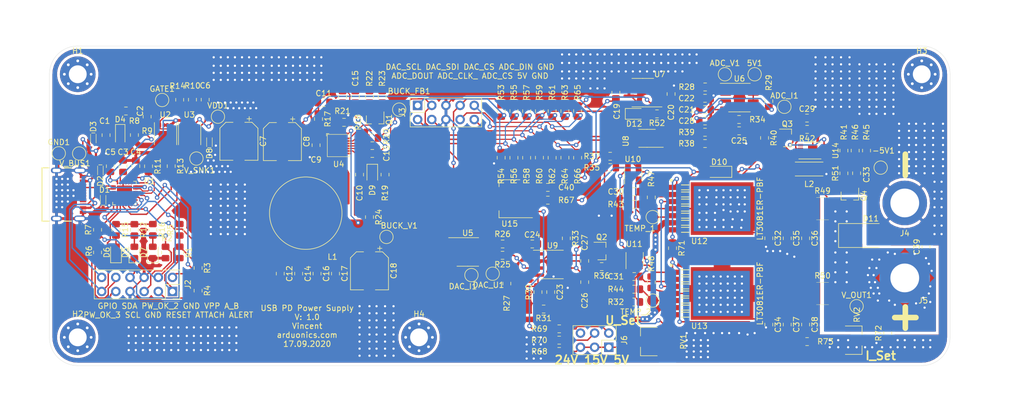
<source format=kicad_pcb>
(kicad_pcb (version 20171130) (host pcbnew "(5.1.6)-1")
  (layers (0 F.Cu signal) (31 B.Cu signal) (34 B.Paste user) (35 F.Paste user) (36 B.SilkS user) (37 F.SilkS user) (38 B.Mask user) (39 F.Mask user) (44 Edge.Cuts user))
  (net 0 "")
  (net 1 "Net-(C1-Pad1)")
  (net 2 GND)
  (net 3 "Net-(C2-Pad1)")
  (net 4 2V7)
  (net 5 "Net-(C4-Pad1)")
  (net 6 "Net-(C5-Pad1)")
  (net 7 "Net-(C6-Pad1)")
  (net 8 VSNK)
  (net 9 "Net-(C10-Pad1)")
  (net 10 "Net-(C11-Pad1)")
  (net 11 "Net-(C11-Pad2)")
  (net 12 /LinReg/V_IN_BUCK)
  (net 13 "Net-(C13-Pad2)")
  (net 14 /Buck_Converter/V_OUTPUT)
  (net 15 5V_lin)
  (net 16 "Net-(C21-Pad1)")
  (net 17 "Net-(C22-Pad1)")
  (net 18 "Net-(C23-Pad2)")
  (net 19 "Net-(C23-Pad1)")
  (net 20 "Net-(C24-Pad2)")
  (net 21 I_MON)
  (net 22 "Net-(C27-Pad2)")
  (net 23 "Net-(C27-Pad1)")
  (net 24 "Net-(C28-Pad1)")
  (net 25 "Net-(C32-Pad1)")
  (net 26 "Net-(C34-Pad1)")
  (net 27 V_OUTPUT)
  (net 28 "Net-(D1-Pad1)")
  (net 29 "Net-(D2-Pad1)")
  (net 30 "Net-(D5-Pad2)")
  (net 31 POWER_OK2)
  (net 32 POWER_OK3)
  (net 33 "Net-(D6-Pad2)")
  (net 34 "Net-(D7-Pad2)")
  (net 35 "Net-(D9-Pad1)")
  (net 36 "Net-(D9-Pad2)")
  (net 37 "Net-(D12-Pad2)")
  (net 38 Alert)
  (net 39 A_B_SIDE)
  (net 40 ATTACH)
  (net 41 VPP)
  (net 42 Reset)
  (net 43 SCL)
  (net 44 SDA)
  (net 45 GPIO)
  (net 46 "Net-(J3-Pad1)")
  (net 47 "Net-(J3-Pad2)")
  (net 48 "Net-(J3-Pad3)")
  (net 49 "Net-(J3-Pad4)")
  (net 50 "Net-(J3-Pad8)")
  (net 51 "Net-(J3-Pad9)")
  (net 52 "Net-(J3-Pad10)")
  (net 53 "Net-(L1-Pad1)")
  (net 54 "Net-(L2-Pad1)")
  (net 55 "Net-(Q1-Pad2)")
  (net 56 "Net-(Q1-Pad1)")
  (net 57 "Net-(Q2-Pad3)")
  (net 58 "Net-(Q2-Pad1)")
  (net 59 "Net-(Q3-Pad1)")
  (net 60 "Net-(Q3-Pad3)")
  (net 61 "Net-(Q4-Pad2)")
  (net 62 "Net-(R9-Pad2)")
  (net 63 "Net-(R11-Pad2)")
  (net 64 "Net-(R13-Pad2)")
  (net 65 "Net-(R17-Pad2)")
  (net 66 "Net-(R18-Pad1)")
  (net 67 "Net-(R21-Pad1)")
  (net 68 "Net-(R25-Pad1)")
  (net 69 "Net-(R30-Pad1)")
  (net 70 "Net-(R35-Pad2)")
  (net 71 "Net-(R37-Pad2)")
  (net 72 "Net-(R42-Pad2)")
  (net 73 "Net-(R43-Pad1)")
  (net 74 "Net-(R44-Pad1)")
  (net 75 "Net-(R45-Pad1)")
  (net 76 "Net-(R47-Pad2)")
  (net 77 "Net-(R48-Pad2)")
  (net 78 "Net-(U4-Pad10)")
  (net 79 "Net-(-5V1-Pad1)")
  (net 80 "Net-(ADC_I1-Pad1)")
  (net 81 "Net-(ADC_V1-Pad1)")
  (net 82 "Net-(BUCK_FB1-Pad1)")
  (net 83 "Net-(DAC_I1-Pad1)")
  (net 84 "Net-(DAC_U1-Pad1)")
  (net 85 "Net-(GATE1-Pad1)")
  (net 86 I_Source)
  (net 87 "Net-(J6-Pad4)")
  (net 88 "Net-(R67-Pad1)")
  (net 89 "Net-(R68-Pad1)")
  (net 90 "Net-(R72-Pad1)")
  (net 91 "Net-(J6-Pad2)")
  (module Package_SO:SOIC-8_3.9x4.9mm_P1.27mm (layer F.Cu) (at 107.558201 73.311601)
    (fp_text reference U5 (at 0 -3.4) (layer F.SilkS))
    (fp_text value MCP4822)
    (pad 1 smd roundrect (at -2.475 -1.905) (size 1.95 0.6) (layers F.Cu F.Paste F.Mask) (net 15 5V_lin))
    (pad 2 smd roundrect (at -2.475 -0.635) (size 1.95 0.6) (layers F.Cu F.Paste F.Mask) (net 48 "Net-(J3-Pad3)"))
    (pad 3 smd roundrect (at -2.475 0.635) (size 1.95 0.6) (layers F.Cu F.Paste F.Mask) (net 46 "Net-(J3-Pad1)"))
    (pad 4 smd roundrect (at -2.475 1.905) (size 1.95 0.6) (layers F.Cu F.Paste F.Mask) (net 47 "Net-(J3-Pad2)"))
    (pad 5 smd roundrect (at 2.475 1.905) (size 1.95 0.6) (layers F.Cu F.Paste F.Mask) (net 2 GND))
    (pad 6 smd roundrect (at 2.475 0.635) (size 1.95 0.6) (layers F.Cu F.Paste F.Mask) (net 84 "Net-(DAC_U1-Pad1)"))
    (pad 7 smd roundrect (at 2.475 -0.635) (size 1.95 0.6) (layers F.Cu F.Paste F.Mask) (net 2 GND))
    (pad 8 smd roundrect (at 2.475 -1.905) (size 1.95 0.6) (layers F.Cu F.Paste F.Mask) (net 83 "Net-(DAC_I1-Pad1)"))
  )
  (module Package_DD:LT3081ER_7-DDPAK (layer F.Cu) (at 153.162 80.772 270)
    (fp_text reference U13 (at 5.842 4.064 180) (layer F.SilkS))
    (fp_text value LT3081ER-PBF (at 0 -6.8 90) (layer F.SilkS))
    (fp_text user * (at -5.08 8.8011 90) (layer F.SilkS))
    (fp_text user * (at -5.08 8.8011 90) (layer F.SilkS))
    (pad 8 smd rect (at 0 0 270) (size 9.4488 11.2522) (layers F.Cu F.Paste F.Mask) (net 26 "Net-(C34-Pad1)"))
    (pad 7 smd rect (at 3.81 8.8011 270) (size 0.9398 2.286) (layers F.Cu F.Paste F.Mask))
    (pad 6 smd rect (at 2.54 8.8011 270) (size 0.9398 2.286) (layers F.Cu F.Paste F.Mask) (net 12 /LinReg/V_IN_BUCK))
    (pad 5 smd rect (at 1.27 8.8011 270) (size 0.9398 2.286) (layers F.Cu F.Paste F.Mask) (net 74 "Net-(R44-Pad1)"))
    (pad 4 smd rect (at 0 8.8011 270) (size 0.9398 2.286) (layers F.Cu F.Paste F.Mask) (net 26 "Net-(C34-Pad1)"))
    (pad 3 smd rect (at -1.27 8.8011 270) (size 0.9398 2.286) (layers F.Cu F.Paste F.Mask) (net 21 I_MON))
    (pad 2 smd rect (at -2.54 8.8011 270) (size 0.9398 2.286) (layers F.Cu F.Paste F.Mask) (net 86 I_Source))
    (pad 1 smd rect (at -3.81 8.8011 270) (size 0.9398 2.286) (layers F.Cu F.Paste F.Mask) (net 77 "Net-(R48-Pad2)"))
  )
  (module Diode_SMD:QFN_1610_2-UDFN_ESDA25P35 (layer F.Cu) (at 61.214 53.594 270)
    (fp_text reference D8 (at 2.032 0 90) (layer F.SilkS))
    (fp_text value ESDA25P35)
    (pad 2 smd roundrect (at 0.625 0 270) (size 0.55 0.8) (layers F.Cu F.Paste F.Mask) (net 2 GND))
    (pad 1 smd roundrect (at -0.625 0 270) (size 0.55 0.8) (layers F.Cu F.Paste F.Mask) (net 8 VSNK))
  )
  (module Diode_SMD:QFN_1610_2-UDFN_ESDA25P35 (layer F.Cu) (at 40.386 52.949 90)
    (fp_text reference D3 (at 2.149 0 90) (layer F.SilkS))
    (fp_text value ESDA25P35)
    (pad 2 smd roundrect (at 0.625 0 90) (size 0.55 0.8) (layers F.Cu F.Paste F.Mask) (net 2 GND))
    (pad 1 smd roundrect (at -0.625 0 90) (size 0.55 0.8) (layers F.Cu F.Paste F.Mask) (net 1 "Net-(C1-Pad1)"))
  )
  (module Diode_SMD:QFN_1610_2-UDFN_ESDA25P35 (layer F.Cu) (at 41.656 58.674 90)
    (fp_text reference D2 (at -1.915 0 90) (layer F.SilkS))
    (fp_text value ESDA25P35)
    (pad 2 smd roundrect (at 0.625 0 90) (size 0.55 0.8) (layers F.Cu F.Paste F.Mask) (net 2 GND))
    (pad 1 smd roundrect (at -0.625 0 90) (size 0.55 0.8) (layers F.Cu F.Paste F.Mask) (net 29 "Net-(D2-Pad1)"))
  )
  (module Diode_SMD:QFN_1610_2-UDFN_ESDA25P35 (layer F.Cu) (at 42.1386 63.9318 270)
    (fp_text reference D1 (at -1.778 -0.254 180) (layer F.SilkS))
    (fp_text value ESDA25P35)
    (pad 2 smd roundrect (at 0.625 0 270) (size 0.55 0.8) (layers F.Cu F.Paste F.Mask) (net 2 GND))
    (pad 1 smd roundrect (at -0.625 0 270) (size 0.55 0.8) (layers F.Cu F.Paste F.Mask) (net 28 "Net-(D1-Pad1)"))
  )
  (module Capacitor_SMD:C_0805_2012Metric_Pad1.15x1.40mm_HandSolder (layer F.Cu) (at 42.672 52.333 90)
    (fp_text reference C1 (at 2.549 -0.254 180) (layer F.SilkS))
    (fp_text value "C CER 4.7uF 20V X5R")
    (pad 1 smd roundrect (at -1.025 0 90) (size 1.15 1.4) (layers F.Cu F.Paste F.Mask) (roundrect_rratio 0.217391) (net 1 "Net-(C1-Pad1)"))
    (pad 2 smd roundrect (at 1.025 0 90) (size 1.15 1.4) (layers F.Cu F.Paste F.Mask) (roundrect_rratio 0.217391) (net 2 GND))
  )
  (module Capacitor_SMD:C_0805_2012Metric_Pad1.15x1.40mm_HandSolder (layer F.Cu) (at 46.237 48.006 180)
    (fp_text reference C2 (at -2.549 0 270) (layer F.SilkS))
    (fp_text value 1uF)
    (pad 2 smd roundrect (at 1.025 0 180) (size 1.15 1.4) (layers F.Cu F.Paste F.Mask) (roundrect_rratio 0.217391) (net 2 GND))
    (pad 1 smd roundrect (at -1.025 0 180) (size 1.15 1.4) (layers F.Cu F.Paste F.Mask) (roundrect_rratio 0.217391) (net 3 "Net-(C2-Pad1)"))
  )
  (module Capacitor_SMD:C_0805_2012Metric_Pad1.15x1.40mm_HandSolder (layer F.Cu) (at 45.72 57.912 90)
    (fp_text reference C3 (at 2.54 0) (layer F.SilkS))
    (fp_text value 1uF)
    (pad 1 smd roundrect (at -1.025 0 90) (size 1.15 1.4) (layers F.Cu F.Paste F.Mask) (roundrect_rratio 0.217391) (net 4 2V7))
    (pad 2 smd roundrect (at 1.025 0 90) (size 1.15 1.4) (layers F.Cu F.Paste F.Mask) (roundrect_rratio 0.217391) (net 2 GND))
  )
  (module Capacitor_SMD:C_0805_2012Metric_Pad1.15x1.40mm_HandSolder (layer F.Cu) (at 48.006 57.903 90)
    (fp_text reference C4 (at 2.531 0) (layer F.SilkS))
    (fp_text value 1uF)
    (pad 2 smd roundrect (at 1.025 0 90) (size 1.15 1.4) (layers F.Cu F.Paste F.Mask) (roundrect_rratio 0.217391) (net 2 GND))
    (pad 1 smd roundrect (at -1.025 0 90) (size 1.15 1.4) (layers F.Cu F.Paste F.Mask) (roundrect_rratio 0.217391) (net 5 "Net-(C4-Pad1)"))
  )
  (module Capacitor_SMD:C_0805_2012Metric_Pad1.15x1.40mm_HandSolder (layer F.Cu) (at 43.434 57.912 90)
    (fp_text reference C5 (at 2.54 0) (layer F.SilkS))
    (fp_text value 1uF)
    (pad 1 smd roundrect (at -1.025 0 90) (size 1.15 1.4) (layers F.Cu F.Paste F.Mask) (roundrect_rratio 0.217391) (net 6 "Net-(C5-Pad1)"))
    (pad 2 smd roundrect (at 1.025 0 90) (size 1.15 1.4) (layers F.Cu F.Paste F.Mask) (roundrect_rratio 0.217391) (net 2 GND))
  )
  (module Capacitor_SMD:C_0805_2012Metric_Pad1.15x1.40mm_HandSolder (layer F.Cu) (at 60.452 45.965 270)
    (fp_text reference C6 (at -2.531 0 180) (layer F.SilkS))
    (fp_text value 100nF)
    (pad 1 smd roundrect (at -1.025 0 270) (size 1.15 1.4) (layers F.Cu F.Paste F.Mask) (roundrect_rratio 0.217391) (net 7 "Net-(C6-Pad1)"))
    (pad 2 smd roundrect (at 1.025 0 270) (size 1.15 1.4) (layers F.Cu F.Paste F.Mask) (roundrect_rratio 0.217391) (net 8 VSNK))
  )
  (module Capacitor_SMD:CP_Elec_6.3x5.9 (layer F.Cu) (at 66.4972 53.4416 270)
    (fp_text reference C7 (at 0 -4.35 90) (layer F.SilkS))
    (fp_text value 22uF)
    (pad 1 smd roundrect (at -2.8 0 270) (size 3.5 1.6) (layers F.Cu F.Paste F.Mask) (roundrect_rratio 0.15625) (net 8 VSNK))
    (pad 2 smd roundrect (at 2.8 0 270) (size 3.5 1.6) (layers F.Cu F.Paste F.Mask) (roundrect_rratio 0.15625) (net 2 GND))
  )
  (module Capacitor_SMD:CP_Elec_6.3x5.9 (layer F.Cu) (at 74.295 53.4924 270)
    (fp_text reference C8 (at 0 -4.35 90) (layer F.SilkS))
    (fp_text value 22uF)
    (pad 2 smd roundrect (at 2.8 0 270) (size 3.5 1.6) (layers F.Cu F.Paste F.Mask) (roundrect_rratio 0.15625) (net 2 GND))
    (pad 1 smd roundrect (at -2.8 0 270) (size 3.5 1.6) (layers F.Cu F.Paste F.Mask) (roundrect_rratio 0.15625) (net 8 VSNK))
  )
  (module Capacitor_SMD:C_0805_2012Metric_Pad1.15x1.40mm_HandSolder (layer F.Cu) (at 80.3402 54.1438 270)
    (fp_text reference C9 (at 2.5998 0 180) (layer F.SilkS))
    (fp_text value 100nF)
    (pad 1 smd roundrect (at -1.025 0 270) (size 1.15 1.4) (layers F.Cu F.Paste F.Mask) (roundrect_rratio 0.217391) (net 8 VSNK))
    (pad 2 smd roundrect (at 1.025 0 270) (size 1.15 1.4) (layers F.Cu F.Paste F.Mask) (roundrect_rratio 0.217391) (net 2 GND))
  )
  (module Capacitor_SMD:C_0805_2012Metric_Pad1.15x1.40mm_HandSolder (layer F.Cu) (at 88.138 59.427 270)
    (fp_text reference C10 (at 3.311 0 90) (layer F.SilkS))
    (fp_text value 4u7F)
    (pad 2 smd roundrect (at 1.025 0 270) (size 1.15 1.4) (layers F.Cu F.Paste F.Mask) (roundrect_rratio 0.217391) (net 2 GND))
    (pad 1 smd roundrect (at -1.025 0 270) (size 1.15 1.4) (layers F.Cu F.Paste F.Mask) (roundrect_rratio 0.217391) (net 9 "Net-(C10-Pad1)"))
  )
  (module Capacitor_SMD:C_0805_2012Metric_Pad1.15x1.40mm_HandSolder (layer F.Cu) (at 81.7028 46.482)
    (fp_text reference C11 (at 0 -1.65) (layer F.SilkS))
    (fp_text value 0.1uF)
    (pad 1 smd roundrect (at -1.025 0) (size 1.15 1.4) (layers F.Cu F.Paste F.Mask) (roundrect_rratio 0.217391) (net 10 "Net-(C11-Pad1)"))
    (pad 2 smd roundrect (at 1.025 0) (size 1.15 1.4) (layers F.Cu F.Paste F.Mask) (roundrect_rratio 0.217391) (net 11 "Net-(C11-Pad2)"))
  )
  (module Capacitor_SMD:C_0805_2012Metric_Pad1.15x1.40mm_HandSolder (layer F.Cu) (at 73.914 77.207 270)
    (fp_text reference C12 (at 0 -1.65 90) (layer F.SilkS))
    (fp_text value 4u7F)
    (pad 2 smd roundrect (at 1.025 0 270) (size 1.15 1.4) (layers F.Cu F.Paste F.Mask) (roundrect_rratio 0.217391) (net 2 GND))
    (pad 1 smd roundrect (at -1.025 0 270) (size 1.15 1.4) (layers F.Cu F.Paste F.Mask) (roundrect_rratio 0.217391) (net 12 /LinReg/V_IN_BUCK))
  )
  (module Capacitor_SMD:C_0805_2012Metric_Pad1.15x1.40mm_HandSolder (layer F.Cu) (at 90.424 55.626)
    (fp_text reference C13 (at 2.549 0 90) (layer F.SilkS))
    (fp_text value 1uF)
    (pad 2 smd roundrect (at 1.025 0) (size 1.15 1.4) (layers F.Cu F.Paste F.Mask) (roundrect_rratio 0.217391) (net 13 "Net-(C13-Pad2)"))
    (pad 1 smd roundrect (at -1.025 0) (size 1.15 1.4) (layers F.Cu F.Paste F.Mask) (roundrect_rratio 0.217391) (net 2 GND))
  )
  (module Capacitor_SMD:C_0805_2012Metric_Pad1.15x1.40mm_HandSolder (layer F.Cu) (at 77.216 77.207 270)
    (fp_text reference C14 (at 0 -1.65 90) (layer F.SilkS))
    (fp_text value 4u7F)
    (pad 1 smd roundrect (at -1.025 0 270) (size 1.15 1.4) (layers F.Cu F.Paste F.Mask) (roundrect_rratio 0.217391) (net 12 /LinReg/V_IN_BUCK))
    (pad 2 smd roundrect (at 1.025 0 270) (size 1.15 1.4) (layers F.Cu F.Paste F.Mask) (roundrect_rratio 0.217391) (net 2 GND))
  )
  (module Capacitor_SMD:C_0805_2012Metric_Pad1.15x1.40mm_HandSolder (layer F.Cu) (at 87.376 45.457 270)
    (fp_text reference C15 (at -3.311 0 90) (layer F.SilkS))
    (fp_text value 1nF)
    (pad 1 smd roundrect (at -1.025 0 270) (size 1.15 1.4) (layers F.Cu F.Paste F.Mask) (roundrect_rratio 0.217391) (net 14 /Buck_Converter/V_OUTPUT))
    (pad 2 smd roundrect (at 1.025 0 270) (size 1.15 1.4) (layers F.Cu F.Paste F.Mask) (roundrect_rratio 0.217391) (net 82 "Net-(BUCK_FB1-Pad1)"))
  )
  (module Capacitor_SMD:C_0805_2012Metric_Pad1.15x1.40mm_HandSolder (layer F.Cu) (at 80.518 77.207 270)
    (fp_text reference C16 (at 0 -1.65 90) (layer F.SilkS))
    (fp_text value 4u7F)
    (pad 2 smd roundrect (at 1.025 0 270) (size 1.15 1.4) (layers F.Cu F.Paste F.Mask) (roundrect_rratio 0.217391) (net 2 GND))
    (pad 1 smd roundrect (at -1.025 0 270) (size 1.15 1.4) (layers F.Cu F.Paste F.Mask) (roundrect_rratio 0.217391) (net 12 /LinReg/V_IN_BUCK))
  )
  (module Capacitor_SMD:C_0805_2012Metric_Pad1.15x1.40mm_HandSolder (layer F.Cu) (at 83.82 77.207 270)
    (fp_text reference C17 (at 0 -1.65 90) (layer F.SilkS))
    (fp_text value 4u7F)
    (pad 1 smd roundrect (at -1.025 0 270) (size 1.15 1.4) (layers F.Cu F.Paste F.Mask) (roundrect_rratio 0.217391) (net 12 /LinReg/V_IN_BUCK))
    (pad 2 smd roundrect (at 1.025 0 270) (size 1.15 1.4) (layers F.Cu F.Paste F.Mask) (roundrect_rratio 0.217391) (net 2 GND))
  )
  (module Capacitor_SMD:CP_Elec_6.3x5.9 (layer F.Cu) (at 89.916 76.708 270)
    (fp_text reference C18 (at 0 -4.35 90) (layer F.SilkS))
    (fp_text value 100uF)
    (pad 1 smd roundrect (at -2.8 0 270) (size 3.5 1.6) (layers F.Cu F.Paste F.Mask) (roundrect_rratio 0.15625) (net 12 /LinReg/V_IN_BUCK))
    (pad 2 smd roundrect (at 2.8 0 270) (size 3.5 1.6) (layers F.Cu F.Paste F.Mask) (roundrect_rratio 0.15625) (net 2 GND))
  )
  (module Capacitor_SMD:C_0805_2012Metric_Pad1.15x1.40mm_HandSolder (layer F.Cu) (at 134.112 44.704 90)
    (fp_text reference C19 (at -3.382201 0.164399 90) (layer F.SilkS))
    (fp_text value 100nF)
    (pad 2 smd roundrect (at 1.025 0 90) (size 1.15 1.4) (layers F.Cu F.Paste F.Mask) (roundrect_rratio 0.217391) (net 2 GND))
    (pad 1 smd roundrect (at -1.025 0 90) (size 1.15 1.4) (layers F.Cu F.Paste F.Mask) (roundrect_rratio 0.217391) (net 8 VSNK))
  )
  (module Capacitor_SMD:C_0805_2012Metric_Pad1.15x1.40mm_HandSolder (layer F.Cu) (at 144.018 44.949 90)
    (fp_text reference C20 (at -3.293 0 90) (layer F.SilkS))
    (fp_text value 100nF)
    (pad 1 smd roundrect (at -1.025 0 90) (size 1.15 1.4) (layers F.Cu F.Paste F.Mask) (roundrect_rratio 0.217391) (net 15 5V_lin))
    (pad 2 smd roundrect (at 1.025 0 90) (size 1.15 1.4) (layers F.Cu F.Paste F.Mask) (roundrect_rratio 0.217391) (net 2 GND))
  )
  (module Capacitor_SMD:C_0805_2012Metric_Pad1.15x1.40mm_HandSolder (layer F.Cu) (at 150.105 47.752)
    (fp_text reference C21 (at -3.311 0) (layer F.SilkS))
    (fp_text value 100nF)
    (pad 1 smd roundrect (at -1.025 0) (size 1.15 1.4) (layers F.Cu F.Paste F.Mask) (roundrect_rratio 0.217391) (net 16 "Net-(C21-Pad1)"))
    (pad 2 smd roundrect (at 1.025 0) (size 1.15 1.4) (layers F.Cu F.Paste F.Mask) (roundrect_rratio 0.217391) (net 2 GND))
  )
  (module Capacitor_SMD:C_0805_2012Metric_Pad1.15x1.40mm_HandSolder (layer F.Cu) (at 150.105 45.72)
    (fp_text reference C22 (at -3.311 0) (layer F.SilkS))
    (fp_text value 100nF)
    (pad 2 smd roundrect (at 1.025 0) (size 1.15 1.4) (layers F.Cu F.Paste F.Mask) (roundrect_rratio 0.217391) (net 2 GND))
    (pad 1 smd roundrect (at -1.025 0) (size 1.15 1.4) (layers F.Cu F.Paste F.Mask) (roundrect_rratio 0.217391) (net 17 "Net-(C22-Pad1)"))
  )
  (module Capacitor_SMD:C_0805_2012Metric_Pad1.15x1.40mm_HandSolder (layer F.Cu) (at 122.428 80.518 270)
    (fp_text reference C23 (at 0 -1.65 90) (layer F.SilkS))
    (fp_text value 1nF)
    (pad 2 smd roundrect (at 1.025 0 270) (size 1.15 1.4) (layers F.Cu F.Paste F.Mask) (roundrect_rratio 0.217391) (net 18 "Net-(C23-Pad2)"))
    (pad 1 smd roundrect (at -1.025 0 270) (size 1.15 1.4) (layers F.Cu F.Paste F.Mask) (roundrect_rratio 0.217391) (net 19 "Net-(C23-Pad1)"))
  )
  (module Capacitor_SMD:C_0805_2012Metric_Pad1.15x1.40mm_HandSolder (layer F.Cu) (at 119.117 71.882)
    (fp_text reference C24 (at 0 -1.65) (layer F.SilkS))
    (fp_text value 1uF)
    (pad 1 smd roundrect (at -1.025 0) (size 1.15 1.4) (layers F.Cu F.Paste F.Mask) (roundrect_rratio 0.217391) (net 2 GND))
    (pad 2 smd roundrect (at 1.025 0) (size 1.15 1.4) (layers F.Cu F.Paste F.Mask) (roundrect_rratio 0.217391) (net 20 "Net-(C24-Pad2)"))
  )
  (module Capacitor_SMD:C_0805_2012Metric_Pad1.15x1.40mm_HandSolder (layer F.Cu) (at 156.219 51.562 180)
    (fp_text reference C25 (at 0.009 -1.778) (layer F.SilkS))
    (fp_text value 100nF)
    (pad 2 smd roundrect (at 1.025 0 180) (size 1.15 1.4) (layers F.Cu F.Paste F.Mask) (roundrect_rratio 0.217391) (net 2 GND))
    (pad 1 smd roundrect (at -1.025 0 180) (size 1.15 1.4) (layers F.Cu F.Paste F.Mask) (roundrect_rratio 0.217391) (net 21 I_MON))
  )
  (module Capacitor_SMD:C_0805_2012Metric_Pad1.15x1.40mm_HandSolder (layer F.Cu) (at 128.524 78.731 270)
    (fp_text reference C26 (at 3.311 0 270) (layer F.SilkS))
    (fp_text value 1nF)
    (pad 1 smd roundrect (at -1.025 0 270) (size 1.15 1.4) (layers F.Cu F.Paste F.Mask) (roundrect_rratio 0.217391) (net 8 VSNK))
    (pad 2 smd roundrect (at 1.025 0 270) (size 1.15 1.4) (layers F.Cu F.Paste F.Mask) (roundrect_rratio 0.217391) (net 2 GND))
  )
  (module Capacitor_SMD:C_0805_2012Metric_Pad1.15x1.40mm_HandSolder (layer F.Cu) (at 128.524 74.921 270)
    (fp_text reference C27 (at -3.293 0 90) (layer F.SilkS))
    (fp_text value 1nF)
    (pad 2 smd roundrect (at 1.025 0 270) (size 1.15 1.4) (layers F.Cu F.Paste F.Mask) (roundrect_rratio 0.217391) (net 22 "Net-(C27-Pad2)"))
    (pad 1 smd roundrect (at -1.025 0 270) (size 1.15 1.4) (layers F.Cu F.Paste F.Mask) (roundrect_rratio 0.217391) (net 23 "Net-(C27-Pad1)"))
  )
  (module Capacitor_SMD:C_0805_2012Metric_Pad1.15x1.40mm_HandSolder (layer F.Cu) (at 150.105 49.784)
    (fp_text reference C28 (at -3.311 0) (layer F.SilkS))
    (fp_text value 100nF)
    (pad 1 smd roundrect (at -1.025 0) (size 1.15 1.4) (layers F.Cu F.Paste F.Mask) (roundrect_rratio 0.217391) (net 24 "Net-(C28-Pad1)"))
    (pad 2 smd roundrect (at 1.025 0) (size 1.15 1.4) (layers F.Cu F.Paste F.Mask) (roundrect_rratio 0.217391) (net 2 GND))
  )
  (module Capacitor_SMD:C_0805_2012Metric_Pad1.15x1.40mm_HandSolder (layer F.Cu) (at 168.393 49.276)
    (fp_text reference C29 (at 0 -1.65) (layer F.SilkS))
    (fp_text value 10uF)
    (pad 2 smd roundrect (at 1.025 0) (size 1.15 1.4) (layers F.Cu F.Paste F.Mask) (roundrect_rratio 0.217391) (net 79 "Net-(-5V1-Pad1)"))
    (pad 1 smd roundrect (at -1.025 0) (size 1.15 1.4) (layers F.Cu F.Paste F.Mask) (roundrect_rratio 0.217391) (net 15 5V_lin))
  )
  (module Capacitor_SMD:C_0805_2012Metric_Pad1.15x1.40mm_HandSolder (layer F.Cu) (at 137.405 62.484)
    (fp_text reference C30 (at -3.293 0) (layer F.SilkS))
    (fp_text value 1uF)
    (pad 2 smd roundrect (at 1.025 0) (size 1.15 1.4) (layers F.Cu F.Paste F.Mask) (roundrect_rratio 0.217391) (net 86 I_Source))
    (pad 1 smd roundrect (at -1.025 0) (size 1.15 1.4) (layers F.Cu F.Paste F.Mask) (roundrect_rratio 0.217391) (net 2 GND))
  )
  (module Capacitor_SMD:C_0805_2012Metric_Pad1.15x1.40mm_HandSolder (layer F.Cu) (at 137.405 77.724 180)
    (fp_text reference C31 (at 3.293 0) (layer F.SilkS))
    (fp_text value 1uF)
    (pad 1 smd roundrect (at -1.025 0 180) (size 1.15 1.4) (layers F.Cu F.Paste F.Mask) (roundrect_rratio 0.217391) (net 86 I_Source))
    (pad 2 smd roundrect (at 1.025 0 180) (size 1.15 1.4) (layers F.Cu F.Paste F.Mask) (roundrect_rratio 0.217391) (net 2 GND))
  )
  (module Capacitor_SMD:C_0805_2012Metric_Pad1.15x1.40mm_HandSolder (layer F.Cu) (at 161.544 70.857 270)
    (fp_text reference C32 (at 0 -1.65 90) (layer F.SilkS))
    (fp_text value 10uF)
    (pad 1 smd roundrect (at -1.025 0 270) (size 1.15 1.4) (layers F.Cu F.Paste F.Mask) (roundrect_rratio 0.217391) (net 25 "Net-(C32-Pad1)"))
    (pad 2 smd roundrect (at 1.025 0 270) (size 1.15 1.4) (layers F.Cu F.Paste F.Mask) (roundrect_rratio 0.217391) (net 2 GND))
  )
  (module Capacitor_SMD:C_0805_2012Metric_Pad1.15x1.40mm_HandSolder (layer F.Cu) (at 177.292 59.173 90)
    (fp_text reference C33 (at -0.263 1.778 90) (layer F.SilkS))
    (fp_text value 10uF)
    (pad 2 smd roundrect (at 1.025 0 90) (size 1.15 1.4) (layers F.Cu F.Paste F.Mask) (roundrect_rratio 0.217391) (net 79 "Net-(-5V1-Pad1)"))
    (pad 1 smd roundrect (at -1.025 0 90) (size 1.15 1.4) (layers F.Cu F.Paste F.Mask) (roundrect_rratio 0.217391) (net 2 GND))
  )
  (module Capacitor_SMD:C_0805_2012Metric_Pad1.15x1.40mm_HandSolder (layer F.Cu) (at 161.544 86.36 270)
    (fp_text reference C34 (at 0 -1.65 90) (layer F.SilkS))
    (fp_text value 10uF)
    (pad 2 smd roundrect (at 1.025 0 270) (size 1.15 1.4) (layers F.Cu F.Paste F.Mask) (roundrect_rratio 0.217391) (net 2 GND))
    (pad 1 smd roundrect (at -1.025 0 270) (size 1.15 1.4) (layers F.Cu F.Paste F.Mask) (roundrect_rratio 0.217391) (net 26 "Net-(C34-Pad1)"))
  )
  (module Capacitor_SMD:C_0805_2012Metric_Pad1.15x1.40mm_HandSolder (layer F.Cu) (at 164.846 70.857 270)
    (fp_text reference C35 (at 0 -1.65 90) (layer F.SilkS))
    (fp_text value 10uF)
    (pad 2 smd roundrect (at 1.025 0 270) (size 1.15 1.4) (layers F.Cu F.Paste F.Mask) (roundrect_rratio 0.217391) (net 2 GND))
    (pad 1 smd roundrect (at -1.025 0 270) (size 1.15 1.4) (layers F.Cu F.Paste F.Mask) (roundrect_rratio 0.217391) (net 25 "Net-(C32-Pad1)"))
  )
  (module Capacitor_SMD:C_0805_2012Metric_Pad1.15x1.40mm_HandSolder (layer F.Cu) (at 168.148 70.857 270)
    (fp_text reference C36 (at 0 -1.65 90) (layer F.SilkS))
    (fp_text value 10uF)
    (pad 1 smd roundrect (at -1.025 0 270) (size 1.15 1.4) (layers F.Cu F.Paste F.Mask) (roundrect_rratio 0.217391) (net 25 "Net-(C32-Pad1)"))
    (pad 2 smd roundrect (at 1.025 0 270) (size 1.15 1.4) (layers F.Cu F.Paste F.Mask) (roundrect_rratio 0.217391) (net 2 GND))
  )
  (module Capacitor_SMD:C_0805_2012Metric_Pad1.15x1.40mm_HandSolder (layer F.Cu) (at 164.846 86.351 270)
    (fp_text reference C37 (at 0 -1.65 90) (layer F.SilkS))
    (fp_text value 10uF)
    (pad 2 smd roundrect (at 1.025 0 270) (size 1.15 1.4) (layers F.Cu F.Paste F.Mask) (roundrect_rratio 0.217391) (net 2 GND))
    (pad 1 smd roundrect (at -1.025 0 270) (size 1.15 1.4) (layers F.Cu F.Paste F.Mask) (roundrect_rratio 0.217391) (net 26 "Net-(C34-Pad1)"))
  )
  (module Capacitor_SMD:C_0805_2012Metric_Pad1.15x1.40mm_HandSolder (layer F.Cu) (at 168.148 86.351 270)
    (fp_text reference C38 (at 0 -1.65 90) (layer F.SilkS))
    (fp_text value 10uF)
    (pad 2 smd roundrect (at 1.025 0 270) (size 1.15 1.4) (layers F.Cu F.Paste F.Mask) (roundrect_rratio 0.217391) (net 2 GND))
    (pad 1 smd roundrect (at -1.025 0 270) (size 1.15 1.4) (layers F.Cu F.Paste F.Mask) (roundrect_rratio 0.217391) (net 26 "Net-(C34-Pad1)"))
  )
  (module Capacitor_SMD:C_0805_2012Metric_Pad1.15x1.40mm_HandSolder (layer F.Cu) (at 189.738 72.39 90)
    (fp_text reference C39 (at 0 -1.65 90) (layer F.SilkS))
    (fp_text value 1uF)
    (pad 1 smd roundrect (at -1.025 0 90) (size 1.15 1.4) (layers F.Cu F.Paste F.Mask) (roundrect_rratio 0.217391) (net 27 V_OUTPUT))
    (pad 2 smd roundrect (at 1.025 0 90) (size 1.15 1.4) (layers F.Cu F.Paste F.Mask) (roundrect_rratio 0.217391) (net 2 GND))
  )
  (module Diode_SMD:D_SOD-323_HandSoldering (layer F.Cu) (at 45.212 52.324 270)
    (fp_text reference D4 (at -2.814 0 180) (layer F.SilkS))
    (fp_text value D_Schottky)
    (pad 1 smd rect (at -1.25 0 270) (size 1 1) (layers F.Cu F.Paste F.Mask) (net 3 "Net-(C2-Pad1)"))
    (pad 2 smd rect (at 1.25 0 270) (size 1 1) (layers F.Cu F.Paste F.Mask) (net 1 "Net-(C1-Pad1)"))
  )
  (module LED_SMD:LED_0805_2012Metric_Pad1.15x1.40mm_HandSolder (layer F.Cu) (at 47.752 73.406 90)
    (fp_text reference D5 (at 0 -1.65 90) (layer F.SilkS))
    (fp_text value LED)
    (pad 2 smd roundrect (at 1.025 0 90) (size 1.15 1.4) (layers F.Cu F.Paste F.Mask) (roundrect_rratio 0.217391) (net 30 "Net-(D5-Pad2)"))
    (pad 1 smd roundrect (at -1.025 0 90) (size 1.15 1.4) (layers F.Cu F.Paste F.Mask) (roundrect_rratio 0.217391) (net 31 POWER_OK2))
  )
  (module LED_SMD:LED_0805_2012Metric_Pad1.15x1.40mm_HandSolder (layer F.Cu) (at 44.45 73.397 90)
    (fp_text reference D6 (at 0 -1.65 90) (layer F.SilkS))
    (fp_text value LED)
    (pad 1 smd roundrect (at -1.025 0 90) (size 1.15 1.4) (layers F.Cu F.Paste F.Mask) (roundrect_rratio 0.217391) (net 32 POWER_OK3))
    (pad 2 smd roundrect (at 1.025 0 90) (size 1.15 1.4) (layers F.Cu F.Paste F.Mask) (roundrect_rratio 0.217391) (net 33 "Net-(D6-Pad2)"))
  )
  (module LED_SMD:LED_0805_2012Metric_Pad1.15x1.40mm_HandSolder (layer F.Cu) (at 51.054 73.406 90)
    (fp_text reference D7 (at 0 -1.65 90) (layer F.SilkS))
    (fp_text value LED)
    (pad 2 smd roundrect (at 1.025 0 90) (size 1.15 1.4) (layers F.Cu F.Paste F.Mask) (roundrect_rratio 0.217391) (net 34 "Net-(D7-Pad2)"))
    (pad 1 smd roundrect (at -1.025 0 90) (size 1.15 1.4) (layers F.Cu F.Paste F.Mask) (roundrect_rratio 0.217391) (net 2 GND))
  )
  (module LED_SMD:LED_0805_2012Metric_Pad1.15x1.40mm_HandSolder (layer F.Cu) (at 90.424 59.427 270)
    (fp_text reference D9 (at 2.803 0 90) (layer F.SilkS))
    (fp_text value LED)
    (pad 1 smd roundrect (at -1.025 0 270) (size 1.15 1.4) (layers F.Cu F.Paste F.Mask) (roundrect_rratio 0.217391) (net 35 "Net-(D9-Pad1)"))
    (pad 2 smd roundrect (at 1.025 0 270) (size 1.15 1.4) (layers F.Cu F.Paste F.Mask) (roundrect_rratio 0.217391) (net 36 "Net-(D9-Pad2)"))
  )
  (module Diode_SMD:D_SOD-123 (layer F.Cu) (at 152.654 58.928 180)
    (fp_text reference D10 (at 0 1.778) (layer F.SilkS))
    (fp_text value MBR0540)
    (pad 1 smd rect (at -1.65 0 180) (size 0.9 1.2) (layers F.Cu F.Paste F.Mask) (net 27 V_OUTPUT))
    (pad 2 smd rect (at 1.65 0 180) (size 0.9 1.2) (layers F.Cu F.Paste F.Mask) (net 86 I_Source))
  )
  (module Diode_SMD:D_SMB_Handsoldering (layer F.Cu) (at 178.656 70.358)
    (fp_text reference D11 (at 1.176 -3.048) (layer F.SilkS))
    (fp_text value SM6T36A)
    (pad 1 smd rect (at -2.7 0) (size 3.5 2.3) (layers F.Cu F.Paste F.Mask) (net 27 V_OUTPUT))
    (pad 2 smd rect (at 2.7 0) (size 3.5 2.3) (layers F.Cu F.Paste F.Mask) (net 2 GND))
  )
  (module LED_SMD:LED_0805_2012Metric_Pad1.15x1.40mm_HandSolder (layer F.Cu) (at 137.659 48.514)
    (fp_text reference D12 (at -0.263 1.778) (layer F.SilkS))
    (fp_text value LED)
    (pad 1 smd roundrect (at -1.025 0) (size 1.15 1.4) (layers F.Cu F.Paste F.Mask) (roundrect_rratio 0.217391) (net 2 GND))
    (pad 2 smd roundrect (at 1.025 0) (size 1.15 1.4) (layers F.Cu F.Paste F.Mask) (roundrect_rratio 0.217391) (net 37 "Net-(D12-Pad2)"))
  )
  (module Connector_PinSocket_2.54mm:PinSocket_2x06_P2.54mm_Vertical (layer F.Cu) (at 54.5846 80.4164 270)
    (fp_text reference J2 (at -1.27 -2.77 90) (layer F.SilkS))
    (fp_text value Conn_02x06_Counter_Clockwise)
    (pad 1 thru_hole rect (at 0 0 270) (size 1.7 1.7) (drill 1) (layers *.Cu *.Mask) (net 38 Alert))
    (pad 2 thru_hole oval (at -2.54 0 270) (size 1.7 1.7) (drill 1) (layers *.Cu *.Mask) (net 39 A_B_SIDE))
    (pad 3 thru_hole oval (at 0 2.54 270) (size 1.7 1.7) (drill 1) (layers *.Cu *.Mask) (net 40 ATTACH))
    (pad 4 thru_hole oval (at -2.54 2.54 270) (size 1.7 1.7) (drill 1) (layers *.Cu *.Mask) (net 41 VPP))
    (pad 5 thru_hole oval (at 0 5.08 270) (size 1.7 1.7) (drill 1) (layers *.Cu *.Mask) (net 42 Reset))
    (pad 6 thru_hole oval (at -2.54 5.08 270) (size 1.7 1.7) (drill 1) (layers *.Cu *.Mask) (net 2 GND))
    (pad 7 thru_hole oval (at 0 7.62 270) (size 1.7 1.7) (drill 1) (layers *.Cu *.Mask) (net 2 GND))
    (pad 8 thru_hole oval (at -2.54 7.62 270) (size 1.7 1.7) (drill 1) (layers *.Cu *.Mask) (net 31 POWER_OK2))
    (pad 9 thru_hole oval (at 0 10.16 270) (size 1.7 1.7) (drill 1) (layers *.Cu *.Mask) (net 43 SCL))
    (pad 10 thru_hole oval (at -2.54 10.16 270) (size 1.7 1.7) (drill 1) (layers *.Cu *.Mask) (net 44 SDA))
    (pad 11 thru_hole oval (at 0 12.7 270) (size 1.7 1.7) (drill 1) (layers *.Cu *.Mask) (net 32 POWER_OK3))
    (pad 12 thru_hole oval (at -2.54 12.7 270) (size 1.7 1.7) (drill 1) (layers *.Cu *.Mask) (net 45 GPIO))
  )
  (module Connector_PinSocket_2.54mm:PinSocket_2x05_P2.54mm_Vertical (layer F.Cu) (at 98.552 46.99 90)
    (fp_text reference J3 (at -1.27 -2.77 90) (layer F.SilkS))
    (fp_text value Conn_02x05_Counter_Clockwise_MountingPin)
    (pad 1 thru_hole rect (at 0 0 90) (size 1.7 1.7) (drill 1) (layers *.Cu *.Mask) (net 46 "Net-(J3-Pad1)"))
    (pad 2 thru_hole oval (at -2.54 0 90) (size 1.7 1.7) (drill 1) (layers *.Cu *.Mask) (net 47 "Net-(J3-Pad2)"))
    (pad 3 thru_hole oval (at 0 2.54 90) (size 1.7 1.7) (drill 1) (layers *.Cu *.Mask) (net 48 "Net-(J3-Pad3)"))
    (pad 4 thru_hole oval (at -2.54 2.54 90) (size 1.7 1.7) (drill 1) (layers *.Cu *.Mask) (net 49 "Net-(J3-Pad4)"))
    (pad 5 thru_hole oval (at 0 5.08 90) (size 1.7 1.7) (drill 1) (layers *.Cu *.Mask) (net 2 GND))
    (pad 6 thru_hole oval (at -2.54 5.08 90) (size 1.7 1.7) (drill 1) (layers *.Cu *.Mask) (net 2 GND))
    (pad 7 thru_hole oval (at 0 7.62 90) (size 1.7 1.7) (drill 1) (layers *.Cu *.Mask) (net 15 5V_lin))
    (pad 8 thru_hole oval (at -2.54 7.62 90) (size 1.7 1.7) (drill 1) (layers *.Cu *.Mask) (net 50 "Net-(J3-Pad8)"))
    (pad 9 thru_hole oval (at 0 10.16 90) (size 1.7 1.7) (drill 1) (layers *.Cu *.Mask) (net 51 "Net-(J3-Pad9)"))
    (pad 10 thru_hole oval (at -2.54 10.16 90) (size 1.7 1.7) (drill 1) (layers *.Cu *.Mask) (net 52 "Net-(J3-Pad10)"))
  )
  (module USB_PD_PSU:Inductor_SDR1307 (layer F.Cu) (at 78.486 66.347)
    (fp_text reference L1 (at 4.8 7.85) (layer F.SilkS))
    (fp_text value SDR1307-5R6ML)
    (pad 2 smd roundrect (at 0 4.625) (size 14 4.75) (layers F.Cu F.Paste F.Mask) (net 12 /LinReg/V_IN_BUCK))
    (pad 1 smd roundrect (at 0 -4.625) (size 14 4.75) (layers F.Cu F.Paste F.Mask) (net 53 "Net-(L1-Pad1)"))
  )
  (module USB_PD_PSU:LQH32CN471K23L (layer F.Cu) (at 168.776 58.42)
    (fp_text reference L2 (at 0 2.7) (layer F.SilkS))
    (fp_text value 470u_LQH32CN471K23L)
    (pad 1 smd rect (at -1.15 0) (size 1 2) (layers F.Cu F.Paste F.Mask) (net 54 "Net-(L2-Pad1)"))
    (pad 1 smd rect (at -2.2 0) (size 1.1 1) (layers F.Cu F.Paste F.Mask) (net 54 "Net-(L2-Pad1)"))
    (pad 2 smd rect (at 1.15 0) (size 1 2) (layers F.Cu F.Paste F.Mask) (net 2 GND))
    (pad 2 smd rect (at 2.2 0) (size 1.1 1) (layers F.Cu F.Paste F.Mask) (net 2 GND))
  )
  (module Package_TO_SOT_SMD:SOT-23 (layer F.Cu) (at 90.932 49.546 270)
    (fp_text reference Q1 (at 0 -2.5 90) (layer F.SilkS))
    (fp_text value MMBT3906)
    (pad 3 smd rect (at 1 0 270) (size 0.9 0.8) (layers F.Cu F.Paste F.Mask) (net 82 "Net-(BUCK_FB1-Pad1)"))
    (pad 2 smd rect (at -1 0.95 270) (size 0.9 0.8) (layers F.Cu F.Paste F.Mask) (net 55 "Net-(Q1-Pad2)"))
    (pad 1 smd rect (at -1 -0.95 270) (size 0.9 0.8) (layers F.Cu F.Paste F.Mask) (net 56 "Net-(Q1-Pad1)"))
  )
  (module Package_TO_SOT_SMD:SOT-23 (layer F.Cu) (at 131.572 73.152)
    (fp_text reference Q2 (at 0 -2.5) (layer F.SilkS))
    (fp_text value BC846BLT1G)
    (pad 3 smd rect (at 1 0) (size 0.9 0.8) (layers F.Cu F.Paste F.Mask) (net 57 "Net-(Q2-Pad3)"))
    (pad 2 smd rect (at -1 0.95) (size 0.9 0.8) (layers F.Cu F.Paste F.Mask) (net 23 "Net-(C27-Pad1)"))
    (pad 1 smd rect (at -1 -0.95) (size 0.9 0.8) (layers F.Cu F.Paste F.Mask) (net 58 "Net-(Q2-Pad1)"))
  )
  (module Package_TO_SOT_SMD:SOT-23 (layer F.Cu) (at 164.862 52.832)
    (fp_text reference Q3 (at 0 -2.5) (layer F.SilkS))
    (fp_text value MMBT3906)
    (pad 1 smd rect (at -1 -0.95) (size 0.9 0.8) (layers F.Cu F.Paste F.Mask) (net 59 "Net-(Q3-Pad1)"))
    (pad 2 smd rect (at -1 0.95) (size 0.9 0.8) (layers F.Cu F.Paste F.Mask) (net 15 5V_lin))
    (pad 3 smd rect (at 1 0) (size 0.9 0.8) (layers F.Cu F.Paste F.Mask) (net 60 "Net-(Q3-Pad3)"))
  )
  (module Package_TO_SOT_SMD:SOT-23 (layer F.Cu) (at 176.088 63.23 270)
    (fp_text reference Q4 (at 0 -2.5 90) (layer F.SilkS))
    (fp_text value FMMT493TA)
    (pad 1 smd rect (at -1 -0.95 270) (size 0.9 0.8) (layers F.Cu F.Paste F.Mask) (net 2 GND))
    (pad 2 smd rect (at -1 0.95 270) (size 0.9 0.8) (layers F.Cu F.Paste F.Mask) (net 61 "Net-(Q4-Pad2)"))
    (pad 3 smd rect (at 1 0 270) (size 0.9 0.8) (layers F.Cu F.Paste F.Mask) (net 27 V_OUTPUT))
  )
  (module Resistor_SMD:R_0805_2012Metric_Pad1.15x1.40mm_HandSolder (layer F.Cu) (at 55.88 73.397 270)
    (fp_text reference R1 (at 0 -1.65 90) (layer F.SilkS))
    (fp_text value 4k75)
    (pad 2 smd roundrect (at 1.025 0 270) (size 1.15 1.4) (layers F.Cu F.Paste F.Mask) (roundrect_rratio 0.217391) (net 38 Alert))
    (pad 1 smd roundrect (at -1.025 0 270) (size 1.15 1.4) (layers F.Cu F.Paste F.Mask) (roundrect_rratio 0.217391) (net 41 VPP))
  )
  (module Resistor_SMD:R_0805_2012Metric_Pad1.15x1.40mm_HandSolder (layer F.Cu) (at 53.34 73.406 270)
    (fp_text reference R2 (at -2.54 -0.254 180) (layer F.SilkS))
    (fp_text value 100k)
    (pad 1 smd roundrect (at -1.025 0 270) (size 1.15 1.4) (layers F.Cu F.Paste F.Mask) (roundrect_rratio 0.217391) (net 42 Reset))
    (pad 2 smd roundrect (at 1.025 0 270) (size 1.15 1.4) (layers F.Cu F.Paste F.Mask) (roundrect_rratio 0.217391) (net 2 GND))
  )
  (module Resistor_SMD:R_0805_2012Metric_Pad1.15x1.40mm_HandSolder (layer F.Cu) (at 59.182 76.191 270)
    (fp_text reference R3 (at 0 -1.65 90) (layer F.SilkS))
    (fp_text value 100k)
    (pad 1 smd roundrect (at -1.025 0 270) (size 1.15 1.4) (layers F.Cu F.Paste F.Mask) (roundrect_rratio 0.217391) (net 41 VPP))
    (pad 2 smd roundrect (at 1.025 0 270) (size 1.15 1.4) (layers F.Cu F.Paste F.Mask) (roundrect_rratio 0.217391) (net 39 A_B_SIDE))
  )
  (module Resistor_SMD:R_0805_2012Metric_Pad1.15x1.40mm_HandSolder (layer F.Cu) (at 59.182 80.264 270)
    (fp_text reference R4 (at 0 -1.65 90) (layer F.SilkS))
    (fp_text value 100k)
    (pad 2 smd roundrect (at 1.025 0 270) (size 1.15 1.4) (layers F.Cu F.Paste F.Mask) (roundrect_rratio 0.217391) (net 40 ATTACH))
    (pad 1 smd roundrect (at -1.025 0 270) (size 1.15 1.4) (layers F.Cu F.Paste F.Mask) (roundrect_rratio 0.217391) (net 41 VPP))
  )
  (module Resistor_SMD:R_0805_2012Metric_Pad1.15x1.40mm_HandSolder (layer F.Cu) (at 55.88 69.333 90)
    (fp_text reference R5 (at 0 -1.65 90) (layer F.SilkS))
    (fp_text value 100k)
    (pad 1 smd roundrect (at -1.025 0 90) (size 1.15 1.4) (layers F.Cu F.Paste F.Mask) (roundrect_rratio 0.217391) (net 41 VPP))
    (pad 2 smd roundrect (at 1.025 0 90) (size 1.15 1.4) (layers F.Cu F.Paste F.Mask) (roundrect_rratio 0.217391) (net 45 GPIO))
  )
  (module Resistor_SMD:R_0805_2012Metric_Pad1.15x1.40mm_HandSolder (layer F.Cu) (at 41.148 73.397 270)
    (fp_text reference R6 (at -0.245 1.524 270) (layer F.SilkS))
    (fp_text value 4k75)
    (pad 2 smd roundrect (at 1.025 0 270) (size 1.15 1.4) (layers F.Cu F.Paste F.Mask) (roundrect_rratio 0.217391) (net 44 SDA))
    (pad 1 smd roundrect (at -1.025 0 270) (size 1.15 1.4) (layers F.Cu F.Paste F.Mask) (roundrect_rratio 0.217391) (net 41 VPP))
  )
  (module Resistor_SMD:R_0805_2012Metric_Pad1.15x1.40mm_HandSolder (layer F.Cu) (at 41.148 69.333 90)
    (fp_text reference R7 (at 0 -1.65 90) (layer F.SilkS))
    (fp_text value 4k75)
    (pad 2 smd roundrect (at 1.025 0 90) (size 1.15 1.4) (layers F.Cu F.Paste F.Mask) (roundrect_rratio 0.217391) (net 43 SCL))
    (pad 1 smd roundrect (at -1.025 0 90) (size 1.15 1.4) (layers F.Cu F.Paste F.Mask) (roundrect_rratio 0.217391) (net 41 VPP))
  )
  (module Resistor_SMD:R_0805_2012Metric_Pad1.15x1.40mm_HandSolder (layer F.Cu) (at 47.752 52.315 90)
    (fp_text reference R8 (at 2.531 0 180) (layer F.SilkS))
    (fp_text value 470)
    (pad 1 smd roundrect (at -1.025 0 90) (size 1.15 1.4) (layers F.Cu F.Paste F.Mask) (roundrect_rratio 0.217391) (net 1 "Net-(C1-Pad1)"))
    (pad 2 smd roundrect (at 1.025 0 90) (size 1.15 1.4) (layers F.Cu F.Paste F.Mask) (roundrect_rratio 0.217391) (net 3 "Net-(C2-Pad1)"))
  )
  (module Resistor_SMD:R_0805_2012Metric_Pad1.15x1.40mm_HandSolder (layer F.Cu) (at 50.038 49.022 270)
    (fp_text reference R9 (at 2.549 0 180) (layer F.SilkS))
    (fp_text value 1k)
    (pad 2 smd roundrect (at 1.025 0 270) (size 1.15 1.4) (layers F.Cu F.Paste F.Mask) (roundrect_rratio 0.217391) (net 62 "Net-(R9-Pad2)"))
    (pad 1 smd roundrect (at -1.025 0 270) (size 1.15 1.4) (layers F.Cu F.Paste F.Mask) (roundrect_rratio 0.217391) (net 3 "Net-(C2-Pad1)"))
  )
  (module Resistor_SMD:R_0805_2012Metric_Pad1.15x1.40mm_HandSolder (layer F.Cu) (at 58.166 45.965 90)
    (fp_text reference R10 (at 2.5056 0 180) (layer F.SilkS))
    (fp_text value 100k)
    (pad 1 smd roundrect (at -1.025 0 90) (size 1.15 1.4) (layers F.Cu F.Paste F.Mask) (roundrect_rratio 0.217391) (net 6 "Net-(C5-Pad1)"))
    (pad 2 smd roundrect (at 1.025 0 90) (size 1.15 1.4) (layers F.Cu F.Paste F.Mask) (roundrect_rratio 0.217391) (net 85 "Net-(GATE1-Pad1)"))
  )
  (module Resistor_SMD:R_0805_2012Metric_Pad1.15x1.40mm_HandSolder (layer F.Cu) (at 50.292 57.921 270)
    (fp_text reference R11 (at 0 -1.65 90) (layer F.SilkS))
    (fp_text value 22k1)
    (pad 2 smd roundrect (at 1.025 0 270) (size 1.15 1.4) (layers F.Cu F.Paste F.Mask) (roundrect_rratio 0.217391) (net 63 "Net-(R11-Pad2)"))
    (pad 1 smd roundrect (at -1.025 0 270) (size 1.15 1.4) (layers F.Cu F.Paste F.Mask) (roundrect_rratio 0.217391) (net 85 "Net-(GATE1-Pad1)"))
  )
  (module Resistor_SMD:R_0805_2012Metric_Pad1.15x1.40mm_HandSolder (layer F.Cu) (at 47.752 69.351 270)
    (fp_text reference R12 (at 0 -1.65 90) (layer F.SilkS))
    (fp_text value 1k)
    (pad 1 smd roundrect (at -1.025 0 270) (size 1.15 1.4) (layers F.Cu F.Paste F.Mask) (roundrect_rratio 0.217391) (net 8 VSNK))
    (pad 2 smd roundrect (at 1.025 0 270) (size 1.15 1.4) (layers F.Cu F.Paste F.Mask) (roundrect_rratio 0.217391) (net 30 "Net-(D5-Pad2)"))
  )
  (module Resistor_SMD:R_0805_2012Metric_Pad1.15x1.40mm_HandSolder (layer F.Cu) (at 54.356 57.903 270)
    (fp_text reference R13 (at 0 -1.65 90) (layer F.SilkS))
    (fp_text value 1k)
    (pad 2 smd roundrect (at 1.025 0 270) (size 1.15 1.4) (layers F.Cu F.Paste F.Mask) (roundrect_rratio 0.217391) (net 64 "Net-(R13-Pad2)"))
    (pad 1 smd roundrect (at -1.025 0 270) (size 1.15 1.4) (layers F.Cu F.Paste F.Mask) (roundrect_rratio 0.217391) (net 8 VSNK))
  )
  (module Resistor_SMD:R_0805_2012Metric_Pad1.15x1.40mm_HandSolder (layer F.Cu) (at 55.88 45.983 270)
    (fp_text reference R14 (at -2.4728 0.381 180) (layer F.SilkS))
    (fp_text value 100)
    (pad 1 smd roundrect (at -1.025 0 270) (size 1.15 1.4) (layers F.Cu F.Paste F.Mask) (roundrect_rratio 0.217391) (net 7 "Net-(C6-Pad1)"))
    (pad 2 smd roundrect (at 1.025 0 270) (size 1.15 1.4) (layers F.Cu F.Paste F.Mask) (roundrect_rratio 0.217391) (net 85 "Net-(GATE1-Pad1)"))
  )
  (module Resistor_SMD:R_0805_2012Metric_Pad1.15x1.40mm_HandSolder (layer F.Cu) (at 44.45 69.342 270)
    (fp_text reference R15 (at 0 -1.65 90) (layer F.SilkS))
    (fp_text value 1k)
    (pad 2 smd roundrect (at 1.025 0 270) (size 1.15 1.4) (layers F.Cu F.Paste F.Mask) (roundrect_rratio 0.217391) (net 33 "Net-(D6-Pad2)"))
    (pad 1 smd roundrect (at -1.025 0 270) (size 1.15 1.4) (layers F.Cu F.Paste F.Mask) (roundrect_rratio 0.217391) (net 8 VSNK))
  )
  (module Resistor_SMD:R_0805_2012Metric_Pad1.15x1.40mm_HandSolder (layer F.Cu) (at 51.054 69.333 270)
    (fp_text reference R16 (at 0 -1.65 90) (layer F.SilkS))
    (fp_text value 1k)
    (pad 1 smd roundrect (at -1.025 0 270) (size 1.15 1.4) (layers F.Cu F.Paste F.Mask) (roundrect_rratio 0.217391) (net 8 VSNK))
    (pad 2 smd roundrect (at 1.025 0 270) (size 1.15 1.4) (layers F.Cu F.Paste F.Mask) (roundrect_rratio 0.217391) (net 34 "Net-(D7-Pad2)"))
  )
  (module Resistor_SMD:R_0805_2012Metric_Pad1.15x1.40mm_HandSolder (layer F.Cu) (at 80.772 49.4448 270)
    (fp_text reference R17 (at 0 -1.65 90) (layer F.SilkS))
    (fp_text value 2.2)
    (pad 1 smd roundrect (at -1.025 0 270) (size 1.15 1.4) (layers F.Cu F.Paste F.Mask) (roundrect_rratio 0.217391) (net 10 "Net-(C11-Pad1)"))
    (pad 2 smd roundrect (at 1.025 0 270) (size 1.15 1.4) (layers F.Cu F.Paste F.Mask) (roundrect_rratio 0.217391) (net 65 "Net-(R17-Pad2)"))
  )
  (module Resistor_SMD:R_0805_2012Metric_Pad1.15x1.40mm_HandSolder (layer F.Cu) (at 85.353 50.038)
    (fp_text reference R18 (at 2.531 0 90) (layer F.SilkS))
    (fp_text value 51k)
    (pad 1 smd roundrect (at -1.025 0) (size 1.15 1.4) (layers F.Cu F.Paste F.Mask) (roundrect_rratio 0.217391) (net 66 "Net-(R18-Pad1)"))
    (pad 2 smd roundrect (at 1.025 0) (size 1.15 1.4) (layers F.Cu F.Paste F.Mask) (roundrect_rratio 0.217391) (net 2 GND))
  )
  (module Resistor_SMD:R_0805_2012Metric_Pad1.15x1.40mm_HandSolder (layer F.Cu) (at 92.71 59.427 270)
    (fp_text reference R19 (at 3.311 0 90) (layer F.SilkS))
    (fp_text value 1k)
    (pad 1 smd roundrect (at -1.025 0 270) (size 1.15 1.4) (layers F.Cu F.Paste F.Mask) (roundrect_rratio 0.217391) (net 13 "Net-(C13-Pad2)"))
    (pad 2 smd roundrect (at 1.025 0 270) (size 1.15 1.4) (layers F.Cu F.Paste F.Mask) (roundrect_rratio 0.217391) (net 36 "Net-(D9-Pad2)"))
  )
  (module Resistor_SMD:R_0805_2012Metric_Pad1.15x1.40mm_HandSolder (layer F.Cu) (at 90.415 52.832 180)
    (fp_text reference R20 (at -2.549 0.254 90) (layer F.SilkS))
    (fp_text value 4k99)
    (pad 2 smd roundrect (at 1.025 0 180) (size 1.15 1.4) (layers F.Cu F.Paste F.Mask) (roundrect_rratio 0.217391) (net 2 GND))
    (pad 1 smd roundrect (at -1.025 0 180) (size 1.15 1.4) (layers F.Cu F.Paste F.Mask) (roundrect_rratio 0.217391) (net 82 "Net-(BUCK_FB1-Pad1)"))
  )
  (module Resistor_SMD:R_0805_2012Metric_Pad1.15x1.40mm_HandSolder (layer F.Cu) (at 85.09 45.466 90)
    (fp_text reference R21 (at -2.549 0 180) (layer F.SilkS))
    (fp_text value 499k)
    (pad 2 smd roundrect (at 1.025 0 90) (size 1.15 1.4) (layers F.Cu F.Paste F.Mask) (roundrect_rratio 0.217391) (net 13 "Net-(C13-Pad2)"))
    (pad 1 smd roundrect (at -1.025 0 90) (size 1.15 1.4) (layers F.Cu F.Paste F.Mask) (roundrect_rratio 0.217391) (net 67 "Net-(R21-Pad1)"))
  )
  (module Resistor_SMD:R_0805_2012Metric_Pad1.15x1.40mm_HandSolder (layer F.Cu) (at 89.916 45.457 270)
    (fp_text reference R22 (at -3.293 0 90) (layer F.SilkS))
    (fp_text value 1k)
    (pad 1 smd roundrect (at -1.025 0 270) (size 1.15 1.4) (layers F.Cu F.Paste F.Mask) (roundrect_rratio 0.217391) (net 14 /Buck_Converter/V_OUTPUT))
    (pad 2 smd roundrect (at 1.025 0 270) (size 1.15 1.4) (layers F.Cu F.Paste F.Mask) (roundrect_rratio 0.217391) (net 55 "Net-(Q1-Pad2)"))
  )
  (module Resistor_SMD:R_0805_2012Metric_Pad1.15x1.40mm_HandSolder (layer F.Cu) (at 92.202 45.457 270)
    (fp_text reference R23 (at -3.293 0 90) (layer F.SilkS))
    (fp_text value 100k)
    (pad 2 smd roundrect (at 1.025 0 270) (size 1.15 1.4) (layers F.Cu F.Paste F.Mask) (roundrect_rratio 0.217391) (net 56 "Net-(Q1-Pad1)"))
    (pad 1 smd roundrect (at -1.025 0 270) (size 1.15 1.4) (layers F.Cu F.Paste F.Mask) (roundrect_rratio 0.217391) (net 14 /Buck_Converter/V_OUTPUT))
  )
  (module Resistor_SMD:R_0805_2012Metric_Pad1.15x1.40mm_HandSolder (layer F.Cu) (at 89.916 67.047 270)
    (fp_text reference R24 (at 0 -1.65 90) (layer F.SilkS))
    (fp_text value 100k)
    (pad 1 smd roundrect (at -1.025 0 270) (size 1.15 1.4) (layers F.Cu F.Paste F.Mask) (roundrect_rratio 0.217391) (net 56 "Net-(Q1-Pad1)"))
    (pad 2 smd roundrect (at 1.025 0 270) (size 1.15 1.4) (layers F.Cu F.Paste F.Mask) (roundrect_rratio 0.217391) (net 12 /LinReg/V_IN_BUCK))
  )
  (module Resistor_SMD:R_0805_2012Metric_Pad1.15x1.40mm_HandSolder (layer F.Cu) (at 113.783 73.914 180)
    (fp_text reference R25 (at 0 -1.65) (layer F.SilkS))
    (fp_text value 33k2)
    (pad 2 smd roundrect (at 1.025 0 180) (size 1.15 1.4) (layers F.Cu F.Paste F.Mask) (roundrect_rratio 0.217391) (net 84 "Net-(DAC_U1-Pad1)"))
    (pad 1 smd roundrect (at -1.025 0 180) (size 1.15 1.4) (layers F.Cu F.Paste F.Mask) (roundrect_rratio 0.217391) (net 68 "Net-(R25-Pad1)"))
  )
  (module Resistor_SMD:R_0805_2012Metric_Pad1.15x1.40mm_HandSolder (layer F.Cu) (at 113.801 71.882 180)
    (fp_text reference R26 (at 0.009 1.778) (layer F.SilkS))
    (fp_text value 33k2)
    (pad 2 smd roundrect (at 1.025 0 180) (size 1.15 1.4) (layers F.Cu F.Paste F.Mask) (roundrect_rratio 0.217391) (net 83 "Net-(DAC_I1-Pad1)"))
    (pad 1 smd roundrect (at -1.025 0 180) (size 1.15 1.4) (layers F.Cu F.Paste F.Mask) (roundrect_rratio 0.217391) (net 20 "Net-(C24-Pad2)"))
  )
  (module Resistor_SMD:R_0805_2012Metric_Pad1.15x1.40mm_HandSolder (layer F.Cu) (at 114.554 78.994 90)
    (fp_text reference R27 (at -3.556 0 90) (layer F.SilkS))
    (fp_text value 4k4)
    (pad 2 smd roundrect (at 1.025 0 90) (size 1.15 1.4) (layers F.Cu F.Paste F.Mask) (roundrect_rratio 0.217391) (net 2 GND))
    (pad 1 smd roundrect (at -1.025 0 90) (size 1.15 1.4) (layers F.Cu F.Paste F.Mask) (roundrect_rratio 0.217391) (net 19 "Net-(C23-Pad1)"))
  )
  (module Resistor_SMD:R_0805_2012Metric_Pad1.15x1.40mm_HandSolder (layer F.Cu) (at 150.123 43.688 180)
    (fp_text reference R28 (at 3.311 0) (layer F.SilkS))
    (fp_text value 100)
    (pad 1 smd roundrect (at -1.025 0 180) (size 1.15 1.4) (layers F.Cu F.Paste F.Mask) (roundrect_rratio 0.217391) (net 81 "Net-(ADC_V1-Pad1)"))
    (pad 2 smd roundrect (at 1.025 0 180) (size 1.15 1.4) (layers F.Cu F.Paste F.Mask) (roundrect_rratio 0.217391) (net 17 "Net-(C22-Pad1)"))
  )
  (module Resistor_SMD:R_0805_2012Metric_Pad1.15x1.40mm_HandSolder (layer F.Cu) (at 161.544 46.228 270)
    (fp_text reference R29 (at -3.302 0 90) (layer F.SilkS))
    (fp_text value 100)
    (pad 2 smd roundrect (at 1.025 0 270) (size 1.15 1.4) (layers F.Cu F.Paste F.Mask) (roundrect_rratio 0.217391) (net 16 "Net-(C21-Pad1)"))
    (pad 1 smd roundrect (at -1.025 0 270) (size 1.15 1.4) (layers F.Cu F.Paste F.Mask) (roundrect_rratio 0.217391) (net 80 "Net-(ADC_I1-Pad1)"))
  )
  (module Resistor_SMD:R_0805_2012Metric_Pad1.15x1.40mm_HandSolder (layer F.Cu) (at 120.142 80.518 90)
    (fp_text reference R30 (at 0 -1.65 90) (layer F.SilkS))
    (fp_text value 11k)
    (pad 1 smd roundrect (at -1.025 0 90) (size 1.15 1.4) (layers F.Cu F.Paste F.Mask) (roundrect_rratio 0.217391) (net 69 "Net-(R30-Pad1)"))
    (pad 2 smd roundrect (at 1.025 0 90) (size 1.15 1.4) (layers F.Cu F.Paste F.Mask) (roundrect_rratio 0.217391) (net 19 "Net-(C23-Pad1)"))
  )
  (module Resistor_SMD:R_0805_2012Metric_Pad1.15x1.40mm_HandSolder (layer F.Cu) (at 121.158 83.566 180)
    (fp_text reference R31 (at 0 -1.65) (layer F.SilkS))
    (fp_text value 50k)
    (pad 1 smd roundrect (at -1.025 0 180) (size 1.15 1.4) (layers F.Cu F.Paste F.Mask) (roundrect_rratio 0.217391) (net 18 "Net-(C23-Pad2)"))
    (pad 2 smd roundrect (at 1.025 0 180) (size 1.15 1.4) (layers F.Cu F.Paste F.Mask) (roundrect_rratio 0.217391) (net 69 "Net-(R30-Pad1)"))
  )
  (module Resistor_SMD:R_0805_2012Metric_Pad1.15x1.40mm_HandSolder (layer F.Cu) (at 137.405 82.296 180)
    (fp_text reference R32 (at 3.293 0) (layer F.SilkS))
    (fp_text value 10)
    (pad 2 smd roundrect (at 1.025 0 180) (size 1.15 1.4) (layers F.Cu F.Paste F.Mask) (roundrect_rratio 0.217391) (net 69 "Net-(R30-Pad1)"))
    (pad 1 smd roundrect (at -1.025 0 180) (size 1.15 1.4) (layers F.Cu F.Paste F.Mask) (roundrect_rratio 0.217391) (net 86 I_Source))
  )
  (module Resistor_SMD:R_0805_2012Metric_Pad1.15x1.40mm_HandSolder (layer F.Cu) (at 125.222 70.866 270)
    (fp_text reference R33 (at 0 -1.65 90) (layer F.SilkS))
    (fp_text value 41k)
    (pad 2 smd roundrect (at 1.025 0 270) (size 1.15 1.4) (layers F.Cu F.Paste F.Mask) (roundrect_rratio 0.217391) (net 23 "Net-(C27-Pad1)"))
    (pad 1 smd roundrect (at -1.025 0 270) (size 1.15 1.4) (layers F.Cu F.Paste F.Mask) (roundrect_rratio 0.217391) (net 2 GND))
  )
  (module Resistor_SMD:R_0805_2012Metric_Pad1.15x1.40mm_HandSolder (layer F.Cu) (at 156.201 49.53)
    (fp_text reference R34 (at 3.311 0) (layer F.SilkS))
    (fp_text value 5k)
    (pad 1 smd roundrect (at -1.025 0) (size 1.15 1.4) (layers F.Cu F.Paste F.Mask) (roundrect_rratio 0.217391) (net 2 GND))
    (pad 2 smd roundrect (at 1.025 0) (size 1.15 1.4) (layers F.Cu F.Paste F.Mask) (roundrect_rratio 0.217391) (net 21 I_MON))
  )
  (module Resistor_SMD:R_0805_2012Metric_Pad1.15x1.40mm_HandSolder (layer F.Cu) (at 133.096 58.166)
    (fp_text reference R35 (at -3.302 0) (layer F.SilkS))
    (fp_text value 4k99)
    (pad 2 smd roundrect (at 1.025 0) (size 1.15 1.4) (layers F.Cu F.Paste F.Mask) (roundrect_rratio 0.217391) (net 70 "Net-(R35-Pad2)"))
    (pad 1 smd roundrect (at -1.025 0) (size 1.15 1.4) (layers F.Cu F.Paste F.Mask) (roundrect_rratio 0.217391) (net 8 VSNK))
  )
  (module Resistor_SMD:R_0805_2012Metric_Pad1.15x1.40mm_HandSolder (layer F.Cu) (at 131.563 75.946 180)
    (fp_text reference R36 (at 0 -1.65) (layer F.SilkS))
    (fp_text value 1k)
    (pad 1 smd roundrect (at -1.025 0 180) (size 1.15 1.4) (layers F.Cu F.Paste F.Mask) (roundrect_rratio 0.217391) (net 58 "Net-(Q2-Pad1)"))
    (pad 2 smd roundrect (at 1.025 0 180) (size 1.15 1.4) (layers F.Cu F.Paste F.Mask) (roundrect_rratio 0.217391) (net 22 "Net-(C27-Pad2)"))
  )
  (module Resistor_SMD:R_0805_2012Metric_Pad1.15x1.40mm_HandSolder (layer F.Cu) (at 133.087 56.134)
    (fp_text reference R37 (at -3.293 0) (layer F.SilkS))
    (fp_text value 4k99)
    (pad 1 smd roundrect (at -1.025 0) (size 1.15 1.4) (layers F.Cu F.Paste F.Mask) (roundrect_rratio 0.217391) (net 8 VSNK))
    (pad 2 smd roundrect (at 1.025 0) (size 1.15 1.4) (layers F.Cu F.Paste F.Mask) (roundrect_rratio 0.217391) (net 71 "Net-(R37-Pad2)"))
  )
  (module Resistor_SMD:R_0805_2012Metric_Pad1.15x1.40mm_HandSolder (layer F.Cu) (at 150.105 53.848)
    (fp_text reference R38 (at -3.311 0) (layer F.SilkS))
    (fp_text value 301k)
    (pad 2 smd roundrect (at 1.025 0) (size 1.15 1.4) (layers F.Cu F.Paste F.Mask) (roundrect_rratio 0.217391) (net 27 V_OUTPUT))
    (pad 1 smd roundrect (at -1.025 0) (size 1.15 1.4) (layers F.Cu F.Paste F.Mask) (roundrect_rratio 0.217391) (net 24 "Net-(C28-Pad1)"))
  )
  (module Resistor_SMD:R_0805_2012Metric_Pad1.15x1.40mm_HandSolder (layer F.Cu) (at 150.105 51.816 180)
    (fp_text reference R39 (at 3.311 0) (layer F.SilkS))
    (fp_text value 100k)
    (pad 1 smd roundrect (at -1.025 0 180) (size 1.15 1.4) (layers F.Cu F.Paste F.Mask) (roundrect_rratio 0.217391) (net 2 GND))
    (pad 2 smd roundrect (at 1.025 0 180) (size 1.15 1.4) (layers F.Cu F.Paste F.Mask) (roundrect_rratio 0.217391) (net 24 "Net-(C28-Pad1)"))
  )
  (module Resistor_SMD:R_0805_2012Metric_Pad1.15x1.40mm_HandSolder (layer F.Cu) (at 160.782 52.832 270)
    (fp_text reference R40 (at 0 -1.65 90) (layer F.SilkS))
    (fp_text value 1k)
    (pad 1 smd roundrect (at -1.025 0 270) (size 1.15 1.4) (layers F.Cu F.Paste F.Mask) (roundrect_rratio 0.217391) (net 59 "Net-(Q3-Pad1)"))
    (pad 2 smd roundrect (at 1.025 0 270) (size 1.15 1.4) (layers F.Cu F.Paste F.Mask) (roundrect_rratio 0.217391) (net 2 GND))
  )
  (module Resistor_SMD:R_0805_2012Metric_Pad1.15x1.40mm_HandSolder (layer F.Cu) (at 175.006 55.109 90)
    (fp_text reference R41 (at 3.302 0 90) (layer F.SilkS))
    (fp_text value 10k)
    (pad 2 smd roundrect (at 1.025 0 90) (size 1.15 1.4) (layers F.Cu F.Paste F.Mask) (roundrect_rratio 0.217391) (net 60 "Net-(Q3-Pad3)"))
    (pad 1 smd roundrect (at -1.025 0 90) (size 1.15 1.4) (layers F.Cu F.Paste F.Mask) (roundrect_rratio 0.217391) (net 79 "Net-(-5V1-Pad1)"))
  )
  (module Resistor_SMD:R_0805_2012Metric_Pad1.15x1.40mm_HandSolder (layer F.Cu) (at 168.411 51.308 180)
    (fp_text reference R42 (at 0 -1.65) (layer F.SilkS))
    (fp_text value 825k)
    (pad 2 smd roundrect (at 1.025 0 180) (size 1.15 1.4) (layers F.Cu F.Paste F.Mask) (roundrect_rratio 0.217391) (net 72 "Net-(R42-Pad2)"))
    (pad 1 smd roundrect (at -1.025 0 180) (size 1.15 1.4) (layers F.Cu F.Paste F.Mask) (roundrect_rratio 0.217391) (net 79 "Net-(-5V1-Pad1)"))
  )
  (module Resistor_SMD:R_0805_2012Metric_Pad1.15x1.40mm_HandSolder (layer F.Cu) (at 137.405 64.77 180)
    (fp_text reference R43 (at 3.311 0 180) (layer F.SilkS))
    (fp_text value 3k32)
    (pad 1 smd roundrect (at -1.025 0 180) (size 1.15 1.4) (layers F.Cu F.Paste F.Mask) (roundrect_rratio 0.217391) (net 73 "Net-(R43-Pad1)"))
    (pad 2 smd roundrect (at 1.025 0 180) (size 1.15 1.4) (layers F.Cu F.Paste F.Mask) (roundrect_rratio 0.217391) (net 2 GND))
  )
  (module Resistor_SMD:R_0805_2012Metric_Pad1.15x1.40mm_HandSolder (layer F.Cu) (at 137.405 80.01 180)
    (fp_text reference R44 (at 3.293 0) (layer F.SilkS))
    (fp_text value 3k32)
    (pad 2 smd roundrect (at 1.025 0 180) (size 1.15 1.4) (layers F.Cu F.Paste F.Mask) (roundrect_rratio 0.217391) (net 2 GND))
    (pad 1 smd roundrect (at -1.025 0 180) (size 1.15 1.4) (layers F.Cu F.Paste F.Mask) (roundrect_rratio 0.217391) (net 74 "Net-(R44-Pad1)"))
  )
  (module Resistor_SMD:R_0805_2012Metric_Pad1.15x1.40mm_HandSolder (layer F.Cu) (at 179.07 55.109 270)
    (fp_text reference R45 (at -3.293 0 90) (layer F.SilkS))
    (fp_text value 1M47)
    (pad 1 smd roundrect (at -1.025 0 270) (size 1.15 1.4) (layers F.Cu F.Paste F.Mask) (roundrect_rratio 0.217391) (net 75 "Net-(R45-Pad1)"))
    (pad 2 smd roundrect (at 1.025 0 270) (size 1.15 1.4) (layers F.Cu F.Paste F.Mask) (roundrect_rratio 0.217391) (net 2 GND))
  )
  (module Resistor_SMD:R_0805_2012Metric_Pad1.15x1.40mm_HandSolder (layer F.Cu) (at 177.038 55.109 90)
    (fp_text reference R46 (at 3.302 0 90) (layer F.SilkS))
    (fp_text value 274k)
    (pad 2 smd roundrect (at 1.025 0 90) (size 1.15 1.4) (layers F.Cu F.Paste F.Mask) (roundrect_rratio 0.217391) (net 75 "Net-(R45-Pad1)"))
    (pad 1 smd roundrect (at -1.025 0 90) (size 1.15 1.4) (layers F.Cu F.Paste F.Mask) (roundrect_rratio 0.217391) (net 79 "Net-(-5V1-Pad1)"))
  )
  (module Resistor_SMD:R_0805_2012Metric_Pad1.15x1.40mm_HandSolder (layer F.Cu) (at 140.462 63.509 90)
    (fp_text reference R47 (at 3.311 0 90) (layer F.SilkS))
    (fp_text value 402)
    (pad 1 smd roundrect (at -1.025 0 90) (size 1.15 1.4) (layers F.Cu F.Paste F.Mask) (roundrect_rratio 0.217391) (net 25 "Net-(C32-Pad1)"))
    (pad 2 smd roundrect (at 1.025 0 90) (size 1.15 1.4) (layers F.Cu F.Paste F.Mask) (roundrect_rratio 0.217391) (net 76 "Net-(R47-Pad2)"))
  )
  (module Resistor_SMD:R_0805_2012Metric_Pad1.15x1.40mm_HandSolder (layer F.Cu) (at 140.462 78.749 90)
    (fp_text reference R48 (at 3.311 0 90) (layer F.SilkS))
    (fp_text value 402)
    (pad 2 smd roundrect (at 1.025 0 90) (size 1.15 1.4) (layers F.Cu F.Paste F.Mask) (roundrect_rratio 0.217391) (net 77 "Net-(R48-Pad2)"))
    (pad 1 smd roundrect (at -1.025 0 90) (size 1.15 1.4) (layers F.Cu F.Paste F.Mask) (roundrect_rratio 0.217391) (net 26 "Net-(C34-Pad1)"))
  )
  (module Resistor_SMD:CFG0612 (layer F.Cu) (at 171.183 65.532 180)
    (fp_text reference R49 (at 0 3.2) (layer F.SilkS))
    (fp_text value 0.1/1W)
    (pad 1 smd rect (at -0.775 0 180) (size 0.7 3.8) (layers F.Cu F.Paste F.Mask) (net 27 V_OUTPUT))
    (pad 2 smd rect (at 0.775 0 180) (size 0.7 3.8) (layers F.Cu F.Paste F.Mask) (net 25 "Net-(C32-Pad1)"))
  )
  (module Resistor_SMD:CFG0612 (layer F.Cu) (at 171.183 80.772 180)
    (fp_text reference R50 (at 0 3.2) (layer F.SilkS))
    (fp_text value 0.1/1W)
    (pad 2 smd rect (at 0.775 0 180) (size 0.7 3.8) (layers F.Cu F.Paste F.Mask) (net 26 "Net-(C34-Pad1)"))
    (pad 1 smd rect (at -0.775 0 180) (size 0.7 3.8) (layers F.Cu F.Paste F.Mask) (net 27 V_OUTPUT))
  )
  (module Resistor_SMD:R_0805_2012Metric_Pad1.15x1.40mm_HandSolder (layer F.Cu) (at 175.006 59.191 90)
    (fp_text reference R51 (at 0.009 -1.524 90) (layer F.SilkS))
    (fp_text value 3k32)
    (pad 1 smd roundrect (at -1.025 0 90) (size 1.15 1.4) (layers F.Cu F.Paste F.Mask) (roundrect_rratio 0.217391) (net 61 "Net-(Q4-Pad2)"))
    (pad 2 smd roundrect (at 1.025 0 90) (size 1.15 1.4) (layers F.Cu F.Paste F.Mask) (roundrect_rratio 0.217391) (net 79 "Net-(-5V1-Pad1)"))
  )
  (module Resistor_SMD:R_0805_2012Metric_Pad1.15x1.40mm_HandSolder (layer F.Cu) (at 141.487 48.514 180)
    (fp_text reference R52 (at 0 -1.65) (layer F.SilkS))
    (fp_text value 1k5)
    (pad 2 smd roundrect (at 1.025 0 180) (size 1.15 1.4) (layers F.Cu F.Paste F.Mask) (roundrect_rratio 0.217391) (net 37 "Net-(D12-Pad2)"))
    (pad 1 smd roundrect (at -1.025 0 180) (size 1.15 1.4) (layers F.Cu F.Paste F.Mask) (roundrect_rratio 0.217391) (net 15 5V_lin))
  )
  (module Resistor_SMD:R_0805_2012Metric_Pad1.15x1.40mm_HandSolder (layer F.Cu) (at 113.538 47.997 90)
    (fp_text reference R53 (at 3.311 0 90) (layer F.SilkS))
    (fp_text value 4k7)
    (pad 1 smd roundrect (at -1.025 0 90) (size 1.15 1.4) (layers F.Cu F.Paste F.Mask) (roundrect_rratio 0.217391) (net 46 "Net-(J3-Pad1)"))
    (pad 2 smd roundrect (at 1.025 0 90) (size 1.15 1.4) (layers F.Cu F.Paste F.Mask) (roundrect_rratio 0.217391) (net 15 5V_lin))
  )
  (module Resistor_SMD:R_0805_2012Metric_Pad1.15x1.40mm_HandSolder (layer F.Cu) (at 113.538 56.388 90)
    (fp_text reference R54 (at -3.302 0 90) (layer F.SilkS))
    (fp_text value 4k7)
    (pad 2 smd roundrect (at 1.025 0 90) (size 1.15 1.4) (layers F.Cu F.Paste F.Mask) (roundrect_rratio 0.217391) (net 46 "Net-(J3-Pad1)"))
    (pad 1 smd roundrect (at -1.025 0 90) (size 1.15 1.4) (layers F.Cu F.Paste F.Mask) (roundrect_rratio 0.217391) (net 2 GND))
  )
  (module Resistor_SMD:R_0805_2012Metric_Pad1.15x1.40mm_HandSolder (layer F.Cu) (at 115.824 47.997 90)
    (fp_text reference R55 (at 3.311 0 90) (layer F.SilkS))
    (fp_text value 4k7)
    (pad 1 smd roundrect (at -1.025 0 90) (size 1.15 1.4) (layers F.Cu F.Paste F.Mask) (roundrect_rratio 0.217391) (net 47 "Net-(J3-Pad2)"))
    (pad 2 smd roundrect (at 1.025 0 90) (size 1.15 1.4) (layers F.Cu F.Paste F.Mask) (roundrect_rratio 0.217391) (net 15 5V_lin))
  )
  (module Resistor_SMD:R_0805_2012Metric_Pad1.15x1.40mm_HandSolder (layer F.Cu) (at 115.824 56.397 90)
    (fp_text reference R56 (at -3.293 0 90) (layer F.SilkS))
    (fp_text value 4k7)
    (pad 2 smd roundrect (at 1.025 0 90) (size 1.15 1.4) (layers F.Cu F.Paste F.Mask) (roundrect_rratio 0.217391) (net 47 "Net-(J3-Pad2)"))
    (pad 1 smd roundrect (at -1.025 0 90) (size 1.15 1.4) (layers F.Cu F.Paste F.Mask) (roundrect_rratio 0.217391) (net 2 GND))
  )
  (module Resistor_SMD:R_0805_2012Metric_Pad1.15x1.40mm_HandSolder (layer F.Cu) (at 118.11 48.015 90)
    (fp_text reference R57 (at 3.311 0 90) (layer F.SilkS))
    (fp_text value 4k7)
    (pad 2 smd roundrect (at 1.025 0 90) (size 1.15 1.4) (layers F.Cu F.Paste F.Mask) (roundrect_rratio 0.217391) (net 15 5V_lin))
    (pad 1 smd roundrect (at -1.025 0 90) (size 1.15 1.4) (layers F.Cu F.Paste F.Mask) (roundrect_rratio 0.217391) (net 48 "Net-(J3-Pad3)"))
  )
  (module Resistor_SMD:R_0805_2012Metric_Pad1.15x1.40mm_HandSolder (layer F.Cu) (at 118.11 56.397 90)
    (fp_text reference R58 (at -3.293 0 90) (layer F.SilkS))
    (fp_text value 4k7)
    (pad 1 smd roundrect (at -1.025 0 90) (size 1.15 1.4) (layers F.Cu F.Paste F.Mask) (roundrect_rratio 0.217391) (net 2 GND))
    (pad 2 smd roundrect (at 1.025 0 90) (size 1.15 1.4) (layers F.Cu F.Paste F.Mask) (roundrect_rratio 0.217391) (net 48 "Net-(J3-Pad3)"))
  )
  (module Resistor_SMD:R_0805_2012Metric_Pad1.15x1.40mm_HandSolder (layer F.Cu) (at 120.396 48.015 90)
    (fp_text reference R59 (at 3.311 0 90) (layer F.SilkS))
    (fp_text value 4k7)
    (pad 1 smd roundrect (at -1.025 0 90) (size 1.15 1.4) (layers F.Cu F.Paste F.Mask) (roundrect_rratio 0.217391) (net 49 "Net-(J3-Pad4)"))
    (pad 2 smd roundrect (at 1.025 0 90) (size 1.15 1.4) (layers F.Cu F.Paste F.Mask) (roundrect_rratio 0.217391) (net 15 5V_lin))
  )
  (module Resistor_SMD:R_0805_2012Metric_Pad1.15x1.40mm_HandSolder (layer F.Cu) (at 120.396 56.379 90)
    (fp_text reference R60 (at -3.311 0 90) (layer F.SilkS))
    (fp_text value 4k7)
    (pad 2 smd roundrect (at 1.025 0 90) (size 1.15 1.4) (layers F.Cu F.Paste F.Mask) (roundrect_rratio 0.217391) (net 49 "Net-(J3-Pad4)"))
    (pad 1 smd roundrect (at -1.025 0 90) (size 1.15 1.4) (layers F.Cu F.Paste F.Mask) (roundrect_rratio 0.217391) (net 2 GND))
  )
  (module Resistor_SMD:R_0805_2012Metric_Pad1.15x1.40mm_HandSolder (layer F.Cu) (at 122.682 48.015 90)
    (fp_text reference R61 (at 3.311 0 90) (layer F.SilkS))
    (fp_text value 4k7)
    (pad 2 smd roundrect (at 1.025 0 90) (size 1.15 1.4) (layers F.Cu F.Paste F.Mask) (roundrect_rratio 0.217391) (net 15 5V_lin))
    (pad 1 smd roundrect (at -1.025 0 90) (size 1.15 1.4) (layers F.Cu F.Paste F.Mask) (roundrect_rratio 0.217391) (net 52 "Net-(J3-Pad10)"))
  )
  (module Resistor_SMD:R_0805_2012Metric_Pad1.15x1.40mm_HandSolder (layer F.Cu) (at 122.682 56.397 90)
    (fp_text reference R62 (at -3.293 0 90) (layer F.SilkS))
    (fp_text value 4k7)
    (pad 1 smd roundrect (at -1.025 0 90) (size 1.15 1.4) (layers F.Cu F.Paste F.Mask) (roundrect_rratio 0.217391) (net 2 GND))
    (pad 2 smd roundrect (at 1.025 0 90) (size 1.15 1.4) (layers F.Cu F.Paste F.Mask) (roundrect_rratio 0.217391) (net 52 "Net-(J3-Pad10)"))
  )
  (module Resistor_SMD:R_0805_2012Metric_Pad1.15x1.40mm_HandSolder (layer F.Cu) (at 124.968 48.015 90)
    (fp_text reference R63 (at 3.311 0 90) (layer F.SilkS))
    (fp_text value 4k7)
    (pad 1 smd roundrect (at -1.025 0 90) (size 1.15 1.4) (layers F.Cu F.Paste F.Mask) (roundrect_rratio 0.217391) (net 51 "Net-(J3-Pad9)"))
    (pad 2 smd roundrect (at 1.025 0 90) (size 1.15 1.4) (layers F.Cu F.Paste F.Mask) (roundrect_rratio 0.217391) (net 15 5V_lin))
  )
  (module Resistor_SMD:R_0805_2012Metric_Pad1.15x1.40mm_HandSolder (layer F.Cu) (at 124.968 56.379 90)
    (fp_text reference R64 (at -3.311 0 90) (layer F.SilkS))
    (fp_text value 4k7)
    (pad 2 smd roundrect (at 1.025 0 90) (size 1.15 1.4) (layers F.Cu F.Paste F.Mask) (roundrect_rratio 0.217391) (net 51 "Net-(J3-Pad9)"))
    (pad 1 smd roundrect (at -1.025 0 90) (size 1.15 1.4) (layers F.Cu F.Paste F.Mask) (roundrect_rratio 0.217391) (net 2 GND))
  )
  (module Resistor_SMD:R_0805_2012Metric_Pad1.15x1.40mm_HandSolder (layer F.Cu) (at 127.254 47.997 90)
    (fp_text reference R65 (at 3.311 0 90) (layer F.SilkS))
    (fp_text value 4k7)
    (pad 2 smd roundrect (at 1.025 0 90) (size 1.15 1.4) (layers F.Cu F.Paste F.Mask) (roundrect_rratio 0.217391) (net 15 5V_lin))
    (pad 1 smd roundrect (at -1.025 0 90) (size 1.15 1.4) (layers F.Cu F.Paste F.Mask) (roundrect_rratio 0.217391) (net 50 "Net-(J3-Pad8)"))
  )
  (module Resistor_SMD:R_0805_2012Metric_Pad1.15x1.40mm_HandSolder (layer F.Cu) (at 127.254 56.397 90)
    (fp_text reference R66 (at -3.293 0 90) (layer F.SilkS))
    (fp_text value 4k7)
    (pad 1 smd roundrect (at -1.025 0 90) (size 1.15 1.4) (layers F.Cu F.Paste F.Mask) (roundrect_rratio 0.217391) (net 2 GND))
    (pad 2 smd roundrect (at 1.025 0 90) (size 1.15 1.4) (layers F.Cu F.Paste F.Mask) (roundrect_rratio 0.217391) (net 50 "Net-(J3-Pad8)"))
  )
  (module TestPoint:TestPoint_Pad_D2.0mm (layer F.Cu) (at 34.1884 55.6006)
    (fp_text reference GND1 (at 0 -1.998) (layer F.SilkS))
    (fp_text value GND)
    (pad 1 smd circle (at 0 0) (size 2 2) (layers F.Cu F.Mask) (net 2 GND))
  )
  (module TestPoint:TestPoint_Pad_D2.0mm (layer F.Cu) (at 37.846 55.626)
    (fp_text reference V_BUS1 (at -0.762 1.778) (layer F.SilkS))
    (fp_text value VBUS)
    (pad 1 smd circle (at 0 0) (size 2 2) (layers F.Cu F.Mask) (net 1 "Net-(C1-Pad1)"))
  )
  (module TestPoint:TestPoint_Pad_D2.0mm (layer F.Cu) (at 52.7304 46.0248)
    (fp_text reference GATE1 (at 0 -1.998) (layer F.SilkS))
    (fp_text value GATE)
    (pad 1 smd circle (at 0 0) (size 2 2) (layers F.Cu F.Mask) (net 85 "Net-(GATE1-Pad1)"))
  )
  (module TestPoint:TestPoint_Pad_D2.0mm (layer F.Cu) (at 58.8772 56.5404)
    (fp_text reference V_SNK1 (at 0.5588 2.1336) (layer F.SilkS))
    (fp_text value VSNK)
    (pad 1 smd circle (at 0 0) (size 2 2) (layers F.Cu F.Mask) (net 8 VSNK))
  )
  (module TestPoint:TestPoint_Pad_D2.0mm (layer F.Cu) (at 95.25 47.752)
    (fp_text reference BUCK_FB1 (at 1.778 -3.302) (layer F.SilkS))
    (fp_text value Buck_FB)
    (pad 1 smd circle (at 0 0) (size 2 2) (layers F.Cu F.Mask) (net 82 "Net-(BUCK_FB1-Pad1)"))
  )
  (module TestPoint:TestPoint_Pad_D2.0mm (layer F.Cu) (at 92.964 70.612)
    (fp_text reference BUCK_V1 (at 2.286 -2.032) (layer F.SilkS))
    (fp_text value V_Buck)
    (pad 1 smd circle (at 0 0) (size 2 2) (layers F.Cu F.Mask) (net 12 /LinReg/V_IN_BUCK))
  )
  (module TestPoint:TestPoint_Pad_D2.0mm (layer F.Cu) (at 112.014 77.216)
    (fp_text reference DAC_U1 (at -0.762 2.032) (layer F.SilkS))
    (fp_text value V_Set)
    (pad 1 smd circle (at 0 0) (size 2 2) (layers F.Cu F.Mask) (net 84 "Net-(DAC_U1-Pad1)"))
  )
  (module TestPoint:TestPoint_Pad_D2.0mm (layer F.Cu) (at 159.004 41.402)
    (fp_text reference 5V1 (at 0 -1.998) (layer F.SilkS))
    (fp_text value 5V)
    (pad 1 smd circle (at 0 0) (size 2 2) (layers F.Cu F.Mask) (net 15 5V_lin))
  )
  (module TestPoint:TestPoint_Pad_D2.0mm (layer F.Cu) (at 108.204 77.47)
    (fp_text reference DAC_I1 (at -1.524 2.032) (layer F.SilkS))
    (fp_text value I_Set)
    (pad 1 smd circle (at 0 0) (size 2 2) (layers F.Cu F.Mask) (net 83 "Net-(DAC_I1-Pad1)"))
  )
  (module TestPoint:TestPoint_Pad_D2.0mm (layer F.Cu) (at 153.67 41.402)
    (fp_text reference ADC_V1 (at 0 -1.998) (layer F.SilkS))
    (fp_text value V_Out_Feedback)
    (pad 1 smd circle (at 0 0) (size 2 2) (layers F.Cu F.Mask) (net 81 "Net-(ADC_V1-Pad1)"))
  )
  (module TestPoint:TestPoint_Pad_D2.0mm (layer F.Cu) (at 164.338 47.244)
    (fp_text reference ADC_I1 (at 0 -1.998) (layer F.SilkS))
    (fp_text value I_Out_Feedback)
    (pad 1 smd circle (at 0 0) (size 2 2) (layers F.Cu F.Mask) (net 80 "Net-(ADC_I1-Pad1)"))
  )
  (module TestPoint:TestPoint_Pad_D2.0mm (layer F.Cu) (at 140.716 67.056)
    (fp_text reference TEMP_1 (at -2.286 2.032) (layer F.SilkS))
    (fp_text value Temp_U12)
    (pad 1 smd circle (at 0 0) (size 2 2) (layers F.Cu F.Mask) (net 73 "Net-(R43-Pad1)"))
  )
  (module TestPoint:TestPoint_Pad_D2.0mm (layer F.Cu) (at 140.716 82.042)
    (fp_text reference TEMP_2 (at -3.048 2.032) (layer F.SilkS))
    (fp_text value Temp_U13)
    (pad 1 smd circle (at 0 0) (size 2 2) (layers F.Cu F.Mask) (net 74 "Net-(R44-Pad1)"))
  )
  (module TestPoint:TestPoint_Pad_D2.0mm (layer F.Cu) (at 181.61 58.166)
    (fp_text reference -5V1 (at 0.508 -3.048) (layer F.SilkS))
    (fp_text value -5V)
    (pad 1 smd circle (at 0 0) (size 2 2) (layers F.Cu F.Mask) (net 79 "Net-(-5V1-Pad1)"))
  )
  (module TestPoint:TestPoint_Pad_D2.0mm (layer F.Cu) (at 177.292 83.058)
    (fp_text reference V_OUT1 (at 0 -1.998) (layer F.SilkS))
    (fp_text value V_out)
    (pad 1 smd circle (at 0 0) (size 2 2) (layers F.Cu F.Mask) (net 27 V_OUTPUT))
  )
  (module Package_DFN_QFN:QFN-24-1EP_4x4mm_P0.5mm_EP2.7x2.7mm (layer F.Cu) (at 45.974 62.738)
    (fp_text reference U1 (at 4.4704 -2.1082) (layer F.SilkS))
    (fp_text value STUSB4500QTR)
    (pad 1 smd roundrect (at -1.9625 -1.25) (size 0.825 0.25) (layers F.Cu F.Paste F.Mask) (net 29 "Net-(D2-Pad1)"))
    (pad 2 smd roundrect (at -1.9625 -0.75) (size 0.825 0.25) (layers F.Cu F.Paste F.Mask) (net 29 "Net-(D2-Pad1)"))
    (pad 3 smd roundrect (at -1.9625 -0.25) (size 0.825 0.25) (layers F.Cu F.Paste F.Mask))
    (pad 4 smd roundrect (at -1.9625 0.25) (size 0.825 0.25) (layers F.Cu F.Paste F.Mask) (net 28 "Net-(D1-Pad1)"))
    (pad 5 smd roundrect (at -1.9625 0.75) (size 0.825 0.25) (layers F.Cu F.Paste F.Mask) (net 28 "Net-(D1-Pad1)"))
    (pad 6 smd roundrect (at -1.9625 1.25) (size 0.825 0.25) (layers F.Cu F.Paste F.Mask) (net 42 Reset))
    (pad 7 smd roundrect (at -1.25 1.9625) (size 0.25 0.825) (layers F.Cu F.Paste F.Mask) (net 43 SCL))
    (pad 8 smd roundrect (at -0.75 1.9625) (size 0.25 0.825) (layers F.Cu F.Paste F.Mask) (net 44 SDA))
    (pad 9 smd roundrect (at -0.25 1.9625) (size 0.25 0.825) (layers F.Cu F.Paste F.Mask) (net 64 "Net-(R13-Pad2)"))
    (pad 10 smd roundrect (at 0.25 1.9625) (size 0.25 0.825) (layers F.Cu F.Paste F.Mask) (net 2 GND))
    (pad 11 smd roundrect (at 0.75 1.9625) (size 0.25 0.825) (layers F.Cu F.Paste F.Mask) (net 40 ATTACH))
    (pad 12 smd roundrect (at 1.25 1.9625) (size 0.25 0.825) (layers F.Cu F.Paste F.Mask) (net 2 GND))
    (pad 13 smd roundrect (at 1.9625 1.25) (size 0.825 0.25) (layers F.Cu F.Paste F.Mask) (net 2 GND))
    (pad 14 smd roundrect (at 1.9625 0.75) (size 0.825 0.25) (layers F.Cu F.Paste F.Mask) (net 32 POWER_OK3))
    (pad 15 smd roundrect (at 1.9625 0.25) (size 0.825 0.25) (layers F.Cu F.Paste F.Mask) (net 45 GPIO))
    (pad 16 smd roundrect (at 1.9625 -0.25) (size 0.825 0.25) (layers F.Cu F.Paste F.Mask) (net 63 "Net-(R11-Pad2)"))
    (pad 17 smd roundrect (at 1.9625 -0.75) (size 0.825 0.25) (layers F.Cu F.Paste F.Mask) (net 39 A_B_SIDE))
    (pad 18 smd roundrect (at 1.9625 -1.25) (size 0.825 0.25) (layers F.Cu F.Paste F.Mask) (net 62 "Net-(R9-Pad2)"))
    (pad 19 smd roundrect (at 1.25 -1.9625) (size 0.25 0.825) (layers F.Cu F.Paste F.Mask) (net 38 Alert))
    (pad 20 smd roundrect (at 0.75 -1.9625) (size 0.25 0.825) (layers F.Cu F.Paste F.Mask) (net 31 POWER_OK2))
    (pad 21 smd roundrect (at 0.25 -1.9625) (size 0.25 0.825) (layers F.Cu F.Paste F.Mask) (net 5 "Net-(C4-Pad1)"))
    (pad 22 smd roundrect (at -0.25 -1.9625) (size 0.25 0.825) (layers F.Cu F.Paste F.Mask) (net 2 GND))
    (pad 23 smd roundrect (at -0.75 -1.9625) (size 0.25 0.825) (layers F.Cu F.Paste F.Mask) (net 4 2V7))
    (pad 24 smd roundrect (at -1.25 -1.9625) (size 0.25 0.825) (layers F.Cu F.Paste F.Mask) (net 6 "Net-(C5-Pad1)"))
    (pad 25 smd rect (at 0 0) (size 2.7 2.7) (layers F.Cu F.Mask) (net 2 GND))
  )
  (module "USB_PD_PSU:MLP44-24L PowerPAK" (layer F.Cu) (at 84.3534 54.2036)
    (fp_text reference U4 (at 0.05 3.35) (layer F.SilkS))
    (fp_text value SIC438AED)
    (pad 1 smd rect (at -2 -0.825) (size 0.6 0.3) (layers F.Cu F.Paste F.Mask) (net 8 VSNK))
    (pad 2 smd rect (at -2 -0.375) (size 0.6 0.3) (layers F.Cu F.Paste F.Mask) (net 8 VSNK))
    (pad 26 smd rect (at -1.175 -0.75) (size 1.15 1.05) (layers F.Cu F.Paste F.Mask) (net 8 VSNK))
    (pad 24 smd rect (at -1.475 -2) (size 0.3 0.725) (layers F.Cu F.Paste F.Mask) (net 65 "Net-(R17-Pad2)"))
    (pad 23 smd rect (at -1.025 -2) (size 0.3 0.725) (layers F.Cu F.Paste F.Mask) (net 11 "Net-(C11-Pad2)"))
    (pad 22 smd rect (at -0.575 -2) (size 0.3 0.725) (layers F.Cu F.Paste F.Mask) (net 8 VSNK))
    (pad 21 smd rect (at 0.125 -2) (size 0.3 0.725) (layers F.Cu F.Paste F.Mask) (net 66 "Net-(R18-Pad1)"))
    (pad 20 smd rect (at 0.575 -2) (size 0.3 0.725) (layers F.Cu F.Paste F.Mask) (net 67 "Net-(R21-Pad1)"))
    (pad 19 smd rect (at 1.025 -2) (size 0.3 0.725) (layers F.Cu F.Paste F.Mask))
    (pad 18 smd rect (at 1.475 -2) (size 0.3 0.725) (layers F.Cu F.Paste F.Mask) (net 12 /LinReg/V_IN_BUCK))
    (pad 17 smd rect (at 2 -1.275) (size 0.725 0.3) (layers F.Cu F.Paste F.Mask) (net 82 "Net-(BUCK_FB1-Pad1)"))
    (pad 16 smd rect (at 2 -0.825) (size 0.725 0.3) (layers F.Cu F.Paste F.Mask) (net 2 GND))
    (pad 15 smd rect (at 2 -0.375) (size 0.725 0.3) (layers F.Cu F.Paste F.Mask) (net 13 "Net-(C13-Pad2)"))
    (pad 14 smd rect (at 2 0.075) (size 0.725 0.3) (layers F.Cu F.Paste F.Mask) (net 35 "Net-(D9-Pad1)"))
    (pad 13 smd rect (at 2 0.525) (size 0.725 0.3) (layers F.Cu F.Paste F.Mask) (net 2 GND))
    (pad 12 smd rect (at 2 0.975) (size 0.725 0.3) (layers F.Cu F.Paste F.Mask) (net 9 "Net-(C10-Pad1)"))
    (pad 11 smd rect (at 2 1.425) (size 0.725 0.3) (layers F.Cu F.Paste F.Mask) (net 78 "Net-(U4-Pad10)"))
    (pad 3 smd rect (at -2 0.525) (size 0.6 0.3) (layers F.Cu F.Paste F.Mask) (net 2 GND))
    (pad 4 smd rect (at -2 0.975) (size 0.6 0.3) (layers F.Cu F.Paste F.Mask) (net 2 GND))
    (pad 27 smd rect (at -0.6625 0.675) (size 2.175 1.2) (layers F.Cu F.Paste F.Mask) (net 2 GND))
    (pad 27 smd rect (at 0.75 0.3025) (size 0.65 0.455) (layers F.Cu F.Paste F.Mask) (net 2 GND))
    (pad 25 smd rect (at 0.4875 -0.75) (size 1.575 1.05) (layers F.Cu F.Paste F.Mask) (net 2 GND))
    (pad 5 smd rect (at -1.475 2) (size 0.3 0.725) (layers F.Cu F.Paste F.Mask) (net 53 "Net-(L1-Pad1)"))
    (pad 6 smd rect (at -1.025 2) (size 0.3 0.725) (layers F.Cu F.Paste F.Mask) (net 53 "Net-(L1-Pad1)"))
    (pad 7 smd rect (at -0.575 2) (size 0.3 0.725) (layers F.Cu F.Paste F.Mask) (net 53 "Net-(L1-Pad1)"))
    (pad 8 smd rect (at 0.125 2) (size 0.3 0.725) (layers F.Cu F.Paste F.Mask) (net 53 "Net-(L1-Pad1)"))
    (pad 9 smd rect (at 0.575 2) (size 0.3 0.725) (layers F.Cu F.Paste F.Mask) (net 53 "Net-(L1-Pad1)"))
    (pad 10 smd rect (at 1.025 1.995) (size 0.3 0.73) (layers F.Cu F.Paste F.Mask) (net 78 "Net-(U4-Pad10)"))
    (pad 5 smd rect (at -0.45 1.7125) (size 2.35 0.275) (layers F.Cu F.Paste F.Mask) (net 53 "Net-(L1-Pad1)"))
    (pad 28 smd rect (at 0.985 0.99) (size 0.58 0.38) (layers F.Cu F.Paste F.Mask) (net 78 "Net-(U4-Pad10)"))
  )
  (module Package_SO:SOIC-8_3.9x4.9mm_P1.27mm (layer F.Cu) (at 156.275 45.593)
    (fp_text reference U6 (at 0 -3.4) (layer F.SilkS))
    (fp_text value MCP6422T-E/SN)
    (pad 8 smd roundrect (at 2.475 -1.905) (size 1.95 0.6) (layers F.Cu F.Paste F.Mask) (net 15 5V_lin))
    (pad 7 smd roundrect (at 2.475 -0.635) (size 1.95 0.6) (layers F.Cu F.Paste F.Mask) (net 80 "Net-(ADC_I1-Pad1)"))
    (pad 6 smd roundrect (at 2.475 0.635) (size 1.95 0.6) (layers F.Cu F.Paste F.Mask) (net 80 "Net-(ADC_I1-Pad1)"))
    (pad 5 smd roundrect (at 2.475 1.905) (size 1.95 0.6) (layers F.Cu F.Paste F.Mask) (net 21 I_MON))
    (pad 4 smd roundrect (at -2.475 1.905) (size 1.95 0.6) (layers F.Cu F.Paste F.Mask) (net 2 GND))
    (pad 3 smd roundrect (at -2.475 0.635) (size 1.95 0.6) (layers F.Cu F.Paste F.Mask) (net 24 "Net-(C28-Pad1)"))
    (pad 2 smd roundrect (at -2.475 -0.635) (size 1.95 0.6) (layers F.Cu F.Paste F.Mask) (net 81 "Net-(ADC_V1-Pad1)"))
    (pad 1 smd roundrect (at -2.475 -1.905) (size 1.95 0.6) (layers F.Cu F.Paste F.Mask) (net 81 "Net-(ADC_V1-Pad1)"))
  )
  (module Package_SO:SOIC-8_3.9x4.9mm_P1.27mm (layer F.Cu) (at 138.938 44.704 180)
    (fp_text reference U7 (at -3.048 3.302) (layer F.SilkS))
    (fp_text value L78L05_SO8)
    (pad 8 smd roundrect (at 2.475 -1.905 180) (size 1.95 0.6) (layers F.Cu F.Paste F.Mask) (net 8 VSNK))
    (pad 7 smd roundrect (at 2.475 -0.635 180) (size 1.95 0.6) (layers F.Cu F.Paste F.Mask) (net 2 GND))
    (pad 6 smd roundrect (at 2.475 0.635 180) (size 1.95 0.6) (layers F.Cu F.Paste F.Mask) (net 2 GND))
    (pad 5 smd roundrect (at 2.475 1.905 180) (size 1.95 0.6) (layers F.Cu F.Paste F.Mask))
    (pad 4 smd roundrect (at -2.475 1.905 180) (size 1.95 0.6) (layers F.Cu F.Paste F.Mask))
    (pad 3 smd roundrect (at -2.475 0.635 180) (size 1.95 0.6) (layers F.Cu F.Paste F.Mask) (net 2 GND))
    (pad 2 smd roundrect (at -2.475 -0.635 180) (size 1.95 0.6) (layers F.Cu F.Paste F.Mask) (net 2 GND))
    (pad 1 smd roundrect (at -2.475 -1.905 180) (size 1.95 0.6) (layers F.Cu F.Paste F.Mask) (net 15 5V_lin))
  )
  (module Package_SO:MSOP-8_3x3mm_P0.65mm (layer F.Cu) (at 139.7 52.903 180)
    (fp_text reference U8 (at 3.81 -0.508 270) (layer F.SilkS))
    (fp_text value MCP3202)
    (pad 1 smd roundrect (at -2.1125 -0.975 180) (size 1.625 0.4) (layers F.Cu F.Paste F.Mask) (net 50 "Net-(J3-Pad8)"))
    (pad 2 smd roundrect (at -2.1125 -0.325 180) (size 1.625 0.4) (layers F.Cu F.Paste F.Mask) (net 16 "Net-(C21-Pad1)"))
    (pad 3 smd roundrect (at -2.1125 0.325 180) (size 1.625 0.4) (layers F.Cu F.Paste F.Mask) (net 17 "Net-(C22-Pad1)"))
    (pad 4 smd roundrect (at -2.1125 0.975 180) (size 1.625 0.4) (layers F.Cu F.Paste F.Mask) (net 15 5V_lin))
    (pad 5 smd roundrect (at 2.1125 0.975 180) (size 1.625 0.4) (layers F.Cu F.Paste F.Mask) (net 49 "Net-(J3-Pad4)"))
    (pad 6 smd roundrect (at 2.1125 0.325 180) (size 1.625 0.4) (layers F.Cu F.Paste F.Mask) (net 52 "Net-(J3-Pad10)"))
    (pad 7 smd roundrect (at 2.1125 -0.325 180) (size 1.625 0.4) (layers F.Cu F.Paste F.Mask) (net 51 "Net-(J3-Pad9)"))
    (pad 8 smd roundrect (at 2.1125 -0.975 180) (size 1.625 0.4) (layers F.Cu F.Paste F.Mask) (net 2 GND))
  )
  (module Package_SO:SOIC-8_3.9x4.9mm_P1.27mm (layer F.Cu) (at 122.747 75.565)
    (fp_text reference U9 (at 0 -3.4) (layer F.SilkS))
    (fp_text value LT1013DDR)
    (pad 1 smd roundrect (at -2.475 -1.905) (size 1.95 0.6) (layers F.Cu F.Paste F.Mask) (net 20 "Net-(C24-Pad2)"))
    (pad 2 smd roundrect (at -2.475 -0.635) (size 1.95 0.6) (layers F.Cu F.Paste F.Mask) (net 2 GND))
    (pad 3 smd roundrect (at -2.475 0.635) (size 1.95 0.6) (layers F.Cu F.Paste F.Mask) (net 68 "Net-(R25-Pad1)"))
    (pad 4 smd roundrect (at -2.475 1.905) (size 1.95 0.6) (layers F.Cu F.Paste F.Mask) (net 19 "Net-(C23-Pad1)"))
    (pad 5 smd roundrect (at 2.475 1.905) (size 1.95 0.6) (layers F.Cu F.Paste F.Mask) (net 18 "Net-(C23-Pad2)"))
    (pad 6 smd roundrect (at 2.475 0.635) (size 1.95 0.6) (layers F.Cu F.Paste F.Mask) (net 8 VSNK))
    (pad 7 smd roundrect (at 2.475 -0.635) (size 1.95 0.6) (layers F.Cu F.Paste F.Mask) (net 22 "Net-(C27-Pad2)"))
    (pad 8 smd roundrect (at 2.475 -1.905) (size 1.95 0.6) (layers F.Cu F.Paste F.Mask) (net 23 "Net-(C27-Pad1)"))
  )
  (module Package_TO_SOT_SMD:SOT-143 (layer F.Cu) (at 137.226 59.352 90)
    (fp_text reference U10 (at 2.71 -0.066 180) (layer F.SilkS))
    (fp_text value BCV62CE6327HTSA1)
    (pad 4 smd rect (at 1.1 -0.95) (size 1 1.4) (layers F.Cu F.Paste F.Mask) (net 70 "Net-(R35-Pad2)"))
    (pad 3 smd rect (at 1.1 0.95) (size 1 1.4) (layers F.Cu F.Paste F.Mask) (net 71 "Net-(R37-Pad2)"))
    (pad 2 smd rect (at -1.1 0.95) (size 1 1.4) (layers F.Cu F.Paste F.Mask) (net 76 "Net-(R47-Pad2)"))
    (pad 1 smd rect (at -1.1 -0.77) (size 1.2 1.4) (layers F.Cu F.Paste F.Mask) (net 57 "Net-(Q2-Pad3)"))
  )
  (module Package_TO_SOT_SMD:SOT-143 (layer F.Cu) (at 137.48 74.592 90)
    (fp_text reference U11 (at 2.71 -0.066 180) (layer F.SilkS))
    (fp_text value BCV62CE6327HTSA1)
    (pad 1 smd rect (at -1.1 -0.77) (size 1.2 1.4) (layers F.Cu F.Paste F.Mask) (net 57 "Net-(Q2-Pad3)"))
    (pad 2 smd rect (at -1.1 0.95) (size 1 1.4) (layers F.Cu F.Paste F.Mask) (net 77 "Net-(R48-Pad2)"))
    (pad 3 smd rect (at 1.1 0.95) (size 1 1.4) (layers F.Cu F.Paste F.Mask) (net 71 "Net-(R37-Pad2)"))
    (pad 4 smd rect (at 1.1 -0.95) (size 1 1.4) (layers F.Cu F.Paste F.Mask) (net 70 "Net-(R35-Pad2)"))
  )
  (module Package_DD:LT3081ER_7-DDPAK (layer F.Cu) (at 153.162 65.532 270)
    (fp_text reference U12 (at 5.842 4.064 180) (layer F.SilkS))
    (fp_text value LT3081ER-PBF (at 0 -6.8 90) (layer F.SilkS))
    (fp_text user * (at -5.08 8.8011 90) (layer F.SilkS))
    (fp_text user * (at -5.08 8.8011 90) (layer F.SilkS))
    (pad 1 smd rect (at -3.81 8.8011 270) (size 0.9398 2.286) (layers F.Cu F.Paste F.Mask) (net 76 "Net-(R47-Pad2)"))
    (pad 2 smd rect (at -2.54 8.8011 270) (size 0.9398 2.286) (layers F.Cu F.Paste F.Mask) (net 86 I_Source))
    (pad 3 smd rect (at -1.27 8.8011 270) (size 0.9398 2.286) (layers F.Cu F.Paste F.Mask) (net 21 I_MON))
    (pad 4 smd rect (at 0 8.8011 270) (size 0.9398 2.286) (layers F.Cu F.Paste F.Mask) (net 25 "Net-(C32-Pad1)"))
    (pad 5 smd rect (at 1.27 8.8011 270) (size 0.9398 2.286) (layers F.Cu F.Paste F.Mask) (net 73 "Net-(R43-Pad1)"))
    (pad 6 smd rect (at 2.54 8.8011 270) (size 0.9398 2.286) (layers F.Cu F.Paste F.Mask) (net 12 /LinReg/V_IN_BUCK))
    (pad 7 smd rect (at 3.81 8.8011 270) (size 0.9398 2.286) (layers F.Cu F.Paste F.Mask))
    (pad 8 smd rect (at 0 0 270) (size 9.4488 11.2522) (layers F.Cu F.Paste F.Mask) (net 25 "Net-(C32-Pad1)"))
  )
  (module Package_SO:MSOP_MS8E (layer F.Cu) (at 169.418 55.118 90)
    (fp_text reference U14 (at 0 4.1 90) (layer F.SilkS))
    (fp_text value LTC3632)
    (pad 1 smd rect (at -0.975 -2.1705 90) (size 0.42 0.889) (layers F.Cu F.Paste F.Mask) (net 54 "Net-(L2-Pad1)"))
    (pad 2 smd rect (at -0.325 -2.1705 90) (size 0.42 0.889) (layers F.Cu F.Paste F.Mask) (net 15 5V_lin))
    (pad 3 smd rect (at 0.325 -2.1705 90) (size 0.42 0.889) (layers F.Cu F.Paste F.Mask) (net 72 "Net-(R42-Pad2)"))
    (pad 4 smd rect (at 0.975 -2.1705 90) (size 0.42 0.889) (layers F.Cu F.Paste F.Mask))
    (pad 8 smd rect (at -0.975 2.1705 90) (size 0.42 0.889) (layers F.Cu F.Paste F.Mask) (net 79 "Net-(-5V1-Pad1)"))
    (pad 7 smd rect (at -0.325 2.1705 90) (size 0.42 0.889) (layers F.Cu F.Paste F.Mask))
    (pad 6 smd rect (at 0.325 2.1705 90) (size 0.42 0.889) (layers F.Cu F.Paste F.Mask) (net 75 "Net-(R45-Pad1)"))
    (pad 5 smd rect (at 0.975 2.1705 90) (size 0.42 0.889) (layers F.Cu F.Paste F.Mask) (net 60 "Net-(Q3-Pad3)"))
    (pad 9 smd rect (at 0 0 90) (size 1.88 1.68) (layers F.Cu F.Paste F.Mask) (net 79 "Net-(-5V1-Pad1)"))
  )
  (module TestPoint:TestPoint_Pad_D2.0mm (layer F.Cu) (at 62.738 49.022)
    (fp_text reference VDD1 (at 0 -1.998) (layer F.SilkS))
    (fp_text value VDD)
    (pad 1 smd circle (at 0 0) (size 2 2) (layers F.Cu F.Mask) (net 6 "Net-(C5-Pad1)"))
  )
  (module USB_PD_PSU:PowerFLAT_3.3x3.3 (layer F.Cu) (at 53.34 52.07 180)
    (fp_text reference U2 (at 0.05 3.4) (layer F.SilkS))
    (fp_text value STL6P3LLH6)
    (pad 5 smd rect (at 0 -0.7 180) (size 2.45 2.4) (layers F.Cu F.Paste F.Mask) (net 1 "Net-(C1-Pad1)"))
    (pad 5 smd rect (at 0 0 180) (size 3.51 0.4) (layers F.Cu F.Paste F.Mask) (net 1 "Net-(C1-Pad1)"))
    (pad 1 smd rect (at -0.975 1.525 180) (size 0.4 0.75) (layers F.Cu F.Paste F.Mask) (net 6 "Net-(C5-Pad1)"))
    (pad 2 smd rect (at -0.325 1.525 180) (size 0.4 0.75) (layers F.Cu F.Paste F.Mask) (net 6 "Net-(C5-Pad1)"))
    (pad 3 smd rect (at 0.325 1.525 180) (size 0.4 0.75) (layers F.Cu F.Paste F.Mask) (net 6 "Net-(C5-Pad1)"))
    (pad 4 smd rect (at 0.975 1.525 180) (size 0.4 0.75) (layers F.Cu F.Paste F.Mask) (net 85 "Net-(GATE1-Pad1)"))
  )
  (module USB_PD_PSU:PowerFLAT_3.3x3.3 (layer F.Cu) (at 57.658 52.07 180)
    (fp_text reference U3 (at 0.05 3.4) (layer F.SilkS))
    (fp_text value STL6P3LLH6)
    (pad 4 smd rect (at 0.975 1.525 180) (size 0.4 0.75) (layers F.Cu F.Paste F.Mask) (net 85 "Net-(GATE1-Pad1)"))
    (pad 3 smd rect (at 0.325 1.525 180) (size 0.4 0.75) (layers F.Cu F.Paste F.Mask) (net 6 "Net-(C5-Pad1)"))
    (pad 2 smd rect (at -0.325 1.525 180) (size 0.4 0.75) (layers F.Cu F.Paste F.Mask) (net 6 "Net-(C5-Pad1)"))
    (pad 1 smd rect (at -0.975 1.525 180) (size 0.4 0.75) (layers F.Cu F.Paste F.Mask) (net 6 "Net-(C5-Pad1)"))
    (pad 5 smd rect (at 0 0 180) (size 3.51 0.4) (layers F.Cu F.Paste F.Mask) (net 8 VSNK))
    (pad 5 smd rect (at 0 -0.7 180) (size 2.45 2.4) (layers F.Cu F.Paste F.Mask) (net 8 VSNK))
  )
  (module Connector_USB:USB_C_Rec_USB4105-GF-A (layer F.Cu) (at 33.782 62.992 270)
    (fp_text reference J1 (at -1.925 -6.335 90) (layer F.SilkS) (effects (font (thickness 0.015))))
    (fp_text value USB4105-GF-A)
    (pad B8 smd rect (at -1.75 -4.755 270) (size 0.3 1.15) (layers F.Cu F.Paste F.Mask))
    (pad A5 smd rect (at -1.25 -4.755 270) (size 0.3 1.15) (layers F.Cu F.Paste F.Mask) (net 29 "Net-(D2-Pad1)"))
    (pad B7 smd rect (at -0.75 -4.755 270) (size 0.3 1.15) (layers F.Cu F.Paste F.Mask))
    (pad B5 smd rect (at 1.75 -4.755 270) (size 0.3 1.15) (layers F.Cu F.Paste F.Mask) (net 28 "Net-(D1-Pad1)"))
    (pad A8 smd rect (at 1.25 -4.755 270) (size 0.3 1.15) (layers F.Cu F.Paste F.Mask))
    (pad B6 smd rect (at 0.75 -4.755 270) (size 0.3 1.15) (layers F.Cu F.Paste F.Mask))
    (pad A6 smd rect (at -0.25 -4.755 270) (size 0.3 1.15) (layers F.Cu F.Paste F.Mask))
    (pad A7 smd rect (at 0.25 -4.755 270) (size 0.3 1.15) (layers F.Cu F.Paste F.Mask))
    (pad B4/A9 smd rect (at 2.4 -4.755 270) (size 0.6 1.15) (layers F.Cu F.Paste F.Mask) (net 1 "Net-(C1-Pad1)"))
    (pad A4/B9 smd rect (at -2.4 -4.755 270) (size 0.6 1.15) (layers F.Cu F.Paste F.Mask) (net 1 "Net-(C1-Pad1)"))
    (pad B1/A12 smd rect (at 3.2 -4.755 270) (size 0.6 1.15) (layers F.Cu F.Paste F.Mask) (net 2 GND))
    (pad A1/B12 smd rect (at -3.2 -4.755 270) (size 0.6 1.15) (layers F.Cu F.Paste F.Mask) (net 2 GND))
    (pad None np_thru_hole circle (at -2.89 -3.68 270) (size 0.65 0.65) (drill 0.65) (layers *.Cu *.Mask))
    (pad None np_thru_hole circle (at 2.89 -3.68 270) (size 0.65 0.65) (drill 0.65) (layers *.Cu *.Mask))
    (pad G4 thru_hole oval (at 4.32 -4.18 270) (size 1.05 2.1) (drill oval 0.6 1.7) (layers *.Cu *.Mask) (net 2 GND))
    (pad G3 thru_hole oval (at -4.32 -4.18 270) (size 1.05 2.1) (drill oval 0.6 1.7) (layers *.Cu *.Mask) (net 2 GND))
    (pad G2 thru_hole oval (at 4.32 0 270) (size 1 2) (drill oval 0.6 1.4) (layers *.Cu *.Mask) (net 2 GND))
    (pad G1 thru_hole oval (at -4.32 0 270) (size 1 2) (drill oval 0.6 1.4) (layers *.Cu *.Mask) (net 2 GND))
  )
  (module Connector:Banana_575-4 (layer F.Cu) (at 185.928 64.516)
    (fp_text reference J4 (at 0 5.45) (layer F.SilkS))
    (fp_text value V_OUT_-)
    (pad 1 thru_hole circle (at 0 0) (size 8 8) (drill 5.16) (layers *.Cu *.Mask) (net 2 GND))
  )
  (module Connector:Banana_575-4 (layer F.Cu) (at 185.928 77.978)
    (fp_text reference J5 (at 3.302 4.064) (layer F.SilkS))
    (fp_text value V_OUT_+)
    (pad 1 thru_hole circle (at 0 0) (size 8 8) (drill 5.16) (layers *.Cu *.Mask) (net 27 V_OUTPUT))
  )
  (module MountingHole:MountingHole_3.2mm_M3_Pad_Via (layer F.Cu) (at 37.592 41.402)
    (fp_text reference H1 (at 0 -4.2) (layer F.SilkS))
    (fp_text value MountingHole)
    (pad 1 thru_hole circle (at 1.697056 -1.697056) (size 0.8 0.8) (drill 0.5) (layers *.Cu *.Mask))
    (pad 1 thru_hole circle (at 0 -2.4) (size 0.8 0.8) (drill 0.5) (layers *.Cu *.Mask))
    (pad 1 thru_hole circle (at -1.697056 -1.697056) (size 0.8 0.8) (drill 0.5) (layers *.Cu *.Mask))
    (pad 1 thru_hole circle (at -2.4 0) (size 0.8 0.8) (drill 0.5) (layers *.Cu *.Mask))
    (pad 1 thru_hole circle (at -1.697056 1.697056) (size 0.8 0.8) (drill 0.5) (layers *.Cu *.Mask))
    (pad 1 thru_hole circle (at 0 2.4) (size 0.8 0.8) (drill 0.5) (layers *.Cu *.Mask))
    (pad 1 thru_hole circle (at 1.697056 1.697056) (size 0.8 0.8) (drill 0.5) (layers *.Cu *.Mask))
    (pad 1 thru_hole circle (at 2.4 0) (size 0.8 0.8) (drill 0.5) (layers *.Cu *.Mask))
    (pad 1 thru_hole circle (at 0 0) (size 6.4 6.4) (drill 3.2) (layers *.Cu *.Mask))
  )
  (module MountingHole:MountingHole_3.2mm_M3_Pad_Via (layer F.Cu) (at 37.592 88.646)
    (fp_text reference H2 (at 0 -4.2) (layer F.SilkS))
    (fp_text value MountingHole)
    (pad 1 thru_hole circle (at 0 0) (size 6.4 6.4) (drill 3.2) (layers *.Cu *.Mask))
    (pad 1 thru_hole circle (at 2.4 0) (size 0.8 0.8) (drill 0.5) (layers *.Cu *.Mask))
    (pad 1 thru_hole circle (at 1.697056 1.697056) (size 0.8 0.8) (drill 0.5) (layers *.Cu *.Mask))
    (pad 1 thru_hole circle (at 0 2.4) (size 0.8 0.8) (drill 0.5) (layers *.Cu *.Mask))
    (pad 1 thru_hole circle (at -1.697056 1.697056) (size 0.8 0.8) (drill 0.5) (layers *.Cu *.Mask))
    (pad 1 thru_hole circle (at -2.4 0) (size 0.8 0.8) (drill 0.5) (layers *.Cu *.Mask))
    (pad 1 thru_hole circle (at -1.697056 -1.697056) (size 0.8 0.8) (drill 0.5) (layers *.Cu *.Mask))
    (pad 1 thru_hole circle (at 0 -2.4) (size 0.8 0.8) (drill 0.5) (layers *.Cu *.Mask))
    (pad 1 thru_hole circle (at 1.697056 -1.697056) (size 0.8 0.8) (drill 0.5) (layers *.Cu *.Mask))
  )
  (module MountingHole:MountingHole_3.2mm_M3_Pad_Via (layer F.Cu) (at 188.976 41.402)
    (fp_text reference H3 (at 0 -4.2) (layer F.SilkS))
    (fp_text value MountingHole)
    (pad 1 thru_hole circle (at 0 0) (size 6.4 6.4) (drill 3.2) (layers *.Cu *.Mask))
    (pad 1 thru_hole circle (at 2.4 0) (size 0.8 0.8) (drill 0.5) (layers *.Cu *.Mask))
    (pad 1 thru_hole circle (at 1.697056 1.697056) (size 0.8 0.8) (drill 0.5) (layers *.Cu *.Mask))
    (pad 1 thru_hole circle (at 0 2.4) (size 0.8 0.8) (drill 0.5) (layers *.Cu *.Mask))
    (pad 1 thru_hole circle (at -1.697056 1.697056) (size 0.8 0.8) (drill 0.5) (layers *.Cu *.Mask))
    (pad 1 thru_hole circle (at -2.4 0) (size 0.8 0.8) (drill 0.5) (layers *.Cu *.Mask))
    (pad 1 thru_hole circle (at -1.697056 -1.697056) (size 0.8 0.8) (drill 0.5) (layers *.Cu *.Mask))
    (pad 1 thru_hole circle (at 0 -2.4) (size 0.8 0.8) (drill 0.5) (layers *.Cu *.Mask))
    (pad 1 thru_hole circle (at 1.697056 -1.697056) (size 0.8 0.8) (drill 0.5) (layers *.Cu *.Mask))
  )
  (module MountingHole:MountingHole_3.2mm_M3_Pad_Via (layer F.Cu) (at 98.806 88.646)
    (fp_text reference H4 (at 0 -4.2) (layer F.SilkS))
    (fp_text value MountingHole)
    (pad 1 thru_hole circle (at 1.697056 -1.697056) (size 0.8 0.8) (drill 0.5) (layers *.Cu *.Mask))
    (pad 1 thru_hole circle (at 0 -2.4) (size 0.8 0.8) (drill 0.5) (layers *.Cu *.Mask))
    (pad 1 thru_hole circle (at -1.697056 -1.697056) (size 0.8 0.8) (drill 0.5) (layers *.Cu *.Mask))
    (pad 1 thru_hole circle (at -2.4 0) (size 0.8 0.8) (drill 0.5) (layers *.Cu *.Mask))
    (pad 1 thru_hole circle (at -1.697056 1.697056) (size 0.8 0.8) (drill 0.5) (layers *.Cu *.Mask))
    (pad 1 thru_hole circle (at 0 2.4) (size 0.8 0.8) (drill 0.5) (layers *.Cu *.Mask))
    (pad 1 thru_hole circle (at 1.697056 1.697056) (size 0.8 0.8) (drill 0.5) (layers *.Cu *.Mask))
    (pad 1 thru_hole circle (at 2.4 0) (size 0.8 0.8) (drill 0.5) (layers *.Cu *.Mask))
    (pad 1 thru_hole circle (at 0 0) (size 6.4 6.4) (drill 3.2) (layers *.Cu *.Mask))
  )
  (module Capacitor_SMD:C_0805_2012Metric_Pad1.15x1.40mm_HandSolder (layer F.Cu) (at 121.911 61.722 180)
    (fp_text reference C40 (at -3.311 0) (layer F.SilkS))
    (fp_text value 100nF)
    (pad 1 smd roundrect (at -1.025 0 180) (size 1.15 1.4) (layers F.Cu F.Paste F.Mask) (roundrect_rratio 0.217391) (net 2 GND))
    (pad 2 smd roundrect (at 1.025 0 180) (size 1.15 1.4) (layers F.Cu F.Paste F.Mask) (roundrect_rratio 0.217391) (net 8 VSNK))
  )
  (module Connector_PinSocket_2.54mm:PinSocket_2x03_P2.54mm_Vertical (layer F.Cu) (at 132.842 90.424 270)
    (fp_text reference J6 (at -1.27 -2.77 90) (layer F.SilkS))
    (fp_text value Conn_02x03_Counter_Clockwise)
    (pad 1 thru_hole rect (at 0 0 270) (size 1.7 1.7) (drill 1) (layers *.Cu *.Mask) (net 86 I_Source))
    (pad 2 thru_hole oval (at -2.54 0 270) (size 1.7 1.7) (drill 1) (layers *.Cu *.Mask) (net 91 "Net-(J6-Pad2)"))
    (pad 3 thru_hole oval (at 0 2.54 270) (size 1.7 1.7) (drill 1) (layers *.Cu *.Mask) (net 86 I_Source))
    (pad 4 thru_hole oval (at -2.54 2.54 270) (size 1.7 1.7) (drill 1) (layers *.Cu *.Mask) (net 87 "Net-(J6-Pad4)"))
    (pad 5 thru_hole oval (at 0 5.08 270) (size 1.7 1.7) (drill 1) (layers *.Cu *.Mask) (net 86 I_Source))
    (pad 6 thru_hole oval (at -2.54 5.08 270) (size 1.7 1.7) (drill 1) (layers *.Cu *.Mask))
  )
  (module Resistor_SMD:R_0805_2012Metric_Pad1.15x1.40mm_HandSolder (layer F.Cu) (at 121.911 64.008)
    (fp_text reference R67 (at 3.311 0) (layer F.SilkS))
    (fp_text value 200)
    (pad 2 smd roundrect (at 1.025 0) (size 1.15 1.4) (layers F.Cu F.Paste F.Mask) (roundrect_rratio 0.217391) (net 86 I_Source))
    (pad 1 smd roundrect (at -1.025 0) (size 1.15 1.4) (layers F.Cu F.Paste F.Mask) (roundrect_rratio 0.217391) (net 88 "Net-(R67-Pad1)"))
  )
  (module Resistor_SMD:R_0805_2012Metric_Pad1.15x1.40mm_HandSolder (layer F.Cu) (at 123.943 91.186)
    (fp_text reference R68 (at -3.547 0) (layer F.SilkS))
    (fp_text value 47k5)
    (pad 2 smd roundrect (at 1.025 0) (size 1.15 1.4) (layers F.Cu F.Paste F.Mask) (roundrect_rratio 0.217391) (net 86 I_Source))
    (pad 1 smd roundrect (at -1.025 0) (size 1.15 1.4) (layers F.Cu F.Paste F.Mask) (roundrect_rratio 0.217391) (net 89 "Net-(R68-Pad1)"))
  )
  (module Resistor_SMD:R_0805_2012Metric_Pad1.15x1.40mm_HandSolder (layer F.Cu) (at 123.952 87.122)
    (fp_text reference R69 (at -3.547 0) (layer F.SilkS))
    (fp_text value 11k3)
    (pad 1 smd roundrect (at -1.025 0) (size 1.15 1.4) (layers F.Cu F.Paste F.Mask) (roundrect_rratio 0.217391) (net 89 "Net-(R68-Pad1)"))
    (pad 2 smd roundrect (at 1.025 0) (size 1.15 1.4) (layers F.Cu F.Paste F.Mask) (roundrect_rratio 0.217391) (net 91 "Net-(J6-Pad2)"))
  )
  (module Resistor_SMD:R_0805_2012Metric_Pad1.15x1.40mm_HandSolder (layer F.Cu) (at 123.943 89.154)
    (fp_text reference R70 (at -3.565 0) (layer F.SilkS))
    (fp_text value 73k2)
    (pad 1 smd roundrect (at -1.025 0) (size 1.15 1.4) (layers F.Cu F.Paste F.Mask) (roundrect_rratio 0.217391) (net 89 "Net-(R68-Pad1)"))
    (pad 2 smd roundrect (at 1.025 0) (size 1.15 1.4) (layers F.Cu F.Paste F.Mask) (roundrect_rratio 0.217391) (net 87 "Net-(J6-Pad4)"))
  )
  (module Resistor_SMD:R_0805_2012Metric_Pad1.15x1.40mm_HandSolder (layer F.Cu) (at 144.272 72.635 270)
    (fp_text reference R71 (at 0 -1.65 90) (layer F.SilkS))
    (fp_text value 0)
    (pad 1 smd roundrect (at -1.025 0 270) (size 1.15 1.4) (layers F.Cu F.Paste F.Mask) (roundrect_rratio 0.217391) (net 76 "Net-(R47-Pad2)"))
    (pad 2 smd roundrect (at 1.025 0 270) (size 1.15 1.4) (layers F.Cu F.Paste F.Mask) (roundrect_rratio 0.217391) (net 77 "Net-(R48-Pad2)"))
  )
  (module Resistor_SMD:R_0805_2012Metric_Pad1.15x1.40mm_HandSolder (layer F.Cu) (at 182.88 87.893 90)
    (fp_text reference R72 (at 0 -1.65 90) (layer F.SilkS))
    (fp_text value 3k92)
    (pad 1 smd roundrect (at -1.025 0 90) (size 1.15 1.4) (layers F.Cu F.Paste F.Mask) (roundrect_rratio 0.217391) (net 90 "Net-(R72-Pad1)"))
    (pad 2 smd roundrect (at 1.025 0 90) (size 1.15 1.4) (layers F.Cu F.Paste F.Mask) (roundrect_rratio 0.217391) (net 27 V_OUTPUT))
  )
  (module Resistor_SMD:R_0805_2012Metric_Pad1.15x1.40mm_HandSolder (layer F.Cu) (at 168.411 89.408)
    (fp_text reference R73 (at 3.293 0) (layer F.SilkS))
    (fp_text value 100)
    (pad 2 smd roundrect (at 1.025 0) (size 1.15 1.4) (layers F.Cu F.Paste F.Mask) (roundrect_rratio 0.217391) (net 90 "Net-(R72-Pad1)"))
    (pad 1 smd roundrect (at -1.025 0) (size 1.15 1.4) (layers F.Cu F.Paste F.Mask) (roundrect_rratio 0.217391) (net 77 "Net-(R48-Pad2)"))
  )
  (module Potentiometer_SMD:84W_Trimmer (layer F.Cu) (at 141.029 89.408 90)
    (fp_text reference RV1 (at 0 5.2 90) (layer F.SilkS))
    (fp_text value 10k)
    (pad 1 smd rect (at -2.54 2.345 90) (size 1.02 2.8) (layers F.Cu F.Paste F.Mask) (net 2 GND))
    (pad 3 smd rect (at 2.54 2.345 90) (size 1.02 2.8) (layers F.Cu F.Paste F.Mask) (net 86 I_Source))
    (pad 2 smd rect (at 0 -2.345 90) (size 1.02 2.8) (layers F.Cu F.Paste F.Mask) (net 86 I_Source))
  )
  (module Potentiometer_SMD:84W_Trimmer (layer F.Cu) (at 175.768 89.154 270)
    (fp_text reference RV2 (at -4.572 -1.583 90) (layer F.SilkS))
    (fp_text value 5k)
    (pad 2 smd rect (at 0 -2.345 270) (size 1.02 2.8) (layers F.Cu F.Paste F.Mask) (net 90 "Net-(R72-Pad1)"))
    (pad 3 smd rect (at 2.54 2.345 270) (size 1.02 2.8) (layers F.Cu F.Paste F.Mask) (net 90 "Net-(R72-Pad1)"))
    (pad 1 smd rect (at -2.54 2.345 270) (size 1.02 2.8) (layers F.Cu F.Paste F.Mask) (net 27 V_OUTPUT))
  )
  (module Package_TO_SOT_SMD:SOT-223-3_TabPin2 (layer F.Cu) (at 115.062 63.754 180)
    (fp_text reference U15 (at 0 -4.5) (layer F.SilkS))
    (fp_text value LT3092xST)
    (pad 2 smd rect (at 3.15 0 180) (size 2 3.8) (layers F.Cu F.Paste F.Mask) (net 88 "Net-(R67-Pad1)"))
    (pad 2 smd rect (at -3.15 0 180) (size 2 1.5) (layers F.Cu F.Paste F.Mask) (net 88 "Net-(R67-Pad1)"))
    (pad 3 smd rect (at -3.15 2.3 180) (size 2 1.5) (layers F.Cu F.Paste F.Mask) (net 8 VSNK))
    (pad 1 smd rect (at -3.15 -2.3 180) (size 2 1.5) (layers F.Cu F.Paste F.Mask) (net 89 "Net-(R68-Pad1)"))
  )
  (gr_text U_Set (at 135.382 85.598) (layer F.SilkS) (effects (font (size 1.5 1.5) (thickness 0.3))))
  (gr_text I_Set (at 181.61 91.948) (layer F.SilkS) (effects (font (size 1.5 1.5) (thickness 0.3))))
  (gr_text "24V 15V 5V" (at 129.794 92.71) (layer F.SilkS) (effects (font (size 1.5 1.5) (thickness 0.3))))
  (gr_arc (start 188.976 88.646) (end 188.976 93.726) (angle -90) (layer Edge.Cuts) (width 0.05))
  (gr_arc (start 188.976 41.402) (end 194.056 41.402) (angle -90) (layer Edge.Cuts) (width 0.05))
  (gr_arc (start 37.592 41.402) (end 37.592 36.322) (angle -90) (layer Edge.Cuts) (width 0.05))
  (gr_arc (start 37.592 88.646) (end 32.512 88.646) (angle -90) (layer Edge.Cuts) (width 0.05))
  (gr_text "USB PD Power Supply\nV: 1.0\nVincent\narduonics.com\n17.09.2020\n" (at 78.74 86.614) (layer F.SilkS) (effects (font (size 1 1))))
  (gr_text "GPIO SDA PW_OK_2 GND VPP A_B\nPW_OK_3 SCL GND RESET ATTACH ALERT" (at 53.848 83.82) (layer F.SilkS) (effects (font (size 1 1))))
  (gr_text + (at 185.674 85.09 90) (layer F.SilkS) (effects (font (size 5 5) (thickness 1))))
  (gr_text - (at 185.674 57.658 90) (layer F.SilkS) (effects (font (size 5 5) (thickness 1))))
  (gr_text "DAC_SCL DAC_SDI DAC_CS ADC_DIN GND\nADC_DOUT ADC_CLK_ ADC_CS 5V GND\n" (at 107.95 40.894) (layer F.SilkS) (effects (font (size 1 1))))
  (gr_line (start 188.976 36.322) (end 37.592 36.322) (layer Edge.Cuts) (width 0.05))
  (gr_line (start 194.056 88.646) (end 194.056 41.402) (layer Edge.Cuts) (width 0.05))
  (gr_line (start 37.592 93.726) (end 188.976 93.726) (layer Edge.Cuts) (width 0.05))
  (gr_line (start 32.512 41.402) (end 32.512 88.646) (layer Edge.Cuts) (width 0.05))
  (segment (start 42.456 53.574) (end 42.672 53.358) (width 0.5) (layer F.Cu) (net 1))
  (segment (start 40.386 53.574) (end 42.456 53.574) (width 0.5) (layer F.Cu) (net 1))
  (segment (start 44.996 53.358) (end 45.212 53.574) (width 0.5) (layer F.Cu) (net 1))
  (segment (start 47.518 53.574) (end 47.752 53.34) (width 0.5) (layer F.Cu) (net 1))
  (segment (start 38.59101 60.64601) (end 38.537 60.592) (width 0.25) (layer F.Cu) (net 1))
  (segment (start 38.537 65.392) (end 39.51 65.392) (width 0.4) (layer F.Cu) (net 1))
  (segment (start 39.51 65.392) (end 39.8402 65.392) (width 0.4) (layer F.Cu) (net 1))
  (segment (start 39.8402 65.392) (end 40.6908 64.5414) (width 0.4) (layer F.Cu) (net 1))
  (via (at 40.6908 64.5414) (size 0.8) (drill 0.4) (layers F.Cu B.Cu) (net 1))
  (segment (start 39.796901 63.647501) (end 40.6908 64.5414) (width 0.4) (layer B.Cu) (net 1))
  (segment (start 39.796901 60.447101) (end 39.796901 63.647501) (width 0.4) (layer B.Cu) (net 1))
  (segment (start 40.85599 55.17401) (end 39.88321 55.17401) (width 0.25) (layer B.Cu) (net 1))
  (segment (start 39.88321 55.17401) (end 39.88321 54.46281) (width 0.25) (layer B.Cu) (net 1))
  (segment (start 39.88321 54.46281) (end 38.5064 53.086) (width 0.25) (layer B.Cu) (net 1))
  (via (at 38.5064 53.086) (size 0.8) (drill 0.4) (layers F.Cu B.Cu) (net 1))
  (segment (start 38.5064 54.9656) (end 37.846 55.626) (width 0.25) (layer F.Cu) (net 1))
  (segment (start 38.5064 53.086) (end 38.5064 54.9656) (width 0.25) (layer F.Cu) (net 1))
  (segment (start 53.34 52.77) (end 52.744002 52.77) (width 1) (layer F.Cu) (net 1))
  (segment (start 45.446 53.34) (end 45.212 53.574) (width 1) (layer F.Cu) (net 1))
  (segment (start 47.752 53.34) (end 45.446 53.34) (width 1) (layer F.Cu) (net 1))
  (segment (start 42.888 53.574) (end 42.672 53.358) (width 1) (layer F.Cu) (net 1))
  (segment (start 45.212 53.574) (end 42.888 53.574) (width 1) (layer F.Cu) (net 1))
  (segment (start 48.598001 54.186001) (end 47.752 53.34) (width 1) (layer F.Cu) (net 1))
  (segment (start 52.744002 52.77) (end 51.328001 54.186001) (width 1) (layer F.Cu) (net 1))
  (segment (start 51.328001 54.186001) (end 48.598001 54.186001) (width 1) (layer F.Cu) (net 1))
  (via (at 40.85599 55.17401) (size 0.8) (drill 0.4) (layers F.Cu B.Cu) (net 1))
  (segment (start 40.85599 55.17401) (end 42.672 53.358) (width 0.4) (layer F.Cu) (net 1))
  (segment (start 38.537 60.592) (end 39.652002 60.592) (width 0.4) (layer F.Cu) (net 1))
  (segment (start 39.652002 60.592) (end 39.796901 60.447101) (width 0.4) (layer F.Cu) (net 1))
  (via (at 39.796901 60.447101) (size 0.8) (drill 0.4) (layers F.Cu B.Cu) (net 1))
  (segment (start 39.796901 60.447101) (end 40.85599 59.388012) (width 0.4) (layer F.Cu) (net 1))
  (segment (start 40.85599 59.388012) (end 40.85599 55.17401) (width 0.4) (layer F.Cu) (net 1))
  (via (at 161.036 86.868) (size 0.8) (drill 0.4) (layers F.Cu B.Cu) (net 2))
  (via (at 161.036 72.39) (size 0.8) (drill 0.4) (layers F.Cu B.Cu) (net 2))
  (via (at 144.526 43.434) (size 0.8) (drill 0.4) (layers F.Cu B.Cu) (net 2))
  (via (at 151.638 45.212) (size 0.8) (drill 0.4) (layers F.Cu B.Cu) (net 2))
  (via (at 42.672 55.626) (size 0.8) (drill 0.4) (layers F.Cu B.Cu) (net 2))
  (segment (start 45.724 62.488) (end 45.974 62.738) (width 0.25) (layer F.Cu) (net 2))
  (segment (start 45.724 60.7755) (end 45.724 62.488) (width 0.25) (layer F.Cu) (net 2))
  (segment (start 42.672 56.125) (end 43.434 56.887) (width 0.25) (layer F.Cu) (net 2))
  (segment (start 42.672 55.626) (end 42.672 56.125) (width 0.25) (layer F.Cu) (net 2))
  (segment (start 43.434 56.887) (end 45.72 56.887) (width 0.25) (layer F.Cu) (net 2))
  (segment (start 45.729 56.878) (end 45.72 56.887) (width 0.25) (layer F.Cu) (net 2))
  (segment (start 48.006 56.878) (end 45.729 56.878) (width 0.25) (layer F.Cu) (net 2))
  (segment (start 42.272 58.049) (end 43.434 56.887) (width 0.25) (layer F.Cu) (net 2))
  (segment (start 41.656 58.049) (end 42.272 58.049) (width 0.25) (layer F.Cu) (net 2))
  (segment (start 41.656 52.324) (end 42.672 51.308) (width 0.5) (layer F.Cu) (net 2))
  (segment (start 40.386 52.324) (end 41.656 52.324) (width 0.5) (layer F.Cu) (net 2))
  (segment (start 42.672 50.546) (end 45.212 48.006) (width 0.5) (layer F.Cu) (net 2))
  (segment (start 42.672 51.308) (end 42.672 50.546) (width 0.5) (layer F.Cu) (net 2))
  (segment (start 46.224 62.988) (end 45.974 62.738) (width 0.25) (layer F.Cu) (net 2))
  (segment (start 46.224 64.7005) (end 46.224 62.988) (width 0.25) (layer F.Cu) (net 2))
  (segment (start 47.224 64.7005) (end 47.224 63.988) (width 0.25) (layer F.Cu) (net 2))
  (segment (start 47.224 63.988) (end 45.974 62.738) (width 0.25) (layer F.Cu) (net 2))
  (segment (start 47.9365 63.988) (end 47.224 63.988) (width 0.25) (layer F.Cu) (net 2))
  (segment (start 38.639 59.69) (end 38.537 59.792) (width 0.25) (layer F.Cu) (net 2))
  (segment (start 39.624 59.69) (end 38.639 59.69) (width 0.25) (layer F.Cu) (net 2))
  (via (at 39.624 59.436) (size 0.8) (drill 0.4) (layers F.Cu B.Cu) (net 2))
  (segment (start 39.624 59.436) (end 39.624 59.69) (width 0.25) (layer F.Cu) (net 2))
  (segment (start 39.624 59.436) (end 42.164 61.214) (width 0.25) (layer B.Cu) (net 2))
  (segment (start 39.53599 53.17401) (end 40.386 52.324) (width 0.5) (layer F.Cu) (net 2))
  (segment (start 39.53599 53.954856) (end 39.53599 53.17401) (width 0.5) (layer F.Cu) (net 2))
  (segment (start 39.624 54.042866) (end 39.53599 53.954856) (width 0.5) (layer F.Cu) (net 2))
  (segment (start 39.624 59.436) (end 39.624 54.042866) (width 0.5) (layer F.Cu) (net 2))
  (segment (start 39.624 58.674) (end 42.672 55.626) (width 0.5) (layer B.Cu) (net 2))
  (segment (start 39.624 59.436) (end 39.624 58.674) (width 0.5) (layer B.Cu) (net 2))
  (segment (start 38.537 66.737) (end 37.962 67.312) (width 0.4) (layer F.Cu) (net 2))
  (segment (start 38.537 66.192) (end 38.537 66.737) (width 0.4) (layer F.Cu) (net 2))
  (segment (start 37.962 67.312) (end 33.782 67.312) (width 0.4) (layer F.Cu) (net 2))
  (segment (start 33.782 58.672) (end 37.962 58.672) (width 0.4) (layer F.Cu) (net 2))
  (segment (start 37.962 59.217) (end 38.537 59.792) (width 0.4) (layer F.Cu) (net 2))
  (segment (start 37.962 58.672) (end 37.962 59.217) (width 0.4) (layer F.Cu) (net 2))
  (segment (start 40.5034 66.192) (end 42.1386 64.5568) (width 0.25) (layer F.Cu) (net 2))
  (segment (start 38.537 66.192) (end 40.5034 66.192) (width 0.25) (layer F.Cu) (net 2))
  (via (at 43.2308 64.9478) (size 0.8) (drill 0.4) (layers F.Cu B.Cu) (net 2))
  (segment (start 42.7074 64.5568) (end 42.1386 64.5568) (width 0.25) (layer F.Cu) (net 2))
  (segment (start 43.2308 64.9478) (end 42.7074 64.5568) (width 0.25) (layer F.Cu) (net 2))
  (segment (start 43.2308 62.2808) (end 42.164 61.214) (width 0.25) (layer B.Cu) (net 2))
  (segment (start 43.2308 64.9478) (end 43.2308 62.2808) (width 0.25) (layer B.Cu) (net 2))
  (segment (start 34.1884 58.2656) (end 33.782 58.672) (width 0.25) (layer F.Cu) (net 2))
  (segment (start 34.1884 55.6006) (end 34.1884 58.2656) (width 0.25) (layer F.Cu) (net 2))
  (segment (start 51.054 76.327) (end 49.5046 77.8764) (width 0.25) (layer F.Cu) (net 2))
  (segment (start 51.054 74.431) (end 51.054 76.327) (width 0.25) (layer F.Cu) (net 2))
  (segment (start 49.5046 77.8764) (end 46.9646 80.4164) (width 0.25) (layer F.Cu) (net 2))
  (segment (start 53.34 74.431) (end 51.054 74.431) (width 0.25) (layer F.Cu) (net 2))
  (segment (start 47.224 64.7005) (end 47.9365 64.7005) (width 0.3) (layer F.Cu) (net 2))
  (via (at 47.9365 64.7005) (size 0.8) (drill 0.4) (layers F.Cu B.Cu) (net 2))
  (segment (start 47.9365 64.7005) (end 47.9365 63.988) (width 0.3) (layer F.Cu) (net 2))
  (segment (start 43.4781 64.7005) (end 43.2308 64.9478) (width 0.3) (layer B.Cu) (net 2))
  (segment (start 47.9365 64.7005) (end 43.4781 64.7005) (width 0.3) (layer B.Cu) (net 2))
  (segment (start 37.962 67.737002) (end 37.962 67.312) (width 0.25) (layer B.Cu) (net 2))
  (segment (start 46.926397 76.701399) (end 37.962 67.737002) (width 0.25) (layer B.Cu) (net 2))
  (segment (start 48.329599 76.701399) (end 46.926397 76.701399) (width 0.25) (layer B.Cu) (net 2))
  (segment (start 49.5046 77.8764) (end 48.329599 76.701399) (width 0.25) (layer B.Cu) (net 2))
  (segment (start 66.0594 55.8038) (end 66.4972 56.2416) (width 1) (layer F.Cu) (net 2))
  (segment (start 84.8409 54.151102) (end 84.113402 54.8786) (width 1) (layer F.Cu) (net 2))
  (segment (start 84.113402 54.8786) (end 83.6909 54.8786) (width 1) (layer F.Cu) (net 2))
  (segment (start 84.8409 53.4536) (end 84.8409 54.151102) (width 1) (layer F.Cu) (net 2))
  (segment (start 85.5684 54.5061) (end 85.1034 54.5061) (width 0.2) (layer F.Cu) (net 2))
  (segment (start 85.7909 54.7286) (end 85.5684 54.5061) (width 0.2) (layer F.Cu) (net 2))
  (segment (start 86.3534 54.7286) (end 85.7909 54.7286) (width 0.2) (layer F.Cu) (net 2))
  (segment (start 84.9159 53.3786) (end 84.8409 53.4536) (width 0.2) (layer F.Cu) (net 2))
  (segment (start 86.3534 53.3786) (end 84.9159 53.3786) (width 0.2) (layer F.Cu) (net 2))
  (segment (start 74.2442 56.2416) (end 74.295 56.2924) (width 1) (layer F.Cu) (net 2))
  (segment (start 66.4972 56.2416) (end 74.2442 56.2416) (width 1) (layer F.Cu) (net 2))
  (segment (start 79.2166 56.2924) (end 80.3402 55.1688) (width 1) (layer F.Cu) (net 2))
  (segment (start 74.295 56.2924) (end 79.2166 56.2924) (width 1) (layer F.Cu) (net 2))
  (segment (start 80.6304 54.8786) (end 83.6909 54.8786) (width 1) (layer F.Cu) (net 2))
  (segment (start 80.3402 55.1688) (end 80.6304 54.8786) (width 1) (layer F.Cu) (net 2))
  (segment (start 87.248502 53.086) (end 89.39 53.086) (width 0.2) (layer F.Cu) (net 2))
  (segment (start 86.955901 53.378601) (end 87.248502 53.086) (width 0.2) (layer F.Cu) (net 2))
  (segment (start 86.3534 53.3786) (end 86.955901 53.378601) (width 0.2) (layer F.Cu) (net 2))
  (segment (start 88.5016 54.7286) (end 89.399 55.626) (width 0.2) (layer F.Cu) (net 2))
  (segment (start 86.3534 54.7286) (end 88.5016 54.7286) (width 0.2) (layer F.Cu) (net 2))
  (segment (start 88.838 60.452) (end 89.399 59.891) (width 0.2) (layer F.Cu) (net 2))
  (segment (start 89.399 59.891) (end 89.399 55.626) (width 0.2) (layer F.Cu) (net 2))
  (segment (start 88.138 60.452) (end 88.838 60.452) (width 0.2) (layer F.Cu) (net 2))
  (via (at 79.2166 56.2924) (size 0.8) (drill 0.4) (layers F.Cu B.Cu) (net 2))
  (segment (start 86.378 50.038) (end 86.378 49.04) (width 0.2) (layer F.Cu) (net 2))
  (segment (start 86.378 49.04) (end 86.106 48.768) (width 0.2) (layer F.Cu) (net 2))
  (via (at 86.106 48.768) (size 0.8) (drill 0.4) (layers F.Cu B.Cu) (net 2))
  (segment (start 86.106 49.403) (end 79.2166 56.2924) (width 0.2) (layer B.Cu) (net 2))
  (segment (start 86.106 48.768) (end 86.106 49.403) (width 0.2) (layer B.Cu) (net 2))
  (segment (start 73.914 78.232) (end 77.216 78.232) (width 0.2) (layer F.Cu) (net 2))
  (segment (start 83.82 78.232) (end 80.518 78.232) (width 0.2) (layer F.Cu) (net 2))
  (segment (start 80.518 78.232) (end 77.216 78.232) (width 0.2) (layer F.Cu) (net 2))
  (segment (start 88.64 78.232) (end 89.916 79.508) (width 0.2) (layer F.Cu) (net 2))
  (segment (start 83.82 78.232) (end 88.64 78.232) (width 0.2) (layer F.Cu) (net 2))
  (segment (start 136.073 43.679) (end 136.463 44.069) (width 0.25) (layer F.Cu) (net 2))
  (segment (start 134.112 43.679) (end 136.073 43.679) (width 0.25) (layer F.Cu) (net 2))
  (segment (start 136.463 44.069) (end 136.463 45.339) (width 0.25) (layer F.Cu) (net 2))
  (segment (start 136.463 44.069) (end 141.413 44.069) (width 0.25) (layer F.Cu) (net 2))
  (segment (start 141.413 44.069) (end 141.413 45.339) (width 0.25) (layer F.Cu) (net 2))
  (segment (start 143.873 44.069) (end 144.018 43.924) (width 0.25) (layer F.Cu) (net 2))
  (segment (start 141.413 44.069) (end 143.873 44.069) (width 0.25) (layer F.Cu) (net 2))
  (segment (start 136.839768 45.339) (end 136.463 45.339) (width 0.25) (layer F.Cu) (net 2))
  (segment (start 137.76301 46.262242) (end 136.839768 45.339) (width 0.25) (layer F.Cu) (net 2))
  (segment (start 137.76301 47.38499) (end 137.76301 46.262242) (width 0.25) (layer F.Cu) (net 2))
  (segment (start 136.634 48.514) (end 137.76301 47.38499) (width 0.25) (layer F.Cu) (net 2))
  (segment (start 138.72501 53.55299) (end 138.72501 50.60501) (width 0.25) (layer F.Cu) (net 2))
  (segment (start 138.72501 50.60501) (end 136.634 48.514) (width 0.25) (layer F.Cu) (net 2))
  (segment (start 138.4 53.878) (end 138.72501 53.55299) (width 0.25) (layer F.Cu) (net 2))
  (segment (start 137.5875 53.878) (end 138.4 53.878) (width 0.25) (layer F.Cu) (net 2))
  (segment (start 151.13 51.816) (end 151.13 49.784) (width 0.25) (layer F.Cu) (net 2))
  (segment (start 151.13 49.784) (end 151.13 47.752) (width 0.25) (layer F.Cu) (net 2))
  (segment (start 151.13 45.72) (end 151.13 47.752) (width 0.25) (layer F.Cu) (net 2))
  (segment (start 153.546 47.752) (end 153.8 47.498) (width 0.25) (layer F.Cu) (net 2))
  (segment (start 151.13 47.752) (end 153.546 47.752) (width 0.25) (layer F.Cu) (net 2))
  (segment (start 153.8 48.154) (end 155.176 49.53) (width 0.25) (layer F.Cu) (net 2))
  (segment (start 153.8 47.498) (end 153.8 48.154) (width 0.25) (layer F.Cu) (net 2))
  (segment (start 155.176 51.544) (end 155.194 51.562) (width 0.25) (layer F.Cu) (net 2))
  (segment (start 155.176 49.53) (end 155.176 51.544) (width 0.25) (layer F.Cu) (net 2))
  (segment (start 155.194 51.562) (end 157.489 53.857) (width 0.25) (layer F.Cu) (net 2))
  (segment (start 169.926 58.42) (end 170.976 58.42) (width 0.25) (layer F.Cu) (net 2))
  (segment (start 176.40999 59.31599) (end 177.292 60.198) (width 0.25) (layer F.Cu) (net 2))
  (segment (start 170.976 58.42) (end 171.87199 59.31599) (width 0.25) (layer F.Cu) (net 2))
  (segment (start 177.292 61.976) (end 177.038 62.23) (width 0.25) (layer F.Cu) (net 2))
  (segment (start 177.292 60.198) (end 177.292 61.976) (width 0.25) (layer F.Cu) (net 2))
  (segment (start 181.539002 56.134) (end 179.07 56.134) (width 0.25) (layer F.Cu) (net 2))
  (segment (start 182.935001 58.802001) (end 182.935001 57.529999) (width 0.25) (layer F.Cu) (net 2))
  (segment (start 181.539002 60.198) (end 182.935001 58.802001) (width 0.25) (layer F.Cu) (net 2))
  (segment (start 182.935001 57.529999) (end 181.539002 56.134) (width 0.25) (layer F.Cu) (net 2))
  (segment (start 177.292 60.198) (end 181.539002 60.198) (width 0.25) (layer F.Cu) (net 2))
  (segment (start 136.38 62.484) (end 136.38 64.77) (width 0.25) (layer F.Cu) (net 2))
  (segment (start 108.733191 74.293359) (end 109.656433 75.216601) (width 0.25) (layer F.Cu) (net 2))
  (segment (start 109.656433 75.216601) (end 110.033201 75.216601) (width 0.25) (layer F.Cu) (net 2))
  (segment (start 108.733191 73.001611) (end 108.733191 74.293359) (width 0.25) (layer F.Cu) (net 2))
  (segment (start 109.058201 72.676601) (end 108.733191 73.001611) (width 0.25) (layer F.Cu) (net 2))
  (segment (start 110.033201 72.676601) (end 109.058201 72.676601) (width 0.25) (layer F.Cu) (net 2))
  (segment (start 119.297 74.93) (end 120.272 74.93) (width 0.25) (layer F.Cu) (net 2))
  (segment (start 118.092 73.725) (end 119.297 74.93) (width 0.25) (layer F.Cu) (net 2))
  (segment (start 118.092 71.882) (end 118.092 73.725) (width 0.25) (layer F.Cu) (net 2))
  (segment (start 114.554 77.263) (end 118.092 73.725) (width 0.25) (layer F.Cu) (net 2))
  (segment (start 114.554 77.969) (end 114.554 77.263) (width 0.25) (layer F.Cu) (net 2))
  (segment (start 136.38 80.01) (end 136.38 77.724) (width 0.25) (layer F.Cu) (net 2))
  (segment (start 128.778 80.01) (end 128.524 79.756) (width 0.25) (layer F.Cu) (net 2))
  (segment (start 136.38 80.01) (end 128.778 80.01) (width 0.25) (layer F.Cu) (net 2))
  (segment (start 149.86 43.434) (end 151.638 45.212) (width 0.25) (layer B.Cu) (net 2))
  (segment (start 144.526 43.434) (end 149.86 43.434) (width 0.25) (layer B.Cu) (net 2))
  (segment (start 168.148 87.376) (end 164.846 87.376) (width 0.25) (layer F.Cu) (net 2))
  (segment (start 161.553 87.376) (end 161.544 87.385) (width 0.25) (layer F.Cu) (net 2))
  (segment (start 164.846 87.376) (end 161.553 87.376) (width 0.25) (layer F.Cu) (net 2))
  (segment (start 161.544 71.882) (end 164.846 71.882) (width 0.25) (layer F.Cu) (net 2))
  (segment (start 164.846 71.882) (end 168.148 71.882) (width 0.25) (layer F.Cu) (net 2))
  (segment (start 124.19699 71.63701) (end 124.19699 70.86601) (width 0.25) (layer F.Cu) (net 2))
  (segment (start 124.19699 70.86601) (end 125.222 69.841) (width 0.25) (layer F.Cu) (net 2))
  (segment (start 120.604 75.23) (end 124.19699 71.63701) (width 0.25) (layer F.Cu) (net 2))
  (segment (start 120.572 75.23) (end 120.604 75.23) (width 0.25) (layer F.Cu) (net 2))
  (segment (start 120.272 74.93) (end 120.572 75.23) (width 0.25) (layer F.Cu) (net 2))
  (segment (start 115.815 57.413) (end 115.824 57.422) (width 0.25) (layer F.Cu) (net 2))
  (segment (start 113.538 57.413) (end 115.815 57.413) (width 0.25) (layer F.Cu) (net 2))
  (segment (start 115.824 57.422) (end 118.11 57.422) (width 0.25) (layer F.Cu) (net 2))
  (segment (start 120.378 57.422) (end 120.396 57.404) (width 0.25) (layer F.Cu) (net 2))
  (segment (start 118.11 57.422) (end 120.378 57.422) (width 0.25) (layer F.Cu) (net 2))
  (segment (start 122.664 57.404) (end 122.682 57.422) (width 0.25) (layer F.Cu) (net 2))
  (segment (start 120.396 57.404) (end 122.664 57.404) (width 0.25) (layer F.Cu) (net 2))
  (segment (start 124.95 57.422) (end 124.968 57.404) (width 0.25) (layer F.Cu) (net 2))
  (segment (start 122.682 57.422) (end 124.95 57.422) (width 0.25) (layer F.Cu) (net 2))
  (segment (start 127.236 57.404) (end 127.254 57.422) (width 0.25) (layer F.Cu) (net 2))
  (segment (start 124.968 57.404) (end 127.236 57.404) (width 0.25) (layer F.Cu) (net 2))
  (segment (start 113.538 57.413) (end 112.259 57.413) (width 0.25) (layer F.Cu) (net 2))
  (segment (start 103.632 49.53) (end 103.632 46.99) (width 0.25) (layer F.Cu) (net 2))
  (segment (start 121.247 74.93) (end 122.936 76.619) (width 0.25) (layer F.Cu) (net 2))
  (segment (start 120.272 74.93) (end 121.247 74.93) (width 0.25) (layer F.Cu) (net 2))
  (segment (start 122.936 76.619) (end 122.936 77.724) (width 0.25) (layer F.Cu) (net 2))
  (via (at 122.936 77.724) (size 0.8) (drill 0.4) (layers F.Cu B.Cu) (net 2))
  (segment (start 122.936 77.724) (end 124.968 79.756) (width 0.25) (layer B.Cu) (net 2))
  (segment (start 124.968 79.756) (end 125.476 79.756) (width 0.25) (layer B.Cu) (net 2))
  (via (at 125.476 79.756) (size 0.8) (drill 0.4) (layers F.Cu B.Cu) (net 2))
  (segment (start 125.476 79.756) (end 128.524 79.756) (width 0.25) (layer F.Cu) (net 2))
  (via (at 112.259 57.413) (size 0.8) (drill 0.4) (layers F.Cu B.Cu) (net 2))
  (segment (start 112.259 57.337998) (end 104.451002 49.53) (width 0.25) (layer B.Cu) (net 2))
  (segment (start 104.451002 49.53) (end 103.632 49.53) (width 0.25) (layer B.Cu) (net 2))
  (segment (start 112.259 57.413) (end 112.259 57.337998) (width 0.25) (layer B.Cu) (net 2))
  (segment (start 125.222 69.841) (end 128.025 69.841) (width 0.25) (layer F.Cu) (net 2))
  (segment (start 128.025 69.841) (end 131.064 66.802) (width 0.25) (layer F.Cu) (net 2))
  (via (at 131.064 66.802) (size 0.8) (drill 0.4) (layers F.Cu B.Cu) (net 2))
  (segment (start 131.064 66.802) (end 133.35 66.802) (width 0.25) (layer B.Cu) (net 2))
  (via (at 133.35 66.802) (size 0.8) (drill 0.4) (layers F.Cu B.Cu) (net 2))
  (segment (start 135.382 64.77) (end 133.35 66.802) (width 0.25) (layer F.Cu) (net 2))
  (segment (start 136.38 64.77) (end 135.382 64.77) (width 0.25) (layer F.Cu) (net 2))
  (segment (start 131.064 61.232) (end 127.254 57.422) (width 0.25) (layer F.Cu) (net 2))
  (segment (start 131.064 66.802) (end 131.064 61.232) (width 0.25) (layer F.Cu) (net 2))
  (segment (start 106.943 43.679) (end 103.632 46.99) (width 0.25) (layer F.Cu) (net 2))
  (segment (start 134.112 43.679) (end 106.943 43.679) (width 0.25) (layer F.Cu) (net 2))
  (segment (start 157.489 53.857) (end 160.782 53.857) (width 0.25) (layer F.Cu) (net 2))
  (via (at 157.489 53.857) (size 0.8) (drill 0.4) (layers F.Cu B.Cu) (net 2))
  (segment (start 171.87199 59.31599) (end 176.40999 59.31599) (width 0.25) (layer F.Cu) (net 2))
  (via (at 171.87199 59.31599) (size 0.8) (drill 0.4) (layers F.Cu B.Cu) (net 2))
  (segment (start 162.94799 59.31599) (end 171.87199 59.31599) (width 0.25) (layer B.Cu) (net 2))
  (segment (start 157.489 53.857) (end 162.94799 59.31599) (width 0.25) (layer B.Cu) (net 2))
  (segment (start 161.036 86.868) (end 161.036 73.406) (width 0.25) (layer B.Cu) (net 2))
  (segment (start 161.036 61.22798) (end 162.94799 59.31599) (width 0.25) (layer B.Cu) (net 2))
  (segment (start 161.036 72.39) (end 161.036 66.548) (width 0.25) (layer B.Cu) (net 2))
  (segment (start 114.046 78.74) (end 114.554 77.969) (width 0.25) (layer F.Cu) (net 2))
  (segment (start 111.033499 78.74) (end 114.046 78.74) (width 0.25) (layer F.Cu) (net 2))
  (segment (start 110.033201 75.216601) (end 110.033201 77.724) (width 0.25) (layer F.Cu) (net 2))
  (segment (start 110.033201 77.724) (end 111.033499 78.74) (width 0.25) (layer F.Cu) (net 2))
  (segment (start 161.036 73.406) (end 161.036 72.39) (width 0.25) (layer B.Cu) (net 2))
  (via (at 161.29 73.152) (size 0.8) (drill 0.4) (layers F.Cu B.Cu) (net 2))
  (via (at 162.306 73.152) (size 0.8) (drill 0.4) (layers F.Cu B.Cu) (net 2))
  (via (at 163.576 73.152) (size 0.8) (drill 0.4) (layers F.Cu B.Cu) (net 2))
  (via (at 164.846 73.66) (size 0.8) (drill 0.4) (layers F.Cu B.Cu) (net 2))
  (via (at 166.116 74.168) (size 0.8) (drill 0.4) (layers F.Cu B.Cu) (net 2))
  (segment (start 161.036 62.484) (end 161.036 61.22798) (width 0.25) (layer B.Cu) (net 2))
  (segment (start 161.036 64.008) (end 161.036 62.484) (width 0.25) (layer B.Cu) (net 2))
  (segment (start 161.036 65.278) (end 161.036 64.008) (width 0.25) (layer B.Cu) (net 2))
  (segment (start 161.036 66.548) (end 161.036 65.278) (width 0.25) (layer B.Cu) (net 2))
  (via (at 146.812 87.884) (size 0.8) (drill 0.4) (layers F.Cu B.Cu) (net 2))
  (via (at 148.336 87.884) (size 0.8) (drill 0.4) (layers F.Cu B.Cu) (net 2))
  (via (at 150.114 87.884) (size 0.8) (drill 0.4) (layers F.Cu B.Cu) (net 2))
  (via (at 151.638 87.884) (size 0.8) (drill 0.4) (layers F.Cu B.Cu) (net 2))
  (via (at 153.162 87.884) (size 0.8) (drill 0.4) (layers F.Cu B.Cu) (net 2))
  (via (at 154.432 87.884) (size 0.8) (drill 0.4) (layers F.Cu B.Cu) (net 2))
  (via (at 156.21 87.884) (size 0.8) (drill 0.4) (layers F.Cu B.Cu) (net 2))
  (via (at 157.734 88.138) (size 0.8) (drill 0.4) (layers F.Cu B.Cu) (net 2))
  (via (at 159.004 87.884) (size 0.8) (drill 0.4) (layers F.Cu B.Cu) (net 2))
  (segment (start 181.61 60.198) (end 181.539002 60.198) (width 0.2) (layer F.Cu) (net 2))
  (segment (start 185.928 64.516) (end 181.61 60.198) (width 0.2) (layer F.Cu) (net 2))
  (via (at 191.262 66.802) (size 0.8) (drill 0.4) (layers F.Cu B.Cu) (net 2))
  (via (at 191.262 60.706) (size 0.8) (drill 0.4) (layers F.Cu B.Cu) (net 2))
  (via (at 191.262 63.754) (size 0.8) (drill 0.4) (layers F.Cu B.Cu) (net 2))
  (via (at 191.262 62.484) (size 0.8) (drill 0.4) (layers F.Cu B.Cu) (net 2))
  (via (at 191.262 70.104) (size 0.8) (drill 0.4) (layers F.Cu B.Cu) (net 2))
  (via (at 191.262 65.278) (size 0.8) (drill 0.4) (layers F.Cu B.Cu) (net 2))
  (via (at 191.262 68.58) (size 0.8) (drill 0.4) (layers F.Cu B.Cu) (net 2))
  (via (at 192.532 60.706) (size 0.8) (drill 0.4) (layers F.Cu B.Cu) (net 2))
  (via (at 192.532 70.104) (size 0.8) (drill 0.4) (layers F.Cu B.Cu) (net 2))
  (via (at 192.532 66.802) (size 0.8) (drill 0.4) (layers F.Cu B.Cu) (net 2))
  (via (at 192.532 62.484) (size 0.8) (drill 0.4) (layers F.Cu B.Cu) (net 2))
  (via (at 192.532 65.278) (size 0.8) (drill 0.4) (layers F.Cu B.Cu) (net 2))
  (via (at 192.532 63.754) (size 0.8) (drill 0.4) (layers F.Cu B.Cu) (net 2))
  (via (at 192.532 68.58) (size 0.8) (drill 0.4) (layers F.Cu B.Cu) (net 2))
  (via (at 184.912 59.182) (size 0.8) (drill 0.4) (layers F.Cu B.Cu) (net 2))
  (via (at 191.008 59.182) (size 0.8) (drill 0.4) (layers F.Cu B.Cu) (net 2))
  (via (at 186.69 59.182) (size 0.8) (drill 0.4) (layers F.Cu B.Cu) (net 2))
  (via (at 189.484 59.182) (size 0.8) (drill 0.4) (layers F.Cu B.Cu) (net 2))
  (via (at 187.96 59.182) (size 0.8) (drill 0.4) (layers F.Cu B.Cu) (net 2))
  (via (at 192.786 59.182) (size 0.8) (drill 0.4) (layers F.Cu B.Cu) (net 2))
  (via (at 186.69 57.912) (size 0.8) (drill 0.4) (layers F.Cu B.Cu) (net 2))
  (via (at 191.008 57.912) (size 0.8) (drill 0.4) (layers F.Cu B.Cu) (net 2))
  (via (at 187.96 57.912) (size 0.8) (drill 0.4) (layers F.Cu B.Cu) (net 2))
  (via (at 192.786 57.912) (size 0.8) (drill 0.4) (layers F.Cu B.Cu) (net 2))
  (via (at 189.484 57.912) (size 0.8) (drill 0.4) (layers F.Cu B.Cu) (net 2))
  (via (at 184.912 57.912) (size 0.8) (drill 0.4) (layers F.Cu B.Cu) (net 2))
  (via (at 186.69 55.372) (size 0.8) (drill 0.4) (layers F.Cu B.Cu) (net 2))
  (via (at 187.96 56.642) (size 0.8) (drill 0.4) (layers F.Cu B.Cu) (net 2))
  (via (at 186.69 56.642) (size 0.8) (drill 0.4) (layers F.Cu B.Cu) (net 2))
  (via (at 192.786 56.642) (size 0.8) (drill 0.4) (layers F.Cu B.Cu) (net 2))
  (via (at 191.008 56.642) (size 0.8) (drill 0.4) (layers F.Cu B.Cu) (net 2))
  (via (at 189.484 55.372) (size 0.8) (drill 0.4) (layers F.Cu B.Cu) (net 2))
  (via (at 184.912 55.372) (size 0.8) (drill 0.4) (layers F.Cu B.Cu) (net 2))
  (via (at 191.008 55.372) (size 0.8) (drill 0.4) (layers F.Cu B.Cu) (net 2))
  (via (at 192.786 55.372) (size 0.8) (drill 0.4) (layers F.Cu B.Cu) (net 2))
  (via (at 189.484 56.642) (size 0.8) (drill 0.4) (layers F.Cu B.Cu) (net 2))
  (via (at 184.912 56.642) (size 0.8) (drill 0.4) (layers F.Cu B.Cu) (net 2))
  (via (at 187.96 55.372) (size 0.8) (drill 0.4) (layers F.Cu B.Cu) (net 2))
  (via (at 186.69 52.832) (size 0.8) (drill 0.4) (layers F.Cu B.Cu) (net 2))
  (via (at 192.786 50.292) (size 0.8) (drill 0.4) (layers F.Cu B.Cu) (net 2))
  (via (at 187.96 50.292) (size 0.8) (drill 0.4) (layers F.Cu B.Cu) (net 2))
  (via (at 184.912 50.292) (size 0.8) (drill 0.4) (layers F.Cu B.Cu) (net 2))
  (via (at 187.96 54.102) (size 0.8) (drill 0.4) (layers F.Cu B.Cu) (net 2))
  (via (at 186.69 54.102) (size 0.8) (drill 0.4) (layers F.Cu B.Cu) (net 2))
  (via (at 192.786 54.102) (size 0.8) (drill 0.4) (layers F.Cu B.Cu) (net 2))
  (via (at 186.69 50.292) (size 0.8) (drill 0.4) (layers F.Cu B.Cu) (net 2))
  (via (at 186.69 51.562) (size 0.8) (drill 0.4) (layers F.Cu B.Cu) (net 2))
  (via (at 189.484 51.562) (size 0.8) (drill 0.4) (layers F.Cu B.Cu) (net 2))
  (via (at 191.008 54.102) (size 0.8) (drill 0.4) (layers F.Cu B.Cu) (net 2))
  (via (at 192.786 51.562) (size 0.8) (drill 0.4) (layers F.Cu B.Cu) (net 2))
  (via (at 189.484 52.832) (size 0.8) (drill 0.4) (layers F.Cu B.Cu) (net 2))
  (via (at 184.912 52.832) (size 0.8) (drill 0.4) (layers F.Cu B.Cu) (net 2))
  (via (at 191.008 52.832) (size 0.8) (drill 0.4) (layers F.Cu B.Cu) (net 2))
  (via (at 191.008 50.292) (size 0.8) (drill 0.4) (layers F.Cu B.Cu) (net 2))
  (via (at 192.786 52.832) (size 0.8) (drill 0.4) (layers F.Cu B.Cu) (net 2))
  (via (at 191.008 51.562) (size 0.8) (drill 0.4) (layers F.Cu B.Cu) (net 2))
  (via (at 189.484 54.102) (size 0.8) (drill 0.4) (layers F.Cu B.Cu) (net 2))
  (via (at 184.912 54.102) (size 0.8) (drill 0.4) (layers F.Cu B.Cu) (net 2))
  (via (at 187.96 52.832) (size 0.8) (drill 0.4) (layers F.Cu B.Cu) (net 2))
  (via (at 187.96 51.562) (size 0.8) (drill 0.4) (layers F.Cu B.Cu) (net 2))
  (via (at 189.484 50.292) (size 0.8) (drill 0.4) (layers F.Cu B.Cu) (net 2))
  (via (at 184.912 51.562) (size 0.8) (drill 0.4) (layers F.Cu B.Cu) (net 2))
  (segment (start 68.072 78.232) (end 73.914 78.232) (width 0.2) (layer F.Cu) (net 2))
  (segment (start 66.4972 56.2416) (end 66.4972 76.6572) (width 0.2) (layer F.Cu) (net 2))
  (segment (start 66.4972 76.6572) (end 66.548 76.708) (width 0.2) (layer F.Cu) (net 2))
  (via (at 172.466 89.154) (size 0.8) (drill 0.4) (layers F.Cu B.Cu) (net 2))
  (via (at 173.99 89.154) (size 0.8) (drill 0.4) (layers F.Cu B.Cu) (net 2))
  (via (at 175.768 89.154) (size 0.8) (drill 0.4) (layers F.Cu B.Cu) (net 2))
  (via (at 180.848 89.662) (size 0.8) (drill 0.4) (layers F.Cu B.Cu) (net 2))
  (via (at 184.658 89.154) (size 0.8) (drill 0.4) (layers F.Cu B.Cu) (net 2))
  (via (at 175.768 90.424) (size 0.8) (drill 0.4) (layers F.Cu B.Cu) (net 2))
  (via (at 184.658 90.424) (size 0.8) (drill 0.4) (layers F.Cu B.Cu) (net 2))
  (via (at 181.864 90.424) (size 0.8) (drill 0.4) (layers F.Cu B.Cu) (net 2))
  (via (at 177.292 90.424) (size 0.8) (drill 0.4) (layers F.Cu B.Cu) (net 2))
  (via (at 178.816 90.424) (size 0.8) (drill 0.4) (layers F.Cu B.Cu) (net 2))
  (via (at 172.466 90.424) (size 0.8) (drill 0.4) (layers F.Cu B.Cu) (net 2))
  (via (at 173.99 90.424) (size 0.8) (drill 0.4) (layers F.Cu B.Cu) (net 2))
  (via (at 180.086 90.424) (size 0.8) (drill 0.4) (layers F.Cu B.Cu) (net 2))
  (via (at 183.388 90.424) (size 0.8) (drill 0.4) (layers F.Cu B.Cu) (net 2))
  (via (at 190.5 90.424) (size 0.8) (drill 0.4) (layers F.Cu B.Cu) (net 2))
  (via (at 187.706 90.424) (size 0.8) (drill 0.4) (layers F.Cu B.Cu) (net 2))
  (via (at 185.928 90.424) (size 0.8) (drill 0.4) (layers F.Cu B.Cu) (net 2))
  (via (at 189.23 90.424) (size 0.8) (drill 0.4) (layers F.Cu B.Cu) (net 2))
  (via (at 190.5 89.154) (size 0.8) (drill 0.4) (layers F.Cu B.Cu) (net 2))
  (via (at 187.706 89.154) (size 0.8) (drill 0.4) (layers F.Cu B.Cu) (net 2))
  (via (at 189.23 89.154) (size 0.8) (drill 0.4) (layers F.Cu B.Cu) (net 2))
  (via (at 185.928 89.154) (size 0.8) (drill 0.4) (layers F.Cu B.Cu) (net 2))
  (via (at 33.782 65.278) (size 0.8) (drill 0.4) (layers F.Cu B.Cu) (net 2))
  (via (at 33.782 64.262) (size 0.8) (drill 0.4) (layers F.Cu B.Cu) (net 2))
  (via (at 33.782 63.246) (size 0.8) (drill 0.4) (layers F.Cu B.Cu) (net 2))
  (via (at 33.782 62.23) (size 0.8) (drill 0.4) (layers F.Cu B.Cu) (net 2))
  (via (at 33.782 61.214) (size 0.8) (drill 0.4) (layers F.Cu B.Cu) (net 2))
  (via (at 33.782 60.198) (size 0.8) (drill 0.4) (layers F.Cu B.Cu) (net 2))
  (via (at 34.798 60.198) (size 0.8) (drill 0.4) (layers F.Cu B.Cu) (net 2))
  (via (at 34.798 61.214) (size 0.8) (drill 0.4) (layers F.Cu B.Cu) (net 2))
  (via (at 34.798 62.23) (size 0.8) (drill 0.4) (layers F.Cu B.Cu) (net 2))
  (via (at 34.798 63.246) (size 0.8) (drill 0.4) (layers F.Cu B.Cu) (net 2))
  (via (at 34.798 64.262) (size 0.8) (drill 0.4) (layers F.Cu B.Cu) (net 2))
  (via (at 34.798 65.278) (size 0.8) (drill 0.4) (layers F.Cu B.Cu) (net 2))
  (via (at 35.814 60.198) (size 0.8) (drill 0.4) (layers F.Cu B.Cu) (net 2))
  (via (at 35.814 61.214) (size 0.8) (drill 0.4) (layers F.Cu B.Cu) (net 2))
  (via (at 35.814 62.23) (size 0.8) (drill 0.4) (layers F.Cu B.Cu) (net 2))
  (via (at 35.814 63.246) (size 0.8) (drill 0.4) (layers F.Cu B.Cu) (net 2))
  (via (at 35.814 64.262) (size 0.8) (drill 0.4) (layers F.Cu B.Cu) (net 2))
  (via (at 36.83 62.23) (size 0.8) (drill 0.4) (layers F.Cu B.Cu) (net 2))
  (via (at 36.83 63.246) (size 0.8) (drill 0.4) (layers F.Cu B.Cu) (net 2))
  (segment (start 64.5916 54.336) (end 66.4972 56.2416) (width 1) (layer F.Cu) (net 2))
  (segment (start 66.548 76.708) (end 68.072 78.232) (width 0.2) (layer F.Cu) (net 2))
  (segment (start 48.589611 82.041411) (end 46.9646 80.4164) (width 0.25) (layer B.Cu) (net 2))
  (segment (start 61.214589 82.041411) (end 48.589611 82.041411) (width 0.25) (layer B.Cu) (net 2))
  (segment (start 66.548 76.708) (end 61.214589 82.041411) (width 0.25) (layer B.Cu) (net 2))
  (segment (start 64.4746 54.219) (end 64.5916 54.336) (width 0.25) (layer F.Cu) (net 2))
  (segment (start 61.214 54.219) (end 62.367 54.219) (width 0.25) (layer F.Cu) (net 2))
  (segment (start 62.367 54.219) (end 64.4746 54.219) (width 0.25) (layer F.Cu) (net 2))
  (via (at 62.367 54.219) (size 0.8) (drill 0.4) (layers F.Cu B.Cu) (net 2))
  (segment (start 77.1432 54.219) (end 79.2166 56.2924) (width 0.25) (layer B.Cu) (net 2))
  (segment (start 62.367 54.219) (end 77.1432 54.219) (width 0.25) (layer B.Cu) (net 2))
  (via (at 61.214 55.88) (size 0.8) (drill 0.4) (layers F.Cu B.Cu) (net 2))
  (via (at 62.23 55.88) (size 0.8) (drill 0.4) (layers F.Cu B.Cu) (net 2))
  (via (at 60.96 56.896) (size 0.8) (drill 0.4) (layers F.Cu B.Cu) (net 2))
  (via (at 61.976 56.896) (size 0.8) (drill 0.4) (layers F.Cu B.Cu) (net 2))
  (via (at 60.452 57.912) (size 0.8) (drill 0.4) (layers F.Cu B.Cu) (net 2))
  (via (at 61.468 57.912) (size 0.8) (drill 0.4) (layers F.Cu B.Cu) (net 2))
  (via (at 62.484 57.912) (size 0.8) (drill 0.4) (layers F.Cu B.Cu) (net 2))
  (via (at 63.5 57.912) (size 0.8) (drill 0.4) (layers F.Cu B.Cu) (net 2))
  (via (at 64.516 57.912) (size 0.8) (drill 0.4) (layers F.Cu B.Cu) (net 2))
  (via (at 60.96 58.928) (size 0.8) (drill 0.4) (layers F.Cu B.Cu) (net 2))
  (via (at 61.976 58.928) (size 0.8) (drill 0.4) (layers F.Cu B.Cu) (net 2))
  (via (at 62.992 58.928) (size 0.8) (drill 0.4) (layers F.Cu B.Cu) (net 2))
  (via (at 64.008 58.928) (size 0.8) (drill 0.4) (layers F.Cu B.Cu) (net 2))
  (via (at 65.024 58.928) (size 0.8) (drill 0.4) (layers F.Cu B.Cu) (net 2))
  (via (at 59.944 58.928) (size 0.8) (drill 0.4) (layers F.Cu B.Cu) (net 2))
  (via (at 58.928 58.928) (size 0.8) (drill 0.4) (layers F.Cu B.Cu) (net 2))
  (via (at 57.912 58.928) (size 0.8) (drill 0.4) (layers F.Cu B.Cu) (net 2))
  (via (at 62.738 46.482) (size 0.8) (drill 0.4) (layers F.Cu B.Cu) (net 2))
  (via (at 64.008 46.482) (size 0.8) (drill 0.4) (layers F.Cu B.Cu) (net 2))
  (via (at 65.024 46.482) (size 0.8) (drill 0.4) (layers F.Cu B.Cu) (net 2))
  (via (at 66.04 46.482) (size 0.8) (drill 0.4) (layers F.Cu B.Cu) (net 2))
  (via (at 67.056 46.482) (size 0.8) (drill 0.4) (layers F.Cu B.Cu) (net 2))
  (via (at 68.072 46.482) (size 0.8) (drill 0.4) (layers F.Cu B.Cu) (net 2))
  (via (at 69.088 46.482) (size 0.8) (drill 0.4) (layers F.Cu B.Cu) (net 2))
  (via (at 64.516 47.498) (size 0.8) (drill 0.4) (layers F.Cu B.Cu) (net 2))
  (via (at 65.532 47.498) (size 0.8) (drill 0.4) (layers F.Cu B.Cu) (net 2))
  (via (at 66.548 47.498) (size 0.8) (drill 0.4) (layers F.Cu B.Cu) (net 2))
  (via (at 67.564 47.498) (size 0.8) (drill 0.4) (layers F.Cu B.Cu) (net 2))
  (via (at 68.58 47.498) (size 0.8) (drill 0.4) (layers F.Cu B.Cu) (net 2))
  (via (at 69.596 47.498) (size 0.8) (drill 0.4) (layers F.Cu B.Cu) (net 2))
  (segment (start 62.367 49.647) (end 64.516 47.498) (width 0.25) (layer B.Cu) (net 2))
  (segment (start 62.367 54.219) (end 62.367 49.647) (width 0.25) (layer B.Cu) (net 2))
  (segment (start 102.456999 50.705001) (end 103.632 49.53) (width 0.25) (layer B.Cu) (net 2))
  (segment (start 96.050998 48.768) (end 97.987999 50.705001) (width 0.25) (layer B.Cu) (net 2))
  (segment (start 97.987999 50.705001) (end 102.456999 50.705001) (width 0.25) (layer B.Cu) (net 2))
  (segment (start 86.106 48.768) (end 96.050998 48.768) (width 0.25) (layer B.Cu) (net 2))
  (segment (start 122.936 57.676) (end 122.682 57.422) (width 0.25) (layer F.Cu) (net 2))
  (segment (start 116.951999 62.529001) (end 115.824 61.401002) (width 0.25) (layer F.Cu) (net 2))
  (segment (start 119.322003 62.529001) (end 116.951999 62.529001) (width 0.25) (layer F.Cu) (net 2))
  (segment (start 119.540012 62.74701) (end 119.322003 62.529001) (width 0.25) (layer F.Cu) (net 2))
  (segment (start 115.824 61.401002) (end 115.824 57.422) (width 0.25) (layer F.Cu) (net 2))
  (segment (start 121.91099 62.74701) (end 119.540012 62.74701) (width 0.25) (layer F.Cu) (net 2))
  (segment (start 122.936 61.722) (end 121.91099 62.74701) (width 0.25) (layer F.Cu) (net 2))
  (segment (start 143.374 91.322) (end 146.812 87.884) (width 0.25) (layer F.Cu) (net 2))
  (segment (start 143.374 91.948) (end 143.374 91.322) (width 0.25) (layer F.Cu) (net 2))
  (via (at 120.65 88.646) (size 0.8) (drill 0.4) (layers F.Cu B.Cu) (net 2))
  (via (at 120.65 89.916) (size 0.8) (drill 0.4) (layers F.Cu B.Cu) (net 2))
  (via (at 120.65 91.186) (size 0.8) (drill 0.4) (layers F.Cu B.Cu) (net 2))
  (via (at 120.65 92.456) (size 0.8) (drill 0.4) (layers F.Cu B.Cu) (net 2))
  (via (at 119.38 88.646) (size 0.8) (drill 0.4) (layers F.Cu B.Cu) (net 2))
  (via (at 119.38 91.186) (size 0.8) (drill 0.4) (layers F.Cu B.Cu) (net 2))
  (via (at 119.38 92.456) (size 0.8) (drill 0.4) (layers F.Cu B.Cu) (net 2))
  (via (at 119.38 89.916) (size 0.8) (drill 0.4) (layers F.Cu B.Cu) (net 2))
  (via (at 118.11 88.646) (size 0.8) (drill 0.4) (layers F.Cu B.Cu) (net 2))
  (via (at 118.11 92.456) (size 0.8) (drill 0.4) (layers F.Cu B.Cu) (net 2))
  (via (at 118.11 91.186) (size 0.8) (drill 0.4) (layers F.Cu B.Cu) (net 2))
  (via (at 118.11 89.916) (size 0.8) (drill 0.4) (layers F.Cu B.Cu) (net 2))
  (via (at 148.082 89.154) (size 0.8) (drill 0.4) (layers F.Cu B.Cu) (net 2))
  (via (at 146.812 89.154) (size 0.8) (drill 0.4) (layers F.Cu B.Cu) (net 2))
  (via (at 150.622 89.154) (size 0.8) (drill 0.4) (layers F.Cu B.Cu) (net 2))
  (via (at 149.352 89.154) (size 0.8) (drill 0.4) (layers F.Cu B.Cu) (net 2))
  (via (at 149.352 90.17) (size 0.8) (drill 0.4) (layers F.Cu B.Cu) (net 2))
  (via (at 146.812 90.17) (size 0.8) (drill 0.4) (layers F.Cu B.Cu) (net 2))
  (via (at 150.622 90.17) (size 0.8) (drill 0.4) (layers F.Cu B.Cu) (net 2))
  (via (at 148.082 90.17) (size 0.8) (drill 0.4) (layers F.Cu B.Cu) (net 2))
  (via (at 146.812 91.186) (size 0.8) (drill 0.4) (layers F.Cu B.Cu) (net 2))
  (via (at 150.622 91.186) (size 0.8) (drill 0.4) (layers F.Cu B.Cu) (net 2))
  (via (at 148.082 91.186) (size 0.8) (drill 0.4) (layers F.Cu B.Cu) (net 2))
  (via (at 149.352 91.186) (size 0.8) (drill 0.4) (layers F.Cu B.Cu) (net 2))
  (via (at 148.082 92.202) (size 0.8) (drill 0.4) (layers F.Cu B.Cu) (net 2))
  (via (at 149.352 92.202) (size 0.8) (drill 0.4) (layers F.Cu B.Cu) (net 2))
  (via (at 146.812 92.202) (size 0.8) (drill 0.4) (layers F.Cu B.Cu) (net 2))
  (via (at 150.622 92.202) (size 0.8) (drill 0.4) (layers F.Cu B.Cu) (net 2))
  (via (at 182.372 48.514) (size 0.8) (drill 0.4) (layers F.Cu B.Cu) (net 2))
  (via (at 180.848 48.514) (size 0.8) (drill 0.4) (layers F.Cu B.Cu) (net 2))
  (via (at 177.8 48.514) (size 0.8) (drill 0.4) (layers F.Cu B.Cu) (net 2))
  (via (at 179.578 47.244) (size 0.8) (drill 0.4) (layers F.Cu B.Cu) (net 2))
  (via (at 183.896 47.244) (size 0.8) (drill 0.4) (layers F.Cu B.Cu) (net 2))
  (via (at 180.848 47.244) (size 0.8) (drill 0.4) (layers F.Cu B.Cu) (net 2))
  (via (at 183.896 48.514) (size 0.8) (drill 0.4) (layers F.Cu B.Cu) (net 2))
  (via (at 179.578 48.514) (size 0.8) (drill 0.4) (layers F.Cu B.Cu) (net 2))
  (via (at 177.8 47.244) (size 0.8) (drill 0.4) (layers F.Cu B.Cu) (net 2))
  (via (at 177.8 40.894) (size 0.8) (drill 0.4) (layers F.Cu B.Cu) (net 2))
  (via (at 183.896 39.624) (size 0.8) (drill 0.4) (layers F.Cu B.Cu) (net 2))
  (via (at 182.372 47.244) (size 0.8) (drill 0.4) (layers F.Cu B.Cu) (net 2))
  (via (at 177.8 44.704) (size 0.8) (drill 0.4) (layers F.Cu B.Cu) (net 2))
  (via (at 180.848 42.164) (size 0.8) (drill 0.4) (layers F.Cu B.Cu) (net 2))
  (via (at 177.8 45.974) (size 0.8) (drill 0.4) (layers F.Cu B.Cu) (net 2))
  (via (at 180.848 45.974) (size 0.8) (drill 0.4) (layers F.Cu B.Cu) (net 2))
  (via (at 182.372 44.704) (size 0.8) (drill 0.4) (layers F.Cu B.Cu) (net 2))
  (via (at 179.578 43.434) (size 0.8) (drill 0.4) (layers F.Cu B.Cu) (net 2))
  (via (at 183.896 43.434) (size 0.8) (drill 0.4) (layers F.Cu B.Cu) (net 2))
  (via (at 179.578 42.164) (size 0.8) (drill 0.4) (layers F.Cu B.Cu) (net 2))
  (via (at 177.8 42.164) (size 0.8) (drill 0.4) (layers F.Cu B.Cu) (net 2))
  (via (at 179.578 45.974) (size 0.8) (drill 0.4) (layers F.Cu B.Cu) (net 2))
  (via (at 179.578 44.704) (size 0.8) (drill 0.4) (layers F.Cu B.Cu) (net 2))
  (via (at 182.372 43.434) (size 0.8) (drill 0.4) (layers F.Cu B.Cu) (net 2))
  (via (at 182.372 39.624) (size 0.8) (drill 0.4) (layers F.Cu B.Cu) (net 2))
  (via (at 182.372 42.164) (size 0.8) (drill 0.4) (layers F.Cu B.Cu) (net 2))
  (via (at 183.896 40.894) (size 0.8) (drill 0.4) (layers F.Cu B.Cu) (net 2))
  (via (at 179.578 39.624) (size 0.8) (drill 0.4) (layers F.Cu B.Cu) (net 2))
  (via (at 179.578 40.894) (size 0.8) (drill 0.4) (layers F.Cu B.Cu) (net 2))
  (via (at 182.372 40.894) (size 0.8) (drill 0.4) (layers F.Cu B.Cu) (net 2))
  (via (at 183.896 42.164) (size 0.8) (drill 0.4) (layers F.Cu B.Cu) (net 2))
  (via (at 177.8 43.434) (size 0.8) (drill 0.4) (layers F.Cu B.Cu) (net 2))
  (via (at 180.848 40.894) (size 0.8) (drill 0.4) (layers F.Cu B.Cu) (net 2))
  (via (at 183.896 45.974) (size 0.8) (drill 0.4) (layers F.Cu B.Cu) (net 2))
  (via (at 180.848 44.704) (size 0.8) (drill 0.4) (layers F.Cu B.Cu) (net 2))
  (via (at 183.896 44.704) (size 0.8) (drill 0.4) (layers F.Cu B.Cu) (net 2))
  (via (at 180.848 39.624) (size 0.8) (drill 0.4) (layers F.Cu B.Cu) (net 2))
  (via (at 180.848 43.434) (size 0.8) (drill 0.4) (layers F.Cu B.Cu) (net 2))
  (via (at 177.8 39.624) (size 0.8) (drill 0.4) (layers F.Cu B.Cu) (net 2))
  (via (at 182.372 45.974) (size 0.8) (drill 0.4) (layers F.Cu B.Cu) (net 2))
  (via (at 172.974 47.244) (size 0.8) (drill 0.4) (layers F.Cu B.Cu) (net 2))
  (via (at 169.926 44.704) (size 0.8) (drill 0.4) (layers F.Cu B.Cu) (net 2))
  (via (at 171.704 42.164) (size 0.8) (drill 0.4) (layers F.Cu B.Cu) (net 2))
  (via (at 174.498 42.164) (size 0.8) (drill 0.4) (layers F.Cu B.Cu) (net 2))
  (via (at 171.704 47.244) (size 0.8) (drill 0.4) (layers F.Cu B.Cu) (net 2))
  (via (at 171.704 38.354) (size 0.8) (drill 0.4) (layers F.Cu B.Cu) (net 2))
  (via (at 176.022 40.894) (size 0.8) (drill 0.4) (layers F.Cu B.Cu) (net 2))
  (via (at 172.974 40.894) (size 0.8) (drill 0.4) (layers F.Cu B.Cu) (net 2))
  (via (at 172.974 43.434) (size 0.8) (drill 0.4) (layers F.Cu B.Cu) (net 2))
  (via (at 172.974 45.974) (size 0.8) (drill 0.4) (layers F.Cu B.Cu) (net 2))
  (via (at 171.704 44.704) (size 0.8) (drill 0.4) (layers F.Cu B.Cu) (net 2))
  (via (at 174.498 43.434) (size 0.8) (drill 0.4) (layers F.Cu B.Cu) (net 2))
  (via (at 176.022 42.164) (size 0.8) (drill 0.4) (layers F.Cu B.Cu) (net 2))
  (via (at 171.704 45.974) (size 0.8) (drill 0.4) (layers F.Cu B.Cu) (net 2))
  (via (at 176.022 38.354) (size 0.8) (drill 0.4) (layers F.Cu B.Cu) (net 2))
  (via (at 172.974 44.704) (size 0.8) (drill 0.4) (layers F.Cu B.Cu) (net 2))
  (via (at 174.498 38.354) (size 0.8) (drill 0.4) (layers F.Cu B.Cu) (net 2))
  (via (at 174.498 39.624) (size 0.8) (drill 0.4) (layers F.Cu B.Cu) (net 2))
  (via (at 172.974 38.354) (size 0.8) (drill 0.4) (layers F.Cu B.Cu) (net 2))
  (via (at 172.974 42.164) (size 0.8) (drill 0.4) (layers F.Cu B.Cu) (net 2))
  (via (at 174.498 40.894) (size 0.8) (drill 0.4) (layers F.Cu B.Cu) (net 2))
  (via (at 171.704 43.434) (size 0.8) (drill 0.4) (layers F.Cu B.Cu) (net 2))
  (via (at 172.974 39.624) (size 0.8) (drill 0.4) (layers F.Cu B.Cu) (net 2))
  (via (at 174.498 44.704) (size 0.8) (drill 0.4) (layers F.Cu B.Cu) (net 2))
  (via (at 171.704 40.894) (size 0.8) (drill 0.4) (layers F.Cu B.Cu) (net 2))
  (via (at 176.022 44.704) (size 0.8) (drill 0.4) (layers F.Cu B.Cu) (net 2))
  (via (at 174.498 45.974) (size 0.8) (drill 0.4) (layers F.Cu B.Cu) (net 2))
  (via (at 176.022 43.434) (size 0.8) (drill 0.4) (layers F.Cu B.Cu) (net 2))
  (via (at 169.926 39.624) (size 0.8) (drill 0.4) (layers F.Cu B.Cu) (net 2))
  (via (at 169.926 47.244) (size 0.8) (drill 0.4) (layers F.Cu B.Cu) (net 2))
  (via (at 169.926 45.974) (size 0.8) (drill 0.4) (layers F.Cu B.Cu) (net 2))
  (via (at 176.022 47.244) (size 0.8) (drill 0.4) (layers F.Cu B.Cu) (net 2))
  (via (at 169.926 40.894) (size 0.8) (drill 0.4) (layers F.Cu B.Cu) (net 2))
  (via (at 174.498 47.244) (size 0.8) (drill 0.4) (layers F.Cu B.Cu) (net 2))
  (via (at 176.022 39.624) (size 0.8) (drill 0.4) (layers F.Cu B.Cu) (net 2))
  (via (at 169.926 43.434) (size 0.8) (drill 0.4) (layers F.Cu B.Cu) (net 2))
  (via (at 169.926 38.354) (size 0.8) (drill 0.4) (layers F.Cu B.Cu) (net 2))
  (via (at 176.022 45.974) (size 0.8) (drill 0.4) (layers F.Cu B.Cu) (net 2))
  (via (at 171.704 39.624) (size 0.8) (drill 0.4) (layers F.Cu B.Cu) (net 2))
  (via (at 169.926 42.164) (size 0.8) (drill 0.4) (layers F.Cu B.Cu) (net 2))
  (via (at 124.46 42.164) (size 0.8) (drill 0.4) (layers F.Cu B.Cu) (net 2))
  (via (at 130.81 37.846) (size 0.8) (drill 0.4) (layers F.Cu B.Cu) (net 2))
  (via (at 128.27 40.894) (size 0.8) (drill 0.4) (layers F.Cu B.Cu) (net 2))
  (via (at 130.81 40.894) (size 0.8) (drill 0.4) (layers F.Cu B.Cu) (net 2))
  (via (at 125.73 39.37) (size 0.8) (drill 0.4) (layers F.Cu B.Cu) (net 2))
  (via (at 127 42.164) (size 0.8) (drill 0.4) (layers F.Cu B.Cu) (net 2))
  (via (at 127 39.37) (size 0.8) (drill 0.4) (layers F.Cu B.Cu) (net 2))
  (via (at 125.73 37.846) (size 0.8) (drill 0.4) (layers F.Cu B.Cu) (net 2))
  (via (at 130.81 39.37) (size 0.8) (drill 0.4) (layers F.Cu B.Cu) (net 2))
  (via (at 132.08 40.894) (size 0.8) (drill 0.4) (layers F.Cu B.Cu) (net 2))
  (via (at 129.54 42.164) (size 0.8) (drill 0.4) (layers F.Cu B.Cu) (net 2))
  (via (at 132.08 43.942) (size 0.8) (drill 0.4) (layers F.Cu B.Cu) (net 2))
  (via (at 130.81 43.942) (size 0.8) (drill 0.4) (layers F.Cu B.Cu) (net 2))
  (via (at 127 37.846) (size 0.8) (drill 0.4) (layers F.Cu B.Cu) (net 2))
  (via (at 132.08 39.37) (size 0.8) (drill 0.4) (layers F.Cu B.Cu) (net 2))
  (via (at 124.46 37.846) (size 0.8) (drill 0.4) (layers F.Cu B.Cu) (net 2))
  (via (at 125.73 40.894) (size 0.8) (drill 0.4) (layers F.Cu B.Cu) (net 2))
  (via (at 125.73 42.164) (size 0.8) (drill 0.4) (layers F.Cu B.Cu) (net 2))
  (via (at 124.46 40.894) (size 0.8) (drill 0.4) (layers F.Cu B.Cu) (net 2))
  (via (at 129.54 37.846) (size 0.8) (drill 0.4) (layers F.Cu B.Cu) (net 2))
  (via (at 129.54 43.942) (size 0.8) (drill 0.4) (layers F.Cu B.Cu) (net 2))
  (via (at 132.08 42.164) (size 0.8) (drill 0.4) (layers F.Cu B.Cu) (net 2))
  (via (at 130.81 42.164) (size 0.8) (drill 0.4) (layers F.Cu B.Cu) (net 2))
  (via (at 129.54 40.894) (size 0.8) (drill 0.4) (layers F.Cu B.Cu) (net 2))
  (via (at 124.46 39.37) (size 0.8) (drill 0.4) (layers F.Cu B.Cu) (net 2))
  (via (at 132.08 37.846) (size 0.8) (drill 0.4) (layers F.Cu B.Cu) (net 2))
  (via (at 128.27 37.846) (size 0.8) (drill 0.4) (layers F.Cu B.Cu) (net 2))
  (via (at 128.27 42.164) (size 0.8) (drill 0.4) (layers F.Cu B.Cu) (net 2))
  (via (at 128.27 39.37) (size 0.8) (drill 0.4) (layers F.Cu B.Cu) (net 2))
  (via (at 129.54 39.37) (size 0.8) (drill 0.4) (layers F.Cu B.Cu) (net 2))
  (via (at 127 40.894) (size 0.8) (drill 0.4) (layers F.Cu B.Cu) (net 2))
  (via (at 139.7 37.846) (size 0.8) (drill 0.4) (layers F.Cu B.Cu) (net 2))
  (via (at 134.62 37.846) (size 0.8) (drill 0.4) (layers F.Cu B.Cu) (net 2))
  (via (at 133.35 37.846) (size 0.8) (drill 0.4) (layers F.Cu B.Cu) (net 2))
  (via (at 133.35 40.894) (size 0.8) (drill 0.4) (layers F.Cu B.Cu) (net 2))
  (via (at 135.89 40.894) (size 0.8) (drill 0.4) (layers F.Cu B.Cu) (net 2))
  (via (at 137.16 37.846) (size 0.8) (drill 0.4) (layers F.Cu B.Cu) (net 2))
  (via (at 139.7 39.37) (size 0.8) (drill 0.4) (layers F.Cu B.Cu) (net 2))
  (via (at 134.62 40.894) (size 0.8) (drill 0.4) (layers F.Cu B.Cu) (net 2))
  (via (at 137.16 40.894) (size 0.8) (drill 0.4) (layers F.Cu B.Cu) (net 2))
  (via (at 138.43 39.37) (size 0.8) (drill 0.4) (layers F.Cu B.Cu) (net 2))
  (via (at 135.89 39.37) (size 0.8) (drill 0.4) (layers F.Cu B.Cu) (net 2))
  (via (at 140.97 37.846) (size 0.8) (drill 0.4) (layers F.Cu B.Cu) (net 2))
  (via (at 133.35 39.37) (size 0.8) (drill 0.4) (layers F.Cu B.Cu) (net 2))
  (via (at 139.7 40.894) (size 0.8) (drill 0.4) (layers F.Cu B.Cu) (net 2))
  (via (at 135.89 37.846) (size 0.8) (drill 0.4) (layers F.Cu B.Cu) (net 2))
  (via (at 134.62 39.37) (size 0.8) (drill 0.4) (layers F.Cu B.Cu) (net 2))
  (via (at 138.43 37.846) (size 0.8) (drill 0.4) (layers F.Cu B.Cu) (net 2))
  (via (at 137.16 39.37) (size 0.8) (drill 0.4) (layers F.Cu B.Cu) (net 2))
  (via (at 140.97 40.894) (size 0.8) (drill 0.4) (layers F.Cu B.Cu) (net 2))
  (via (at 138.43 40.894) (size 0.8) (drill 0.4) (layers F.Cu B.Cu) (net 2))
  (via (at 140.97 39.37) (size 0.8) (drill 0.4) (layers F.Cu B.Cu) (net 2))
  (via (at 146.05 39.37) (size 0.8) (drill 0.4) (layers F.Cu B.Cu) (net 2))
  (via (at 147.32 39.37) (size 0.8) (drill 0.4) (layers F.Cu B.Cu) (net 2))
  (via (at 144.78 37.846) (size 0.8) (drill 0.4) (layers F.Cu B.Cu) (net 2))
  (via (at 148.59 37.846) (size 0.8) (drill 0.4) (layers F.Cu B.Cu) (net 2))
  (via (at 144.78 39.37) (size 0.8) (drill 0.4) (layers F.Cu B.Cu) (net 2))
  (via (at 147.32 37.846) (size 0.8) (drill 0.4) (layers F.Cu B.Cu) (net 2))
  (via (at 146.05 37.846) (size 0.8) (drill 0.4) (layers F.Cu B.Cu) (net 2))
  (via (at 148.59 39.37) (size 0.8) (drill 0.4) (layers F.Cu B.Cu) (net 2))
  (via (at 142.24 37.846) (size 0.8) (drill 0.4) (layers F.Cu B.Cu) (net 2))
  (via (at 143.51 39.37) (size 0.8) (drill 0.4) (layers F.Cu B.Cu) (net 2))
  (via (at 142.24 39.37) (size 0.8) (drill 0.4) (layers F.Cu B.Cu) (net 2))
  (via (at 143.51 37.846) (size 0.8) (drill 0.4) (layers F.Cu B.Cu) (net 2))
  (via (at 146.05 40.894) (size 0.8) (drill 0.4) (layers F.Cu B.Cu) (net 2))
  (via (at 144.78 40.894) (size 0.8) (drill 0.4) (layers F.Cu B.Cu) (net 2))
  (via (at 143.51 40.894) (size 0.8) (drill 0.4) (layers F.Cu B.Cu) (net 2))
  (via (at 142.24 40.894) (size 0.8) (drill 0.4) (layers F.Cu B.Cu) (net 2))
  (via (at 64.516 70.104) (size 0.8) (drill 0.4) (layers F.Cu B.Cu) (net 2))
  (via (at 61.468 67.564) (size 0.8) (drill 0.4) (layers F.Cu B.Cu) (net 2))
  (via (at 63.246 65.024) (size 0.8) (drill 0.4) (layers F.Cu B.Cu) (net 2))
  (via (at 66.04 65.024) (size 0.8) (drill 0.4) (layers F.Cu B.Cu) (net 2))
  (via (at 63.246 70.104) (size 0.8) (drill 0.4) (layers F.Cu B.Cu) (net 2))
  (via (at 63.246 61.214) (size 0.8) (drill 0.4) (layers F.Cu B.Cu) (net 2))
  (via (at 67.564 63.754) (size 0.8) (drill 0.4) (layers F.Cu B.Cu) (net 2))
  (via (at 64.516 63.754) (size 0.8) (drill 0.4) (layers F.Cu B.Cu) (net 2))
  (via (at 64.516 66.294) (size 0.8) (drill 0.4) (layers F.Cu B.Cu) (net 2))
  (via (at 64.516 68.834) (size 0.8) (drill 0.4) (layers F.Cu B.Cu) (net 2))
  (via (at 63.246 67.564) (size 0.8) (drill 0.4) (layers F.Cu B.Cu) (net 2))
  (via (at 66.04 66.294) (size 0.8) (drill 0.4) (layers F.Cu B.Cu) (net 2))
  (via (at 67.564 65.024) (size 0.8) (drill 0.4) (layers F.Cu B.Cu) (net 2))
  (via (at 63.246 68.834) (size 0.8) (drill 0.4) (layers F.Cu B.Cu) (net 2))
  (via (at 67.564 61.214) (size 0.8) (drill 0.4) (layers F.Cu B.Cu) (net 2))
  (via (at 64.516 67.564) (size 0.8) (drill 0.4) (layers F.Cu B.Cu) (net 2))
  (via (at 66.04 61.214) (size 0.8) (drill 0.4) (layers F.Cu B.Cu) (net 2))
  (via (at 66.04 62.484) (size 0.8) (drill 0.4) (layers F.Cu B.Cu) (net 2))
  (via (at 64.516 61.214) (size 0.8) (drill 0.4) (layers F.Cu B.Cu) (net 2))
  (via (at 64.516 65.024) (size 0.8) (drill 0.4) (layers F.Cu B.Cu) (net 2))
  (via (at 66.04 63.754) (size 0.8) (drill 0.4) (layers F.Cu B.Cu) (net 2))
  (via (at 63.246 66.294) (size 0.8) (drill 0.4) (layers F.Cu B.Cu) (net 2))
  (via (at 64.516 62.484) (size 0.8) (drill 0.4) (layers F.Cu B.Cu) (net 2))
  (via (at 66.04 67.564) (size 0.8) (drill 0.4) (layers F.Cu B.Cu) (net 2))
  (via (at 63.246 63.754) (size 0.8) (drill 0.4) (layers F.Cu B.Cu) (net 2))
  (via (at 67.564 67.564) (size 0.8) (drill 0.4) (layers F.Cu B.Cu) (net 2))
  (via (at 66.04 68.834) (size 0.8) (drill 0.4) (layers F.Cu B.Cu) (net 2))
  (via (at 67.564 66.294) (size 0.8) (drill 0.4) (layers F.Cu B.Cu) (net 2))
  (via (at 61.468 62.484) (size 0.8) (drill 0.4) (layers F.Cu B.Cu) (net 2))
  (via (at 61.468 70.104) (size 0.8) (drill 0.4) (layers F.Cu B.Cu) (net 2))
  (via (at 61.468 68.834) (size 0.8) (drill 0.4) (layers F.Cu B.Cu) (net 2))
  (via (at 67.564 70.104) (size 0.8) (drill 0.4) (layers F.Cu B.Cu) (net 2))
  (via (at 61.468 63.754) (size 0.8) (drill 0.4) (layers F.Cu B.Cu) (net 2))
  (via (at 66.04 70.104) (size 0.8) (drill 0.4) (layers F.Cu B.Cu) (net 2))
  (via (at 67.564 62.484) (size 0.8) (drill 0.4) (layers F.Cu B.Cu) (net 2))
  (via (at 61.468 66.294) (size 0.8) (drill 0.4) (layers F.Cu B.Cu) (net 2))
  (via (at 61.468 61.214) (size 0.8) (drill 0.4) (layers F.Cu B.Cu) (net 2))
  (via (at 67.564 68.834) (size 0.8) (drill 0.4) (layers F.Cu B.Cu) (net 2))
  (via (at 63.246 62.484) (size 0.8) (drill 0.4) (layers F.Cu B.Cu) (net 2))
  (via (at 61.468 65.024) (size 0.8) (drill 0.4) (layers F.Cu B.Cu) (net 2))
  (via (at 89.916 84.328) (size 0.8) (drill 0.4) (layers F.Cu B.Cu) (net 2))
  (via (at 88.138 83.058) (size 0.8) (drill 0.4) (layers F.Cu B.Cu) (net 2))
  (via (at 94.234 90.678) (size 0.8) (drill 0.4) (layers F.Cu B.Cu) (net 2))
  (via (at 92.71 91.948) (size 0.8) (drill 0.4) (layers F.Cu B.Cu) (net 2))
  (via (at 88.138 88.138) (size 0.8) (drill 0.4) (layers F.Cu B.Cu) (net 2))
  (via (at 94.234 84.328) (size 0.8) (drill 0.4) (layers F.Cu B.Cu) (net 2))
  (via (at 88.138 86.868) (size 0.8) (drill 0.4) (layers F.Cu B.Cu) (net 2))
  (via (at 92.71 90.678) (size 0.8) (drill 0.4) (layers F.Cu B.Cu) (net 2))
  (via (at 94.234 83.058) (size 0.8) (drill 0.4) (layers F.Cu B.Cu) (net 2))
  (via (at 94.234 88.138) (size 0.8) (drill 0.4) (layers F.Cu B.Cu) (net 2))
  (via (at 88.138 84.328) (size 0.8) (drill 0.4) (layers F.Cu B.Cu) (net 2))
  (via (at 91.186 84.328) (size 0.8) (drill 0.4) (layers F.Cu B.Cu) (net 2))
  (via (at 94.234 89.408) (size 0.8) (drill 0.4) (layers F.Cu B.Cu) (net 2))
  (via (at 91.186 91.948) (size 0.8) (drill 0.4) (layers F.Cu B.Cu) (net 2))
  (via (at 89.916 89.408) (size 0.8) (drill 0.4) (layers F.Cu B.Cu) (net 2))
  (via (at 92.71 83.058) (size 0.8) (drill 0.4) (layers F.Cu B.Cu) (net 2))
  (via (at 89.916 90.678) (size 0.8) (drill 0.4) (layers F.Cu B.Cu) (net 2))
  (via (at 88.138 89.408) (size 0.8) (drill 0.4) (layers F.Cu B.Cu) (net 2))
  (via (at 89.916 86.868) (size 0.8) (drill 0.4) (layers F.Cu B.Cu) (net 2))
  (via (at 89.916 91.948) (size 0.8) (drill 0.4) (layers F.Cu B.Cu) (net 2))
  (via (at 89.916 83.058) (size 0.8) (drill 0.4) (layers F.Cu B.Cu) (net 2))
  (via (at 94.234 85.598) (size 0.8) (drill 0.4) (layers F.Cu B.Cu) (net 2))
  (via (at 91.186 85.598) (size 0.8) (drill 0.4) (layers F.Cu B.Cu) (net 2))
  (via (at 91.186 88.138) (size 0.8) (drill 0.4) (layers F.Cu B.Cu) (net 2))
  (via (at 91.186 90.678) (size 0.8) (drill 0.4) (layers F.Cu B.Cu) (net 2))
  (via (at 94.234 86.868) (size 0.8) (drill 0.4) (layers F.Cu B.Cu) (net 2))
  (via (at 91.186 89.408) (size 0.8) (drill 0.4) (layers F.Cu B.Cu) (net 2))
  (via (at 92.71 84.328) (size 0.8) (drill 0.4) (layers F.Cu B.Cu) (net 2))
  (via (at 91.186 83.058) (size 0.8) (drill 0.4) (layers F.Cu B.Cu) (net 2))
  (via (at 91.186 86.868) (size 0.8) (drill 0.4) (layers F.Cu B.Cu) (net 2))
  (via (at 92.71 88.138) (size 0.8) (drill 0.4) (layers F.Cu B.Cu) (net 2))
  (via (at 92.71 85.598) (size 0.8) (drill 0.4) (layers F.Cu B.Cu) (net 2))
  (via (at 89.916 88.138) (size 0.8) (drill 0.4) (layers F.Cu B.Cu) (net 2))
  (via (at 92.71 86.868) (size 0.8) (drill 0.4) (layers F.Cu B.Cu) (net 2))
  (via (at 92.71 89.408) (size 0.8) (drill 0.4) (layers F.Cu B.Cu) (net 2))
  (via (at 89.916 85.598) (size 0.8) (drill 0.4) (layers F.Cu B.Cu) (net 2))
  (via (at 88.138 85.598) (size 0.8) (drill 0.4) (layers F.Cu B.Cu) (net 2))
  (via (at 88.138 91.948) (size 0.8) (drill 0.4) (layers F.Cu B.Cu) (net 2))
  (via (at 88.138 90.678) (size 0.8) (drill 0.4) (layers F.Cu B.Cu) (net 2))
  (via (at 94.234 91.948) (size 0.8) (drill 0.4) (layers F.Cu B.Cu) (net 2))
  (via (at 49.276 90.932) (size 0.8) (drill 0.4) (layers F.Cu B.Cu) (net 2))
  (via (at 54.356 90.932) (size 0.8) (drill 0.4) (layers F.Cu B.Cu) (net 2))
  (via (at 48.006 88.392) (size 0.8) (drill 0.4) (layers F.Cu B.Cu) (net 2))
  (via (at 54.356 88.392) (size 0.8) (drill 0.4) (layers F.Cu B.Cu) (net 2))
  (via (at 50.546 89.662) (size 0.8) (drill 0.4) (layers F.Cu B.Cu) (net 2))
  (via (at 49.276 86.868) (size 0.8) (drill 0.4) (layers F.Cu B.Cu) (net 2))
  (via (at 54.356 86.868) (size 0.8) (drill 0.4) (layers F.Cu B.Cu) (net 2))
  (via (at 46.736 89.662) (size 0.8) (drill 0.4) (layers F.Cu B.Cu) (net 2))
  (via (at 48.006 89.662) (size 0.8) (drill 0.4) (layers F.Cu B.Cu) (net 2))
  (via (at 53.086 89.662) (size 0.8) (drill 0.4) (layers F.Cu B.Cu) (net 2))
  (via (at 48.006 86.868) (size 0.8) (drill 0.4) (layers F.Cu B.Cu) (net 2))
  (via (at 46.736 88.392) (size 0.8) (drill 0.4) (layers F.Cu B.Cu) (net 2))
  (via (at 55.626 90.932) (size 0.8) (drill 0.4) (layers F.Cu B.Cu) (net 2))
  (via (at 53.086 88.392) (size 0.8) (drill 0.4) (layers F.Cu B.Cu) (net 2))
  (via (at 51.816 89.662) (size 0.8) (drill 0.4) (layers F.Cu B.Cu) (net 2))
  (via (at 49.276 89.662) (size 0.8) (drill 0.4) (layers F.Cu B.Cu) (net 2))
  (via (at 51.816 86.868) (size 0.8) (drill 0.4) (layers F.Cu B.Cu) (net 2))
  (via (at 55.626 86.868) (size 0.8) (drill 0.4) (layers F.Cu B.Cu) (net 2))
  (via (at 51.816 88.392) (size 0.8) (drill 0.4) (layers F.Cu B.Cu) (net 2))
  (via (at 48.006 90.932) (size 0.8) (drill 0.4) (layers F.Cu B.Cu) (net 2))
  (via (at 46.736 86.868) (size 0.8) (drill 0.4) (layers F.Cu B.Cu) (net 2))
  (via (at 54.356 89.662) (size 0.8) (drill 0.4) (layers F.Cu B.Cu) (net 2))
  (via (at 55.626 89.662) (size 0.8) (drill 0.4) (layers F.Cu B.Cu) (net 2))
  (via (at 46.736 90.932) (size 0.8) (drill 0.4) (layers F.Cu B.Cu) (net 2))
  (via (at 55.626 88.392) (size 0.8) (drill 0.4) (layers F.Cu B.Cu) (net 2))
  (via (at 51.816 90.932) (size 0.8) (drill 0.4) (layers F.Cu B.Cu) (net 2))
  (via (at 53.086 90.932) (size 0.8) (drill 0.4) (layers F.Cu B.Cu) (net 2))
  (via (at 50.546 90.932) (size 0.8) (drill 0.4) (layers F.Cu B.Cu) (net 2))
  (via (at 49.276 88.392) (size 0.8) (drill 0.4) (layers F.Cu B.Cu) (net 2))
  (via (at 50.546 88.392) (size 0.8) (drill 0.4) (layers F.Cu B.Cu) (net 2))
  (via (at 50.546 86.868) (size 0.8) (drill 0.4) (layers F.Cu B.Cu) (net 2))
  (via (at 53.086 86.868) (size 0.8) (drill 0.4) (layers F.Cu B.Cu) (net 2))
  (via (at 66.04 86.868) (size 0.8) (drill 0.4) (layers F.Cu B.Cu) (net 2))
  (via (at 57.15 88.392) (size 0.8) (drill 0.4) (layers F.Cu B.Cu) (net 2))
  (via (at 66.04 89.662) (size 0.8) (drill 0.4) (layers F.Cu B.Cu) (net 2))
  (via (at 64.77 90.932) (size 0.8) (drill 0.4) (layers F.Cu B.Cu) (net 2))
  (via (at 63.5 86.868) (size 0.8) (drill 0.4) (layers F.Cu B.Cu) (net 2))
  (via (at 63.5 89.662) (size 0.8) (drill 0.4) (layers F.Cu B.Cu) (net 2))
  (via (at 62.23 86.868) (size 0.8) (drill 0.4) (layers F.Cu B.Cu) (net 2))
  (via (at 58.42 90.932) (size 0.8) (drill 0.4) (layers F.Cu B.Cu) (net 2))
  (via (at 57.15 89.662) (size 0.8) (drill 0.4) (layers F.Cu B.Cu) (net 2))
  (via (at 64.77 88.392) (size 0.8) (drill 0.4) (layers F.Cu B.Cu) (net 2))
  (via (at 57.15 90.932) (size 0.8) (drill 0.4) (layers F.Cu B.Cu) (net 2))
  (via (at 58.42 86.868) (size 0.8) (drill 0.4) (layers F.Cu B.Cu) (net 2))
  (via (at 66.04 88.392) (size 0.8) (drill 0.4) (layers F.Cu B.Cu) (net 2))
  (via (at 58.42 88.392) (size 0.8) (drill 0.4) (layers F.Cu B.Cu) (net 2))
  (via (at 59.69 90.932) (size 0.8) (drill 0.4) (layers F.Cu B.Cu) (net 2))
  (via (at 60.96 88.392) (size 0.8) (drill 0.4) (layers F.Cu B.Cu) (net 2))
  (via (at 62.23 89.662) (size 0.8) (drill 0.4) (layers F.Cu B.Cu) (net 2))
  (via (at 62.23 90.932) (size 0.8) (drill 0.4) (layers F.Cu B.Cu) (net 2))
  (via (at 59.69 89.662) (size 0.8) (drill 0.4) (layers F.Cu B.Cu) (net 2))
  (via (at 64.77 86.868) (size 0.8) (drill 0.4) (layers F.Cu B.Cu) (net 2))
  (via (at 57.15 86.868) (size 0.8) (drill 0.4) (layers F.Cu B.Cu) (net 2))
  (via (at 60.96 89.662) (size 0.8) (drill 0.4) (layers F.Cu B.Cu) (net 2))
  (via (at 66.04 90.932) (size 0.8) (drill 0.4) (layers F.Cu B.Cu) (net 2))
  (via (at 63.5 90.932) (size 0.8) (drill 0.4) (layers F.Cu B.Cu) (net 2))
  (via (at 62.23 88.392) (size 0.8) (drill 0.4) (layers F.Cu B.Cu) (net 2))
  (via (at 60.96 86.868) (size 0.8) (drill 0.4) (layers F.Cu B.Cu) (net 2))
  (via (at 59.69 86.868) (size 0.8) (drill 0.4) (layers F.Cu B.Cu) (net 2))
  (via (at 63.5 88.392) (size 0.8) (drill 0.4) (layers F.Cu B.Cu) (net 2))
  (via (at 60.96 90.932) (size 0.8) (drill 0.4) (layers F.Cu B.Cu) (net 2))
  (via (at 58.42 89.662) (size 0.8) (drill 0.4) (layers F.Cu B.Cu) (net 2))
  (via (at 59.69 88.392) (size 0.8) (drill 0.4) (layers F.Cu B.Cu) (net 2))
  (via (at 64.77 89.662) (size 0.8) (drill 0.4) (layers F.Cu B.Cu) (net 2))
  (via (at 70.866 38.354) (size 0.8) (drill 0.4) (layers F.Cu B.Cu) (net 2))
  (via (at 61.976 39.878) (size 0.8) (drill 0.4) (layers F.Cu B.Cu) (net 2))
  (via (at 70.866 41.148) (size 0.8) (drill 0.4) (layers F.Cu B.Cu) (net 2))
  (via (at 69.596 42.418) (size 0.8) (drill 0.4) (layers F.Cu B.Cu) (net 2))
  (via (at 68.326 38.354) (size 0.8) (drill 0.4) (layers F.Cu B.Cu) (net 2))
  (via (at 68.326 41.148) (size 0.8) (drill 0.4) (layers F.Cu B.Cu) (net 2))
  (via (at 67.056 38.354) (size 0.8) (drill 0.4) (layers F.Cu B.Cu) (net 2))
  (via (at 63.246 42.418) (size 0.8) (drill 0.4) (layers F.Cu B.Cu) (net 2))
  (via (at 61.976 41.148) (size 0.8) (drill 0.4) (layers F.Cu B.Cu) (net 2))
  (via (at 69.596 39.878) (size 0.8) (drill 0.4) (layers F.Cu B.Cu) (net 2))
  (via (at 61.976 42.418) (size 0.8) (drill 0.4) (layers F.Cu B.Cu) (net 2))
  (via (at 63.246 38.354) (size 0.8) (drill 0.4) (layers F.Cu B.Cu) (net 2))
  (via (at 70.866 39.878) (size 0.8) (drill 0.4) (layers F.Cu B.Cu) (net 2))
  (via (at 63.246 39.878) (size 0.8) (drill 0.4) (layers F.Cu B.Cu) (net 2))
  (via (at 64.516 42.418) (size 0.8) (drill 0.4) (layers F.Cu B.Cu) (net 2))
  (via (at 65.786 39.878) (size 0.8) (drill 0.4) (layers F.Cu B.Cu) (net 2))
  (via (at 67.056 41.148) (size 0.8) (drill 0.4) (layers F.Cu B.Cu) (net 2))
  (via (at 67.056 42.418) (size 0.8) (drill 0.4) (layers F.Cu B.Cu) (net 2))
  (via (at 64.516 41.148) (size 0.8) (drill 0.4) (layers F.Cu B.Cu) (net 2))
  (via (at 69.596 38.354) (size 0.8) (drill 0.4) (layers F.Cu B.Cu) (net 2))
  (via (at 61.976 38.354) (size 0.8) (drill 0.4) (layers F.Cu B.Cu) (net 2))
  (via (at 65.786 41.148) (size 0.8) (drill 0.4) (layers F.Cu B.Cu) (net 2))
  (via (at 70.866 42.418) (size 0.8) (drill 0.4) (layers F.Cu B.Cu) (net 2))
  (via (at 68.326 42.418) (size 0.8) (drill 0.4) (layers F.Cu B.Cu) (net 2))
  (via (at 67.056 39.878) (size 0.8) (drill 0.4) (layers F.Cu B.Cu) (net 2))
  (via (at 65.786 38.354) (size 0.8) (drill 0.4) (layers F.Cu B.Cu) (net 2))
  (via (at 64.516 38.354) (size 0.8) (drill 0.4) (layers F.Cu B.Cu) (net 2))
  (via (at 68.326 39.878) (size 0.8) (drill 0.4) (layers F.Cu B.Cu) (net 2))
  (via (at 65.786 42.418) (size 0.8) (drill 0.4) (layers F.Cu B.Cu) (net 2))
  (via (at 63.246 41.148) (size 0.8) (drill 0.4) (layers F.Cu B.Cu) (net 2))
  (via (at 64.516 39.878) (size 0.8) (drill 0.4) (layers F.Cu B.Cu) (net 2))
  (via (at 69.596 41.148) (size 0.8) (drill 0.4) (layers F.Cu B.Cu) (net 2))
  (via (at 76.2 39.878) (size 0.8) (drill 0.4) (layers F.Cu B.Cu) (net 2))
  (via (at 80.01 38.354) (size 0.8) (drill 0.4) (layers F.Cu B.Cu) (net 2))
  (via (at 72.39 38.354) (size 0.8) (drill 0.4) (layers F.Cu B.Cu) (net 2))
  (via (at 77.47 41.148) (size 0.8) (drill 0.4) (layers F.Cu B.Cu) (net 2))
  (via (at 74.93 41.148) (size 0.8) (drill 0.4) (layers F.Cu B.Cu) (net 2))
  (via (at 76.2 41.148) (size 0.8) (drill 0.4) (layers F.Cu B.Cu) (net 2))
  (via (at 81.28 42.418) (size 0.8) (drill 0.4) (layers F.Cu B.Cu) (net 2))
  (via (at 78.74 42.418) (size 0.8) (drill 0.4) (layers F.Cu B.Cu) (net 2))
  (via (at 77.47 39.878) (size 0.8) (drill 0.4) (layers F.Cu B.Cu) (net 2))
  (via (at 76.2 38.354) (size 0.8) (drill 0.4) (layers F.Cu B.Cu) (net 2))
  (via (at 77.47 42.418) (size 0.8) (drill 0.4) (layers F.Cu B.Cu) (net 2))
  (via (at 74.93 38.354) (size 0.8) (drill 0.4) (layers F.Cu B.Cu) (net 2))
  (via (at 72.39 41.148) (size 0.8) (drill 0.4) (layers F.Cu B.Cu) (net 2))
  (via (at 80.01 39.878) (size 0.8) (drill 0.4) (layers F.Cu B.Cu) (net 2))
  (via (at 72.39 42.418) (size 0.8) (drill 0.4) (layers F.Cu B.Cu) (net 2))
  (via (at 73.66 38.354) (size 0.8) (drill 0.4) (layers F.Cu B.Cu) (net 2))
  (via (at 77.47 38.354) (size 0.8) (drill 0.4) (layers F.Cu B.Cu) (net 2))
  (via (at 81.28 39.878) (size 0.8) (drill 0.4) (layers F.Cu B.Cu) (net 2))
  (via (at 73.66 39.878) (size 0.8) (drill 0.4) (layers F.Cu B.Cu) (net 2))
  (via (at 74.93 42.418) (size 0.8) (drill 0.4) (layers F.Cu B.Cu) (net 2))
  (via (at 81.28 41.148) (size 0.8) (drill 0.4) (layers F.Cu B.Cu) (net 2))
  (via (at 80.01 42.418) (size 0.8) (drill 0.4) (layers F.Cu B.Cu) (net 2))
  (via (at 73.66 42.418) (size 0.8) (drill 0.4) (layers F.Cu B.Cu) (net 2))
  (via (at 72.39 39.878) (size 0.8) (drill 0.4) (layers F.Cu B.Cu) (net 2))
  (via (at 78.74 38.354) (size 0.8) (drill 0.4) (layers F.Cu B.Cu) (net 2))
  (via (at 81.28 38.354) (size 0.8) (drill 0.4) (layers F.Cu B.Cu) (net 2))
  (via (at 78.74 41.148) (size 0.8) (drill 0.4) (layers F.Cu B.Cu) (net 2))
  (via (at 76.2 42.418) (size 0.8) (drill 0.4) (layers F.Cu B.Cu) (net 2))
  (via (at 78.74 39.878) (size 0.8) (drill 0.4) (layers F.Cu B.Cu) (net 2))
  (via (at 73.66 41.148) (size 0.8) (drill 0.4) (layers F.Cu B.Cu) (net 2))
  (via (at 80.01 41.148) (size 0.8) (drill 0.4) (layers F.Cu B.Cu) (net 2))
  (via (at 74.93 39.878) (size 0.8) (drill 0.4) (layers F.Cu B.Cu) (net 2))
  (segment (start 47.536 51.074) (end 47.752 51.29) (width 0.25) (layer F.Cu) (net 3))
  (segment (start 45.212 51.074) (end 47.536 51.074) (width 0.25) (layer F.Cu) (net 3))
  (segment (start 47.752 48.496) (end 47.262 48.006) (width 0.25) (layer F.Cu) (net 3))
  (segment (start 47.752 51.29) (end 47.752 48.496) (width 0.25) (layer F.Cu) (net 3))
  (segment (start 50.029 48.006) (end 50.038 47.997) (width 0.25) (layer F.Cu) (net 3))
  (segment (start 47.262 48.006) (end 50.029 48.006) (width 0.25) (layer F.Cu) (net 3))
  (segment (start 45.224 59.433) (end 45.72 58.937) (width 0.25) (layer F.Cu) (net 4))
  (segment (start 45.224 60.7755) (end 45.224 59.433) (width 0.25) (layer F.Cu) (net 4))
  (segment (start 47.610978 58.928) (end 48.006 58.928) (width 0.25) (layer F.Cu) (net 5))
  (segment (start 47.474568 58.928) (end 48.006 58.928) (width 0.25) (layer F.Cu) (net 5))
  (segment (start 46.224 60.178568) (end 47.474568 58.928) (width 0.25) (layer F.Cu) (net 5))
  (segment (start 46.224 60.7755) (end 46.224 60.178568) (width 0.25) (layer F.Cu) (net 5))
  (segment (start 43.434 58.937) (end 43.679 58.937) (width 0.5) (layer F.Cu) (net 6))
  (segment (start 53.015 50.545) (end 54.315 50.545) (width 0.5) (layer F.Cu) (net 6))
  (segment (start 54.315 50.545) (end 55.164001 49.695999) (width 0.5) (layer F.Cu) (net 6))
  (segment (start 57.333 49.967) (end 57.333 50.545) (width 0.5) (layer F.Cu) (net 6))
  (segment (start 57.061999 49.695999) (end 57.333 49.967) (width 0.5) (layer F.Cu) (net 6))
  (segment (start 57.333 50.545) (end 58.633 50.545) (width 0.5) (layer F.Cu) (net 6))
  (segment (start 55.164001 49.695999) (end 57.061999 49.695999) (width 0.5) (layer F.Cu) (net 6))
  (via (at 55.164001 49.695999) (size 0.8) (drill 0.4) (layers F.Cu B.Cu) (net 6))
  (segment (start 55.164001 49.695999) (end 52.920001 49.695999) (width 0.25) (layer B.Cu) (net 6))
  (segment (start 58.166 48.591998) (end 57.061999 49.695999) (width 0.25) (layer F.Cu) (net 6))
  (segment (start 58.166 46.99) (end 58.166 48.591998) (width 0.25) (layer F.Cu) (net 6))
  (segment (start 52.920001 52.039001) (end 44.507002 60.452) (width 0.25) (layer B.Cu) (net 6))
  (segment (start 52.920001 49.695999) (end 52.920001 52.039001) (width 0.25) (layer B.Cu) (net 6))
  (segment (start 44.507002 60.452) (end 43.434 60.452) (width 0.25) (layer B.Cu) (net 6))
  (via (at 43.434 60.452) (size 0.8) (drill 0.4) (layers F.Cu B.Cu) (net 6))
  (segment (start 44.4005 60.452) (end 44.724 60.7755) (width 0.25) (layer F.Cu) (net 6))
  (segment (start 43.434 60.452) (end 44.4005 60.452) (width 0.25) (layer F.Cu) (net 6))
  (segment (start 43.434 60.452) (end 43.434 58.937) (width 0.25) (layer F.Cu) (net 6))
  (segment (start 58.633 50.545) (end 58.633 50.2822) (width 0.25) (layer F.Cu) (net 6))
  (segment (start 58.633 50.2822) (end 59.436 49.4792) (width 0.25) (layer F.Cu) (net 6))
  (via (at 59.436 49.4792) (size 0.8) (drill 0.4) (layers F.Cu B.Cu) (net 6))
  (segment (start 59.436 49.4792) (end 60.7314 50.7746) (width 0.25) (layer B.Cu) (net 6))
  (segment (start 60.7314 50.7746) (end 61.087 50.7746) (width 0.25) (layer B.Cu) (net 6))
  (segment (start 61.087 50.7746) (end 61.214 50.7746) (width 0.25) (layer B.Cu) (net 6))
  (via (at 61.087 50.7746) (size 0.8) (drill 0.4) (layers F.Cu B.Cu) (net 6))
  (segment (start 61.087 50.673) (end 62.738 49.022) (width 0.25) (layer F.Cu) (net 6))
  (segment (start 61.087 50.7746) (end 61.087 50.673) (width 0.25) (layer F.Cu) (net 6))
  (segment (start 56.79801 44.03999) (end 59.55199 44.03999) (width 0.25) (layer F.Cu) (net 7))
  (segment (start 59.55199 44.03999) (end 60.452 44.94) (width 0.25) (layer F.Cu) (net 7))
  (segment (start 55.88 44.958) (end 56.79801 44.03999) (width 0.25) (layer F.Cu) (net 7))
  (segment (start 60.452 49.886002) (end 57.658 52.680002) (width 0.25) (layer F.Cu) (net 8))
  (segment (start 57.658 52.680002) (end 57.658 52.77) (width 0.25) (layer F.Cu) (net 8))
  (segment (start 60.452 46.99) (end 60.452 49.886002) (width 0.25) (layer F.Cu) (net 8))
  (segment (start 57.658 53.576) (end 54.356 56.878) (width 0.25) (layer F.Cu) (net 8))
  (segment (start 57.658 52.77) (end 57.658 53.576) (width 0.25) (layer F.Cu) (net 8))
  (segment (start 47.743 68.317) (end 47.752 68.326) (width 0.25) (layer F.Cu) (net 8))
  (segment (start 44.45 68.317) (end 47.743 68.317) (width 0.25) (layer F.Cu) (net 8))
  (segment (start 51.036 68.326) (end 51.054 68.308) (width 0.25) (layer F.Cu) (net 8))
  (segment (start 47.752 68.326) (end 51.036 68.326) (width 0.25) (layer F.Cu) (net 8))
  (segment (start 55.38101 63.98099) (end 51.054 68.308) (width 0.25) (layer F.Cu) (net 8))
  (segment (start 55.38101 57.90301) (end 55.38101 63.98099) (width 0.25) (layer F.Cu) (net 8))
  (segment (start 54.356 56.878) (end 55.38101 57.90301) (width 0.25) (layer F.Cu) (net 8))
  (segment (start 58.208 53.32) (end 57.658 52.77) (width 1) (layer F.Cu) (net 8))
  (segment (start 58.8772 53.9892) (end 57.658 52.77) (width 0.25) (layer F.Cu) (net 8))
  (segment (start 58.8772 56.5404) (end 58.8772 53.9892) (width 0.25) (layer F.Cu) (net 8))
  (segment (start 82.3334 53.4536) (end 83.1784 53.4536) (width 1) (layer F.Cu) (net 8))
  (segment (start 83.1784 53.3661) (end 83.1784 53.4536) (width 0.2) (layer F.Cu) (net 8))
  (segment (start 83.7784 52.7661) (end 83.1784 53.3661) (width 0.2) (layer F.Cu) (net 8))
  (segment (start 83.7784 52.2036) (end 83.7784 52.7661) (width 0.2) (layer F.Cu) (net 8))
  (segment (start 74.2442 50.6416) (end 74.295 50.6924) (width 1) (layer F.Cu) (net 8))
  (segment (start 66.4972 50.6416) (end 74.2442 50.6416) (width 1) (layer F.Cu) (net 8))
  (segment (start 77.9138 50.6924) (end 80.3402 53.1188) (width 1) (layer F.Cu) (net 8))
  (segment (start 74.295 50.6924) (end 77.9138 50.6924) (width 1) (layer F.Cu) (net 8))
  (segment (start 80.675 53.4536) (end 83.1784 53.4536) (width 1) (layer F.Cu) (net 8))
  (segment (start 80.3402 53.1188) (end 80.675 53.4536) (width 1) (layer F.Cu) (net 8))
  (segment (start 134.992 46.609) (end 136.463 46.609) (width 0.25) (layer F.Cu) (net 8))
  (segment (start 134.112 45.729) (end 134.992 46.609) (width 0.25) (layer F.Cu) (net 8))
  (segment (start 132.062 58.157) (end 132.071 58.166) (width 0.25) (layer F.Cu) (net 8))
  (segment (start 132.062 56.134) (end 132.062 58.157) (width 0.25) (layer F.Cu) (net 8))
  (segment (start 127.018 76.2) (end 128.524 77.706) (width 0.25) (layer F.Cu) (net 8))
  (segment (start 125.222 76.2) (end 127 76.2) (width 0.25) (layer F.Cu) (net 8))
  (segment (start 132.062 56.134) (end 131.318 56.134) (width 0.25) (layer F.Cu) (net 8))
  (segment (start 131.318 56.134) (end 130.556 56.896) (width 0.25) (layer F.Cu) (net 8))
  (via (at 130.556 56.896) (size 0.8) (drill 0.4) (layers F.Cu B.Cu) (net 8))
  (segment (start 130.556 56.896) (end 130.556 48.26) (width 0.25) (layer B.Cu) (net 8))
  (segment (start 130.556 48.26) (end 132.588 46.228) (width 0.25) (layer B.Cu) (net 8))
  (via (at 132.588 46.228) (size 0.8) (drill 0.4) (layers F.Cu B.Cu) (net 8))
  (segment (start 133.613 46.228) (end 134.112 45.729) (width 0.25) (layer F.Cu) (net 8))
  (segment (start 132.588 46.228) (end 133.613 46.228) (width 0.25) (layer F.Cu) (net 8))
  (segment (start 132.071 58.166) (end 132.071 67.827) (width 0.25) (layer F.Cu) (net 8))
  (segment (start 132.071 67.827) (end 127 72.898) (width 0.25) (layer F.Cu) (net 8))
  (via (at 127 72.898) (size 0.8) (drill 0.4) (layers F.Cu B.Cu) (net 8))
  (segment (start 127 76.2) (end 127.018 76.2) (width 0.25) (layer F.Cu) (net 8))
  (via (at 127 76.2) (size 0.8) (drill 0.4) (layers F.Cu B.Cu) (net 8))
  (segment (start 127 72.898) (end 127 76.2) (width 0.25) (layer B.Cu) (net 8))
  (segment (start 77.9138 50.6924) (end 77.9138 50.1022) (width 0.25) (layer F.Cu) (net 8))
  (segment (start 77.9138 50.1022) (end 78.486 49.53) (width 0.25) (layer F.Cu) (net 8))
  (via (at 78.486 49.53) (size 0.8) (drill 0.4) (layers F.Cu B.Cu) (net 8))
  (segment (start 129.990998 48.26) (end 130.556 48.26) (width 0.25) (layer B.Cu) (net 8))
  (segment (start 127.095987 45.364989) (end 129.990998 48.26) (width 0.25) (layer B.Cu) (net 8))
  (segment (start 78.486 49.53) (end 82.651011 45.364989) (width 0.25) (layer B.Cu) (net 8))
  (segment (start 82.651011 45.364989) (end 129.889987 45.364989) (width 0.25) (layer B.Cu) (net 8))
  (segment (start 64.3688 52.77) (end 57.658 52.77) (width 1) (layer F.Cu) (net 8))
  (segment (start 66.4972 50.6416) (end 64.3688 52.77) (width 1) (layer F.Cu) (net 8))
  (segment (start 120.364 61.454) (end 120.886 61.976) (width 0.25) (layer F.Cu) (net 8))
  (segment (start 118.212 61.454) (end 120.364 61.454) (width 0.25) (layer F.Cu) (net 8))
  (segment (start 120.886 61.722) (end 122.664 59.944) (width 0.25) (layer F.Cu) (net 8))
  (segment (start 122.664 59.944) (end 128.524 59.944) (width 0.25) (layer F.Cu) (net 8))
  (via (at 128.524 59.944) (size 0.8) (drill 0.4) (layers F.Cu B.Cu) (net 8))
  (segment (start 128.524 58.928) (end 130.556 56.896) (width 0.25) (layer B.Cu) (net 8))
  (segment (start 128.524 59.944) (end 128.524 58.928) (width 0.25) (layer B.Cu) (net 8))
  (segment (start 88.138 56.360698) (end 86.955902 55.1786) (width 0.2) (layer F.Cu) (net 9))
  (segment (start 88.138 58.402) (end 88.138 56.360698) (width 0.2) (layer F.Cu) (net 9))
  (segment (start 86.3534 55.1786) (end 86.955902 55.1786) (width 0.2) (layer F.Cu) (net 9))
  (segment (start 80.772 46.5762) (end 80.6778 46.482) (width 0.25) (layer F.Cu) (net 10))
  (segment (start 80.772 48.4198) (end 80.772 46.5762) (width 0.25) (layer F.Cu) (net 10))
  (segment (start 83.3284 47.0826) (end 82.7278 46.482) (width 0.2) (layer F.Cu) (net 11))
  (segment (start 83.3284 52.2036) (end 83.3284 47.0826) (width 0.2) (layer F.Cu) (net 11))
  (segment (start 89.916 73.908) (end 89.916 68.072) (width 0.2) (layer F.Cu) (net 12))
  (segment (start 73.914 76.182) (end 77.216 76.182) (width 0.2) (layer F.Cu) (net 12))
  (segment (start 77.216 76.182) (end 80.518 76.182) (width 0.2) (layer F.Cu) (net 12))
  (segment (start 80.518 76.182) (end 83.82 76.182) (width 0.2) (layer F.Cu) (net 12))
  (segment (start 87.642 76.182) (end 89.916 73.908) (width 0.2) (layer F.Cu) (net 12))
  (segment (start 83.82 76.182) (end 87.642 76.182) (width 0.2) (layer F.Cu) (net 12))
  (segment (start 78.486 74.912) (end 77.216 76.182) (width 0.2) (layer F.Cu) (net 12))
  (segment (start 78.486 70.972) (end 78.486 74.912) (width 0.2) (layer F.Cu) (net 12))
  (segment (start 89.916 73.66) (end 89.916 73.908) (width 0.2) (layer F.Cu) (net 12))
  (segment (start 92.964 70.612) (end 89.916 73.66) (width 0.2) (layer F.Cu) (net 12))
  (segment (start 85.8284 52.2036) (end 85.9724 52.2036) (width 0.2) (layer F.Cu) (net 12))
  (segment (start 85.9724 52.2036) (end 86.614 51.562) (width 0.2) (layer F.Cu) (net 12))
  (via (at 86.614 51.562) (size 0.8) (drill 0.4) (layers F.Cu B.Cu) (net 12))
  (segment (start 86.614 51.562) (end 86.614 66.802) (width 0.2) (layer B.Cu) (net 12))
  (segment (start 86.614 66.802) (end 87.884 68.072) (width 0.2) (layer B.Cu) (net 12))
  (via (at 87.884 68.072) (size 0.8) (drill 0.4) (layers F.Cu B.Cu) (net 12))
  (segment (start 87.884 68.072) (end 89.916 68.072) (width 0.2) (layer F.Cu) (net 12))
  (segment (start 107.76802 85.41602) (end 92.964 70.612) (width 1) (layer F.Cu) (net 12))
  (segment (start 141.962002 83.312) (end 141.212001 84.062001) (width 1) (layer F.Cu) (net 12))
  (segment (start 144.3609 83.312) (end 141.962002 83.312) (width 1) (layer F.Cu) (net 12))
  (segment (start 142.757998 68.072) (end 141.224 69.605998) (width 1) (layer F.Cu) (net 12))
  (segment (start 144.3609 68.072) (end 142.757998 68.072) (width 1) (layer F.Cu) (net 12))
  (segment (start 141.224 69.605998) (end 141.224 70.612) (width 1) (layer F.Cu) (net 12))
  (segment (start 141.224 72.898) (end 141.224 73.152) (width 1) (layer F.Cu) (net 12))
  (segment (start 140.824001 73.297999) (end 140.824001 83.674001) (width 1) (layer B.Cu) (net 12))
  (segment (start 140.824001 83.674001) (end 141.212001 84.062001) (width 1) (layer B.Cu) (net 12))
  (segment (start 141.224 72.898) (end 140.824001 73.297999) (width 1) (layer B.Cu) (net 12))
  (segment (start 141.224 70.612) (end 141.224 71.374) (width 1) (layer F.Cu) (net 12))
  (segment (start 141.224 71.374) (end 141.224 72.136) (width 1) (layer F.Cu) (net 12))
  (segment (start 141.224 72.136) (end 141.224 72.898) (width 1) (layer F.Cu) (net 12))
  (segment (start 139.857982 85.41602) (end 139.942001 85.332001) (width 1) (layer F.Cu) (net 12))
  (segment (start 139.11998 85.41602) (end 139.857982 85.41602) (width 1) (layer F.Cu) (net 12))
  (segment (start 139.942001 85.332001) (end 140.577001 84.697001) (width 1) (layer F.Cu) (net 12))
  (segment (start 140.577001 84.697001) (end 141.212001 84.062001) (width 1) (layer F.Cu) (net 12))
  (segment (start 141.212001 84.062001) (end 141.212001 84.085999) (width 1) (layer B.Cu) (net 12))
  (segment (start 141.212001 84.085999) (end 141.097 84.201) (width 1) (layer B.Cu) (net 12))
  (segment (start 139.954 85.344) (end 139.7 85.344) (width 1) (layer B.Cu) (net 12))
  (segment (start 141.097 84.201) (end 140.462 84.836) (width 1) (layer B.Cu) (net 12))
  (via (at 141.097 84.201) (size 0.8) (drill 0.4) (layers F.Cu B.Cu) (net 12))
  (segment (start 140.462 84.836) (end 139.954 85.344) (width 1) (layer B.Cu) (net 12))
  (via (at 140.462 84.836) (size 0.8) (drill 0.4) (layers F.Cu B.Cu) (net 12))
  (segment (start 139.7 85.344) (end 138.938 85.344) (width 1) (layer B.Cu) (net 12))
  (via (at 139.7 85.344) (size 0.8) (drill 0.4) (layers F.Cu B.Cu) (net 12))
  (via (at 138.938 85.344) (size 0.8) (drill 0.4) (layers F.Cu B.Cu) (net 12))
  (segment (start 141.224 72.898) (end 141.224 71.882) (width 1) (layer B.Cu) (net 12))
  (via (at 141.224 72.898) (size 0.8) (drill 0.4) (layers F.Cu B.Cu) (net 12))
  (segment (start 141.224 71.882) (end 141.224 71.12) (width 1) (layer B.Cu) (net 12))
  (via (at 141.224 71.882) (size 0.8) (drill 0.4) (layers F.Cu B.Cu) (net 12))
  (via (at 141.224 70.358) (size 0.8) (drill 0.4) (layers F.Cu B.Cu) (net 12))
  (segment (start 141.224 71.12) (end 141.224 70.358) (width 1) (layer B.Cu) (net 12))
  (via (at 141.224 71.12) (size 0.8) (drill 0.4) (layers F.Cu B.Cu) (net 12))
  (segment (start 139.62798 85.41602) (end 139.7 85.344) (width 1) (layer F.Cu) (net 12))
  (segment (start 107.76802 85.41602) (end 139.62798 85.41602) (width 1) (layer F.Cu) (net 12))
  (segment (start 91.449 54.926) (end 91.449 55.626) (width 0.2) (layer F.Cu) (net 13))
  (segment (start 90.40159 53.87859) (end 91.449 54.926) (width 0.2) (layer F.Cu) (net 13))
  (segment (start 88.883756 53.87859) (end 90.40159 53.87859) (width 0.2) (layer F.Cu) (net 13))
  (segment (start 88.833766 53.8286) (end 88.883756 53.87859) (width 0.2) (layer F.Cu) (net 13))
  (segment (start 86.3534 53.8286) (end 88.833766 53.8286) (width 0.2) (layer F.Cu) (net 13))
  (segment (start 91.449 57.141) (end 92.71 58.402) (width 0.2) (layer F.Cu) (net 13))
  (segment (start 91.449 55.626) (end 91.449 57.141) (width 0.2) (layer F.Cu) (net 13))
  (segment (start 86.37599 45.02699) (end 86.37599 48.02199) (width 0.2) (layer F.Cu) (net 13))
  (segment (start 85.09 44.441) (end 85.79 44.441) (width 0.2) (layer F.Cu) (net 13))
  (segment (start 85.79 44.441) (end 86.37599 45.02699) (width 0.2) (layer F.Cu) (net 13))
  (segment (start 86.37599 48.02199) (end 87.884 49.53) (width 0.2) (layer F.Cu) (net 13))
  (via (at 87.884 49.53) (size 0.8) (drill 0.4) (layers F.Cu B.Cu) (net 13))
  (segment (start 87.884 49.53) (end 92.71 54.356) (width 0.2) (layer B.Cu) (net 13))
  (via (at 92.71 54.356) (size 0.8) (drill 0.4) (layers F.Cu B.Cu) (net 13))
  (segment (start 92.71 54.365) (end 91.449 55.626) (width 0.2) (layer F.Cu) (net 13))
  (segment (start 92.71 54.356) (end 92.71 54.365) (width 0.2) (layer F.Cu) (net 13))
  (segment (start 87.376 44.432) (end 89.916 44.432) (width 0.2) (layer F.Cu) (net 14))
  (segment (start 89.916 44.432) (end 92.202 44.432) (width 0.2) (layer F.Cu) (net 14))
  (segment (start 141.413 47.415) (end 142.512 48.514) (width 0.25) (layer F.Cu) (net 15))
  (segment (start 141.413 46.609) (end 141.413 47.415) (width 0.25) (layer F.Cu) (net 15))
  (segment (start 143.383 46.609) (end 144.018 45.974) (width 0.25) (layer F.Cu) (net 15))
  (segment (start 141.413 46.609) (end 143.383 46.609) (width 0.25) (layer F.Cu) (net 15))
  (segment (start 142.512 51.2285) (end 141.8125 51.928) (width 0.25) (layer F.Cu) (net 15))
  (segment (start 142.512 48.514) (end 142.512 51.2285) (width 0.25) (layer F.Cu) (net 15))
  (segment (start 113.538 46.972) (end 115.824 46.972) (width 0.25) (layer F.Cu) (net 15))
  (segment (start 118.092 46.972) (end 118.11 46.99) (width 0.25) (layer F.Cu) (net 15))
  (segment (start 115.824 46.972) (end 118.092 46.972) (width 0.25) (layer F.Cu) (net 15))
  (segment (start 118.11 46.99) (end 120.396 46.99) (width 0.25) (layer F.Cu) (net 15))
  (segment (start 120.396 46.99) (end 122.682 46.99) (width 0.25) (layer F.Cu) (net 15))
  (segment (start 122.682 46.99) (end 124.968 46.99) (width 0.25) (layer F.Cu) (net 15))
  (segment (start 127.236 46.99) (end 127.254 46.972) (width 0.25) (layer F.Cu) (net 15))
  (segment (start 124.968 46.99) (end 127.236 46.99) (width 0.25) (layer F.Cu) (net 15))
  (segment (start 167.368 45.956) (end 167.368 49.276) (width 0.25) (layer F.Cu) (net 15))
  (segment (start 158.75 43.688) (end 165.1 43.688) (width 0.25) (layer F.Cu) (net 15))
  (segment (start 165.1 43.688) (end 167.368 45.956) (width 0.25) (layer F.Cu) (net 15))
  (segment (start 159.004 43.434) (end 158.75 43.688) (width 0.25) (layer F.Cu) (net 15))
  (segment (start 159.004 41.402) (end 159.004 43.434) (width 0.25) (layer F.Cu) (net 15))
  (segment (start 163.862 53.24381) (end 167.368 49.73781) (width 0.25) (layer F.Cu) (net 15))
  (segment (start 167.368 49.73781) (end 167.368 49.276) (width 0.25) (layer F.Cu) (net 15))
  (segment (start 163.862 53.782) (end 163.862 53.24381) (width 0.25) (layer F.Cu) (net 15))
  (segment (start 165.523 55.443) (end 167.2475 55.443) (width 0.25) (layer F.Cu) (net 15))
  (segment (start 163.862 53.782) (end 165.523 55.443) (width 0.25) (layer F.Cu) (net 15))
  (segment (start 149.915001 40.076999) (end 155.138999 40.076999) (width 0.25) (layer F.Cu) (net 15))
  (segment (start 155.138999 40.076999) (end 158.75 43.688) (width 0.25) (layer F.Cu) (net 15))
  (segment (start 144.018 45.974) (end 149.915001 40.076999) (width 0.25) (layer F.Cu) (net 15))
  (segment (start 112.380999 45.814999) (end 113.538 46.972) (width 0.25) (layer F.Cu) (net 15))
  (segment (start 107.347001 45.814999) (end 112.380999 45.814999) (width 0.25) (layer F.Cu) (net 15))
  (segment (start 106.172 46.99) (end 107.347001 45.814999) (width 0.25) (layer F.Cu) (net 15))
  (segment (start 104.996999 48.165001) (end 104.996999 51.148999) (width 0.25) (layer F.Cu) (net 15))
  (segment (start 106.172 46.99) (end 104.996999 48.165001) (width 0.25) (layer F.Cu) (net 15))
  (via (at 104.996999 51.148999) (size 0.8) (drill 0.4) (layers F.Cu B.Cu) (net 15))
  (segment (start 104.996999 51.148999) (end 104.996999 57.309001) (width 0.25) (layer B.Cu) (net 15))
  (via (at 104.996999 57.309001) (size 0.8) (drill 0.4) (layers F.Cu B.Cu) (net 15))
  (segment (start 104.996999 71.320399) (end 105.083201 71.406601) (width 0.25) (layer F.Cu) (net 15))
  (segment (start 104.996999 57.309001) (end 104.996999 71.320399) (width 0.25) (layer F.Cu) (net 15))
  (segment (start 127.254 46.972) (end 127.78 46.972) (width 0.25) (layer F.Cu) (net 15))
  (segment (start 127.78 46.972) (end 128.778 45.974) (width 0.25) (layer F.Cu) (net 15))
  (via (at 128.778 45.974) (size 0.8) (drill 0.4) (layers F.Cu B.Cu) (net 15))
  (segment (start 141.413 46.609) (end 140.335 46.609) (width 0.25) (layer F.Cu) (net 15))
  (segment (start 140.335 46.609) (end 139.7 45.974) (width 0.25) (layer F.Cu) (net 15))
  (via (at 139.7 45.974) (size 0.8) (drill 0.4) (layers F.Cu B.Cu) (net 15))
  (segment (start 129.249001 45.502999) (end 128.778 45.974) (width 0.25) (layer B.Cu) (net 15))
  (segment (start 139.228999 45.502999) (end 129.249001 45.502999) (width 0.25) (layer B.Cu) (net 15))
  (segment (start 139.7 45.974) (end 139.228999 45.502999) (width 0.25) (layer B.Cu) (net 15))
  (via (at 162.052 47.752) (size 0.8) (drill 0.4) (layers F.Cu B.Cu) (net 16))
  (segment (start 143.604 53.228) (end 148.581 48.251) (width 0.25) (layer F.Cu) (net 16))
  (segment (start 141.8125 53.228) (end 143.604 53.228) (width 0.25) (layer F.Cu) (net 16))
  (segment (start 148.581 48.251) (end 149.08 47.752) (width 0.25) (layer F.Cu) (net 16))
  (via (at 148.581 48.251) (size 0.8) (drill 0.4) (layers F.Cu B.Cu) (net 16))
  (segment (start 152.559999 45.756999) (end 160.056999 45.756999) (width 0.25) (layer B.Cu) (net 16))
  (segment (start 150.065998 48.251) (end 152.559999 45.756999) (width 0.25) (layer B.Cu) (net 16))
  (segment (start 160.056999 45.756999) (end 162.052 47.752) (width 0.25) (layer B.Cu) (net 16))
  (segment (start 148.581 48.251) (end 150.065998 48.251) (width 0.25) (layer B.Cu) (net 16))
  (segment (start 149.08 46.074058) (end 149.08 45.72) (width 0.25) (layer F.Cu) (net 17))
  (segment (start 142.576058 52.578) (end 149.08 46.074058) (width 0.25) (layer F.Cu) (net 17))
  (segment (start 141.8125 52.578) (end 142.576058 52.578) (width 0.25) (layer F.Cu) (net 17))
  (segment (start 149.098 45.702) (end 149.08 45.72) (width 0.25) (layer F.Cu) (net 17))
  (segment (start 149.098 43.688) (end 149.098 45.702) (width 0.25) (layer F.Cu) (net 17))
  (segment (start 122.428 83.321) (end 122.183 83.566) (width 0.25) (layer F.Cu) (net 18))
  (segment (start 122.428 81.543) (end 122.428 83.321) (width 0.25) (layer F.Cu) (net 18))
  (segment (start 125.222 78.749) (end 125.222 77.47) (width 0.25) (layer F.Cu) (net 18))
  (segment (start 122.428 81.543) (end 125.222 78.749) (width 0.25) (layer F.Cu) (net 18))
  (segment (start 122.428 79.493) (end 120.142 79.493) (width 0.25) (layer F.Cu) (net 19))
  (segment (start 120.142 77.6) (end 120.272 77.47) (width 0.25) (layer F.Cu) (net 19))
  (segment (start 120.142 79.493) (end 120.142 77.6) (width 0.25) (layer F.Cu) (net 19))
  (segment (start 115.08 79.493) (end 114.554 80.019) (width 0.25) (layer F.Cu) (net 19))
  (segment (start 120.142 79.493) (end 115.08 79.493) (width 0.25) (layer F.Cu) (net 19))
  (segment (start 119.11699 70.85699) (end 120.142 71.882) (width 0.25) (layer F.Cu) (net 20))
  (segment (start 115.85101 70.85699) (end 119.11699 70.85699) (width 0.25) (layer F.Cu) (net 20))
  (segment (start 114.826 71.882) (end 115.85101 70.85699) (width 0.25) (layer F.Cu) (net 20))
  (segment (start 120.142 73.53) (end 120.272 73.66) (width 0.25) (layer F.Cu) (net 20))
  (segment (start 120.142 71.882) (end 120.142 73.53) (width 0.25) (layer F.Cu) (net 20))
  (segment (start 157.244 49.548) (end 157.226 49.53) (width 0.25) (layer F.Cu) (net 21))
  (segment (start 157.244 51.562) (end 157.244 49.548) (width 0.25) (layer F.Cu) (net 21))
  (segment (start 157.226 49.022) (end 158.75 47.498) (width 0.25) (layer F.Cu) (net 21))
  (segment (start 157.226 49.53) (end 157.226 49.022) (width 0.25) (layer F.Cu) (net 21))
  (segment (start 161.2202 52.70701) (end 158.38901 52.70701) (width 0.25) (layer F.Cu) (net 21))
  (segment (start 161.80701 53.29382) (end 161.2202 52.70701) (width 0.25) (layer F.Cu) (net 21))
  (segment (start 161.80701 54.42018) (end 161.80701 53.29382) (width 0.25) (layer F.Cu) (net 21))
  (segment (start 158.38901 52.70701) (end 157.244 51.562) (width 0.25) (layer F.Cu) (net 21))
  (segment (start 147.905497 59.853001) (end 156.374189 59.853001) (width 0.25) (layer F.Cu) (net 21))
  (segment (start 147.210899 60.547599) (end 147.905497 59.853001) (width 0.25) (layer F.Cu) (net 21))
  (segment (start 147.210899 62.339101) (end 147.210899 60.547599) (width 0.25) (layer F.Cu) (net 21))
  (segment (start 156.374189 59.853001) (end 161.80701 54.42018) (width 0.25) (layer F.Cu) (net 21))
  (segment (start 145.288 64.262) (end 147.210899 62.339101) (width 0.25) (layer F.Cu) (net 21))
  (segment (start 144.3609 64.262) (end 145.288 64.262) (width 0.25) (layer F.Cu) (net 21))
  (segment (start 144.3609 64.262) (end 142.24 64.262) (width 0.25) (layer F.Cu) (net 21))
  (via (at 142.24 64.262) (size 0.8) (drill 0.4) (layers F.Cu B.Cu) (net 21))
  (segment (start 142.24 64.262) (end 142.24 79.502) (width 0.25) (layer B.Cu) (net 21))
  (via (at 142.24 79.502) (size 0.8) (drill 0.4) (layers F.Cu B.Cu) (net 21))
  (segment (start 142.24 79.502) (end 144.3609 79.502) (width 0.25) (layer F.Cu) (net 21))
  (segment (start 127.508 74.93) (end 128.524 75.946) (width 0.25) (layer F.Cu) (net 22))
  (segment (start 125.222 74.93) (end 127.508 74.93) (width 0.25) (layer F.Cu) (net 22))
  (segment (start 128.524 75.946) (end 130.538 75.946) (width 0.25) (layer F.Cu) (net 22))
  (segment (start 128.73 74.102) (end 128.524 73.896) (width 0.25) (layer F.Cu) (net 23))
  (segment (start 130.572 74.102) (end 128.73 74.102) (width 0.25) (layer F.Cu) (net 23))
  (segment (start 125.458 73.896) (end 125.222 73.66) (width 0.25) (layer F.Cu) (net 23))
  (segment (start 128.524 73.896) (end 125.458 73.896) (width 0.25) (layer F.Cu) (net 23))
  (segment (start 125.222 73.66) (end 125.222 71.891) (width 0.25) (layer F.Cu) (net 23))
  (via (at 148.59 49.276) (size 0.8) (drill 0.4) (layers F.Cu B.Cu) (net 24))
  (via (at 152.908 46.482) (size 0.8) (drill 0.4) (layers F.Cu B.Cu) (net 24))
  (segment (start 149.08 49.784) (end 149.08 51.816) (width 0.25) (layer F.Cu) (net 24))
  (segment (start 149.08 51.816) (end 149.08 53.848) (width 0.25) (layer F.Cu) (net 24))
  (segment (start 150.114 49.276) (end 152.908 46.482) (width 0.25) (layer B.Cu) (net 24))
  (segment (start 148.59 49.276) (end 150.114 49.276) (width 0.25) (layer B.Cu) (net 24))
  (segment (start 143.96889 63.38401) (end 144.3609 62.992) (width 0.25) (layer F.Cu) (net 86))
  (segment (start 138.43 63.184) (end 138.63001 63.38401) (width 0.25) (layer F.Cu) (net 86))
  (segment (start 138.63001 63.38401) (end 143.96889 63.38401) (width 0.25) (layer F.Cu) (net 86))
  (segment (start 138.43 62.484) (end 138.43 63.184) (width 0.25) (layer F.Cu) (net 86))
  (segment (start 137.52999 81.39599) (end 138.43 82.296) (width 0.25) (layer F.Cu) (net 86))
  (segment (start 137.855 77.724) (end 137.52999 78.04901) (width 0.25) (layer F.Cu) (net 86))
  (segment (start 137.52999 78.04901) (end 137.52999 81.39599) (width 0.25) (layer F.Cu) (net 86))
  (segment (start 138.43 77.724) (end 137.855 77.724) (width 0.25) (layer F.Cu) (net 86))
  (segment (start 143.96889 78.62401) (end 144.3609 78.232) (width 0.25) (layer F.Cu) (net 86))
  (segment (start 139.33001 78.62401) (end 143.96889 78.62401) (width 0.25) (layer F.Cu) (net 86))
  (segment (start 138.43 77.724) (end 139.33001 78.62401) (width 0.25) (layer F.Cu) (net 86))
  (segment (start 137.52999 65.45818) (end 137.52999 63.38401) (width 0.25) (layer F.Cu) (net 86))
  (segment (start 137.52999 63.38401) (end 138.43 62.484) (width 0.25) (layer F.Cu) (net 86))
  (segment (start 139.255001 67.183191) (end 137.52999 65.45818) (width 0.25) (layer F.Cu) (net 86))
  (segment (start 138.43 77.724) (end 139.255001 76.898999) (width 0.25) (layer F.Cu) (net 86))
  (segment (start 148.830498 58.928) (end 151.004 58.928) (width 0.25) (layer F.Cu) (net 86))
  (segment (start 144.3609 62.992) (end 145.7539 62.992) (width 0.25) (layer F.Cu) (net 86))
  (segment (start 145.828901 61.293187) (end 148.194088 58.928) (width 0.25) (layer F.Cu) (net 86))
  (segment (start 145.828901 62.916999) (end 145.828901 61.293187) (width 0.25) (layer F.Cu) (net 86))
  (segment (start 148.194088 58.928) (end 148.830498 58.928) (width 0.25) (layer F.Cu) (net 86))
  (segment (start 145.7539 62.992) (end 145.828901 62.916999) (width 0.25) (layer F.Cu) (net 86))
  (segment (start 139.255001 76.898999) (end 139.7 76.454) (width 0.25) (layer F.Cu) (net 86))
  (via (at 139.7 76.454) (size 0.8) (drill 0.4) (layers F.Cu B.Cu) (net 86))
  (segment (start 139.255001 67.183191) (end 139.255001 74.485001) (width 0.25) (layer F.Cu) (net 86))
  (segment (start 139.255001 74.485001) (end 139.7 74.93) (width 0.25) (layer F.Cu) (net 86))
  (via (at 139.7 74.93) (size 0.8) (drill 0.4) (layers F.Cu B.Cu) (net 86))
  (segment (start 139.7 74.93) (end 139.7 76.454) (width 0.25) (layer B.Cu) (net 86))
  (via (at 151.892 66.294) (size 0.8) (drill 0.4) (layers F.Cu B.Cu) (net 25))
  (via (at 156.718 67.564) (size 0.8) (drill 0.4) (layers F.Cu B.Cu) (net 25))
  (via (at 154.94 68.834) (size 0.8) (drill 0.4) (layers F.Cu B.Cu) (net 25))
  (via (at 153.416 67.564) (size 0.8) (drill 0.4) (layers F.Cu B.Cu) (net 25))
  (via (at 153.416 68.834) (size 0.8) (drill 0.4) (layers F.Cu B.Cu) (net 25))
  (via (at 151.892 67.564) (size 0.8) (drill 0.4) (layers F.Cu B.Cu) (net 25))
  (via (at 151.892 68.834) (size 0.8) (drill 0.4) (layers F.Cu B.Cu) (net 25))
  (via (at 155.956 66.04) (size 0.8) (drill 0.4) (layers F.Cu B.Cu) (net 25))
  (via (at 154.686 66.04) (size 0.8) (drill 0.4) (layers F.Cu B.Cu) (net 25))
  (via (at 157.226 66.04) (size 0.8) (drill 0.4) (layers F.Cu B.Cu) (net 25))
  (via (at 157.226 64.77) (size 0.8) (drill 0.4) (layers F.Cu B.Cu) (net 25))
  (via (at 156.21 64.77) (size 0.8) (drill 0.4) (layers F.Cu B.Cu) (net 25))
  (via (at 154.686 64.77) (size 0.8) (drill 0.4) (layers F.Cu B.Cu) (net 25))
  (via (at 153.416 64.77) (size 0.8) (drill 0.4) (layers F.Cu B.Cu) (net 25))
  (via (at 152.146 64.77) (size 0.8) (drill 0.4) (layers F.Cu B.Cu) (net 25))
  (via (at 157.226 63.5) (size 0.8) (drill 0.4) (layers F.Cu B.Cu) (net 25))
  (via (at 155.956 63.5) (size 0.8) (drill 0.4) (layers F.Cu B.Cu) (net 25))
  (via (at 154.686 63.5) (size 0.8) (drill 0.4) (layers F.Cu B.Cu) (net 25))
  (via (at 153.416 63.5) (size 0.8) (drill 0.4) (layers F.Cu B.Cu) (net 25))
  (via (at 152.146 63.5) (size 0.8) (drill 0.4) (layers F.Cu B.Cu) (net 25))
  (via (at 150.368 63.5) (size 0.8) (drill 0.4) (layers F.Cu B.Cu) (net 25))
  (via (at 150.368 64.77) (size 0.8) (drill 0.4) (layers F.Cu B.Cu) (net 25))
  (via (at 150.368 66.294) (size 0.8) (drill 0.4) (layers F.Cu B.Cu) (net 25))
  (via (at 150.368 67.564) (size 0.8) (drill 0.4) (layers F.Cu B.Cu) (net 25))
  (via (at 150.368 68.834) (size 0.8) (drill 0.4) (layers F.Cu B.Cu) (net 25))
  (via (at 149.098 68.834) (size 0.8) (drill 0.4) (layers F.Cu B.Cu) (net 25))
  (via (at 149.098 67.564) (size 0.8) (drill 0.4) (layers F.Cu B.Cu) (net 25))
  (via (at 149.098 66.294) (size 0.8) (drill 0.4) (layers F.Cu B.Cu) (net 25))
  (via (at 149.098 64.77) (size 0.8) (drill 0.4) (layers F.Cu B.Cu) (net 25))
  (via (at 149.098 63.5) (size 0.8) (drill 0.4) (layers F.Cu B.Cu) (net 25))
  (via (at 157.226 62.23) (size 0.8) (drill 0.4) (layers F.Cu B.Cu) (net 25))
  (via (at 155.956 62.23) (size 0.8) (drill 0.4) (layers F.Cu B.Cu) (net 25))
  (via (at 154.686 62.23) (size 0.8) (drill 0.4) (layers F.Cu B.Cu) (net 25))
  (via (at 153.416 62.23) (size 0.8) (drill 0.4) (layers F.Cu B.Cu) (net 25))
  (via (at 152.146 62.23) (size 0.8) (drill 0.4) (layers F.Cu B.Cu) (net 25))
  (via (at 150.622 62.23) (size 0.8) (drill 0.4) (layers F.Cu B.Cu) (net 25))
  (via (at 149.098 62.23) (size 0.8) (drill 0.4) (layers F.Cu B.Cu) (net 25))
  (segment (start 144.3609 65.532) (end 153.162 65.532) (width 0.25) (layer F.Cu) (net 25))
  (segment (start 141.46 65.532) (end 144.3609 65.532) (width 0.25) (layer F.Cu) (net 25))
  (segment (start 140.462 64.534) (end 141.46 65.532) (width 0.25) (layer F.Cu) (net 25))
  (segment (start 168.148 67.792) (end 170.408 65.532) (width 0.25) (layer F.Cu) (net 25))
  (segment (start 168.148 69.832) (end 168.148 67.792) (width 0.25) (layer F.Cu) (net 25))
  (segment (start 168.148 69.832) (end 164.846 69.832) (width 0.25) (layer F.Cu) (net 25))
  (segment (start 164.846 69.832) (end 161.544 69.832) (width 0.25) (layer F.Cu) (net 25))
  (segment (start 157.462 69.832) (end 156.591 68.961) (width 0.25) (layer F.Cu) (net 25))
  (segment (start 161.544 69.832) (end 157.462 69.832) (width 0.25) (layer F.Cu) (net 25))
  (segment (start 153.416 65.786) (end 153.162 65.532) (width 0.25) (layer F.Cu) (net 25))
  (via (at 153.416 65.786) (size 0.8) (drill 0.4) (layers F.Cu B.Cu) (net 25))
  (segment (start 155.067 67.437) (end 153.416 65.786) (width 0.25) (layer F.Cu) (net 25))
  (via (at 155.067 67.437) (size 0.8) (drill 0.4) (layers F.Cu B.Cu) (net 25))
  (segment (start 156.591 68.961) (end 155.067 67.437) (width 0.25) (layer F.Cu) (net 25))
  (via (at 156.591 68.961) (size 0.8) (drill 0.4) (layers F.Cu B.Cu) (net 25))
  (via (at 150.368 77.724) (size 0.8) (drill 0.4) (layers F.Cu B.Cu) (net 26))
  (via (at 149.098 77.724) (size 0.8) (drill 0.4) (layers F.Cu B.Cu) (net 26))
  (segment (start 144.3609 80.772) (end 153.162 80.772) (width 0.25) (layer F.Cu) (net 26))
  (segment (start 168.148 83.032) (end 170.408 80.772) (width 0.25) (layer F.Cu) (net 26))
  (segment (start 168.148 85.326) (end 168.148 83.032) (width 0.25) (layer F.Cu) (net 26))
  (segment (start 168.148 85.326) (end 164.846 85.326) (width 0.25) (layer F.Cu) (net 26))
  (segment (start 161.553 85.326) (end 161.544 85.335) (width 0.25) (layer F.Cu) (net 26))
  (segment (start 164.846 85.326) (end 161.553 85.326) (width 0.25) (layer F.Cu) (net 26))
  (segment (start 157.725 85.335) (end 153.162 80.772) (width 0.25) (layer F.Cu) (net 26))
  (segment (start 161.544 85.335) (end 157.725 85.335) (width 0.25) (layer F.Cu) (net 26))
  (segment (start 141.732 80.264) (end 144.3609 80.772) (width 0.25) (layer F.Cu) (net 26))
  (segment (start 140.462 79.774) (end 141.732 80.264) (width 0.25) (layer F.Cu) (net 26))
  (via (at 149.098 78.994) (size 0.8) (drill 0.4) (layers F.Cu B.Cu) (net 26))
  (via (at 150.368 78.994) (size 0.8) (drill 0.4) (layers F.Cu B.Cu) (net 26))
  (via (at 152.908 77.724) (size 0.8) (drill 0.4) (layers F.Cu B.Cu) (net 26))
  (via (at 151.638 77.724) (size 0.8) (drill 0.4) (layers F.Cu B.Cu) (net 26))
  (via (at 151.638 78.994) (size 0.8) (drill 0.4) (layers F.Cu B.Cu) (net 26))
  (via (at 152.908 78.994) (size 0.8) (drill 0.4) (layers F.Cu B.Cu) (net 26))
  (via (at 150.368 80.264) (size 0.8) (drill 0.4) (layers F.Cu B.Cu) (net 26))
  (via (at 149.098 80.264) (size 0.8) (drill 0.4) (layers F.Cu B.Cu) (net 26))
  (via (at 152.908 80.264) (size 0.8) (drill 0.4) (layers F.Cu B.Cu) (net 26))
  (via (at 151.638 80.264) (size 0.8) (drill 0.4) (layers F.Cu B.Cu) (net 26))
  (via (at 149.098 81.534) (size 0.8) (drill 0.4) (layers F.Cu B.Cu) (net 26))
  (via (at 150.368 81.534) (size 0.8) (drill 0.4) (layers F.Cu B.Cu) (net 26))
  (via (at 152.908 81.534) (size 0.8) (drill 0.4) (layers F.Cu B.Cu) (net 26))
  (via (at 151.638 81.534) (size 0.8) (drill 0.4) (layers F.Cu B.Cu) (net 26))
  (via (at 149.098 82.804) (size 0.8) (drill 0.4) (layers F.Cu B.Cu) (net 26))
  (via (at 152.908 84.074) (size 0.8) (drill 0.4) (layers F.Cu B.Cu) (net 26))
  (via (at 151.638 84.074) (size 0.8) (drill 0.4) (layers F.Cu B.Cu) (net 26))
  (via (at 152.908 82.804) (size 0.8) (drill 0.4) (layers F.Cu B.Cu) (net 26))
  (via (at 149.098 84.074) (size 0.8) (drill 0.4) (layers F.Cu B.Cu) (net 26))
  (via (at 150.368 84.074) (size 0.8) (drill 0.4) (layers F.Cu B.Cu) (net 26))
  (via (at 151.638 82.804) (size 0.8) (drill 0.4) (layers F.Cu B.Cu) (net 26))
  (via (at 150.368 82.804) (size 0.8) (drill 0.4) (layers F.Cu B.Cu) (net 26))
  (via (at 154.178 77.724) (size 0.8) (drill 0.4) (layers F.Cu B.Cu) (net 26))
  (via (at 156.718 77.724) (size 0.8) (drill 0.4) (layers F.Cu B.Cu) (net 26))
  (via (at 155.448 77.724) (size 0.8) (drill 0.4) (layers F.Cu B.Cu) (net 26))
  (via (at 154.178 78.994) (size 0.8) (drill 0.4) (layers F.Cu B.Cu) (net 26))
  (via (at 156.718 78.994) (size 0.8) (drill 0.4) (layers F.Cu B.Cu) (net 26))
  (via (at 156.718 81.534) (size 0.8) (drill 0.4) (layers F.Cu B.Cu) (net 26))
  (via (at 155.448 81.534) (size 0.8) (drill 0.4) (layers F.Cu B.Cu) (net 26))
  (via (at 156.718 80.264) (size 0.8) (drill 0.4) (layers F.Cu B.Cu) (net 26))
  (via (at 155.448 78.994) (size 0.8) (drill 0.4) (layers F.Cu B.Cu) (net 26))
  (via (at 154.178 81.534) (size 0.8) (drill 0.4) (layers F.Cu B.Cu) (net 26))
  (via (at 155.448 80.264) (size 0.8) (drill 0.4) (layers F.Cu B.Cu) (net 26))
  (via (at 154.178 80.264) (size 0.8) (drill 0.4) (layers F.Cu B.Cu) (net 26))
  (via (at 154.178 82.804) (size 0.8) (drill 0.4) (layers F.Cu B.Cu) (net 26))
  (via (at 155.448 84.074) (size 0.8) (drill 0.4) (layers F.Cu B.Cu) (net 26))
  (via (at 154.178 84.074) (size 0.8) (drill 0.4) (layers F.Cu B.Cu) (net 26))
  (via (at 156.718 84.074) (size 0.8) (drill 0.4) (layers F.Cu B.Cu) (net 26))
  (via (at 156.718 82.804) (size 0.8) (drill 0.4) (layers F.Cu B.Cu) (net 26))
  (via (at 155.448 82.804) (size 0.8) (drill 0.4) (layers F.Cu B.Cu) (net 26))
  (segment (start 173.26 64.23) (end 171.958 65.532) (width 0.25) (layer F.Cu) (net 27))
  (segment (start 176.088 64.23) (end 173.26 64.23) (width 0.25) (layer F.Cu) (net 27))
  (segment (start 151.13 55.754) (end 154.304 58.928) (width 0.25) (layer F.Cu) (net 27))
  (segment (start 151.13 53.848) (end 151.13 55.754) (width 0.25) (layer F.Cu) (net 27))
  (segment (start 154.304 58.928) (end 156.21 58.928) (width 0.25) (layer F.Cu) (net 27))
  (segment (start 156.21 58.928) (end 156.718 58.42) (width 0.25) (layer F.Cu) (net 27))
  (via (at 156.718 58.42) (size 0.8) (drill 0.4) (layers F.Cu B.Cu) (net 27))
  (segment (start 159.004 58.42) (end 159.512 57.912) (width 0.25) (layer B.Cu) (net 27))
  (segment (start 156.718 58.42) (end 159.004 58.42) (width 0.25) (layer B.Cu) (net 27))
  (via (at 159.512 57.912) (size 0.8) (drill 0.4) (layers F.Cu B.Cu) (net 27))
  (segment (start 159.512 57.912) (end 162.306 60.706) (width 0.25) (layer F.Cu) (net 27))
  (segment (start 171.958 63.382) (end 171.958 65.532) (width 0.25) (layer F.Cu) (net 27))
  (segment (start 169.282 60.706) (end 171.958 63.382) (width 0.25) (layer F.Cu) (net 27))
  (segment (start 162.306 60.706) (end 169.282 60.706) (width 0.25) (layer F.Cu) (net 27))
  (segment (start 175.006 80.772) (end 177.292 83.058) (width 0.25) (layer F.Cu) (net 27))
  (segment (start 171.958 80.772) (end 175.006 80.772) (width 0.25) (layer F.Cu) (net 27))
  (segment (start 177.292 83.058) (end 177.292 86.868) (width 0.25) (layer F.Cu) (net 27))
  (segment (start 180.274 86.868) (end 181.864 85.278) (width 0.25) (layer F.Cu) (net 27))
  (segment (start 177.292 86.868) (end 180.274 86.868) (width 0.25) (layer F.Cu) (net 27))
  (segment (start 171.958 80.772) (end 171.958 65.532) (width 0.25) (layer F.Cu) (net 27))
  (segment (start 181.864 82.042) (end 181.864 85.278) (width 0.2) (layer F.Cu) (net 27))
  (segment (start 185.928 77.978) (end 181.864 82.042) (width 0.2) (layer F.Cu) (net 27))
  (via (at 181.356 80.772) (size 0.8) (drill 0.4) (layers F.Cu B.Cu) (net 27))
  (via (at 180.34 80.772) (size 0.8) (drill 0.4) (layers F.Cu B.Cu) (net 27))
  (via (at 181.102 79.756) (size 0.8) (drill 0.4) (layers F.Cu B.Cu) (net 27))
  (via (at 179.832 79.756) (size 0.8) (drill 0.4) (layers F.Cu B.Cu) (net 27))
  (via (at 179.578 78.74) (size 0.8) (drill 0.4) (layers F.Cu B.Cu) (net 27))
  (via (at 180.594 78.74) (size 0.8) (drill 0.4) (layers F.Cu B.Cu) (net 27))
  (via (at 179.324 77.47) (size 0.8) (drill 0.4) (layers F.Cu B.Cu) (net 27))
  (via (at 180.34 77.47) (size 0.8) (drill 0.4) (layers F.Cu B.Cu) (net 27))
  (via (at 179.578 76.2) (size 0.8) (drill 0.4) (layers F.Cu B.Cu) (net 27))
  (via (at 180.848 76.2) (size 0.8) (drill 0.4) (layers F.Cu B.Cu) (net 27))
  (via (at 180.086 74.676) (size 0.8) (drill 0.4) (layers F.Cu B.Cu) (net 27))
  (via (at 181.356 74.676) (size 0.8) (drill 0.4) (layers F.Cu B.Cu) (net 27))
  (via (at 182.88 73.406) (size 0.8) (drill 0.4) (layers F.Cu B.Cu) (net 27))
  (via (at 184.15 73.66) (size 0.8) (drill 0.4) (layers F.Cu B.Cu) (net 27))
  (via (at 187.706 73.66) (size 0.8) (drill 0.4) (layers F.Cu B.Cu) (net 27))
  (via (at 189.738 74.422) (size 0.8) (drill 0.4) (layers F.Cu B.Cu) (net 27))
  (via (at 190.246 75.438) (size 0.8) (drill 0.4) (layers F.Cu B.Cu) (net 27))
  (via (at 190.754 76.708) (size 0.8) (drill 0.4) (layers F.Cu B.Cu) (net 27))
  (via (at 190.5 79.502) (size 0.8) (drill 0.4) (layers F.Cu B.Cu) (net 27))
  (via (at 190.246 80.772) (size 0.8) (drill 0.4) (layers F.Cu B.Cu) (net 27))
  (via (at 189.23 81.534) (size 0.8) (drill 0.4) (layers F.Cu B.Cu) (net 27))
  (via (at 187.96 82.55) (size 0.8) (drill 0.4) (layers F.Cu B.Cu) (net 27))
  (via (at 189.484 83.312) (size 0.8) (drill 0.4) (layers F.Cu B.Cu) (net 27))
  (via (at 190.5 82.296) (size 0.8) (drill 0.4) (layers F.Cu B.Cu) (net 27))
  (via (at 184.15 82.804) (size 0.8) (drill 0.4) (layers F.Cu B.Cu) (net 27))
  (via (at 183.134 82.042) (size 0.8) (drill 0.4) (layers F.Cu B.Cu) (net 27))
  (via (at 181.102 82.042) (size 0.8) (drill 0.4) (layers F.Cu B.Cu) (net 27))
  (via (at 173.482 66.04) (size 0.8) (drill 0.4) (layers F.Cu B.Cu) (net 27))
  (via (at 175.514 66.04) (size 0.8) (drill 0.4) (layers F.Cu B.Cu) (net 27))
  (via (at 173.482 67.818) (size 0.8) (drill 0.4) (layers F.Cu B.Cu) (net 27))
  (via (at 175.514 67.818) (size 0.8) (drill 0.4) (layers F.Cu B.Cu) (net 27))
  (via (at 173.482 71.374) (size 0.8) (drill 0.4) (layers F.Cu B.Cu) (net 27))
  (via (at 173.482 69.596) (size 0.8) (drill 0.4) (layers F.Cu B.Cu) (net 27))
  (via (at 175.514 75.184) (size 0.8) (drill 0.4) (layers F.Cu B.Cu) (net 27))
  (via (at 175.514 73.406) (size 0.8) (drill 0.4) (layers F.Cu B.Cu) (net 27))
  (via (at 173.482 75.184) (size 0.8) (drill 0.4) (layers F.Cu B.Cu) (net 27))
  (via (at 173.482 73.406) (size 0.8) (drill 0.4) (layers F.Cu B.Cu) (net 27))
  (via (at 173.482 78.74) (size 0.8) (drill 0.4) (layers F.Cu B.Cu) (net 27))
  (via (at 173.482 76.962) (size 0.8) (drill 0.4) (layers F.Cu B.Cu) (net 27))
  (via (at 175.514 78.74) (size 0.8) (drill 0.4) (layers F.Cu B.Cu) (net 27))
  (via (at 175.514 76.962) (size 0.8) (drill 0.4) (layers F.Cu B.Cu) (net 27))
  (segment (start 182.88 86.294) (end 181.864 85.278) (width 0.25) (layer F.Cu) (net 27))
  (segment (start 182.88 86.868) (end 182.88 86.294) (width 0.25) (layer F.Cu) (net 27))
  (segment (start 38.537 64.742) (end 39.362 64.742) (width 0.25) (layer F.Cu) (net 28))
  (segment (start 44.0115 63.488) (end 44.184 63.488) (width 0.25) (layer F.Cu) (net 28))
  (segment (start 40.7972 63.3068) (end 42.1386 63.3068) (width 0.25) (layer F.Cu) (net 28))
  (segment (start 39.362 64.742) (end 40.7972 63.3068) (width 0.25) (layer F.Cu) (net 28))
  (segment (start 43.6927 63.3068) (end 44.0115 62.988) (width 0.25) (layer F.Cu) (net 28))
  (segment (start 42.1386 63.3068) (end 43.6927 63.3068) (width 0.25) (layer F.Cu) (net 28))
  (segment (start 43.8303 63.3068) (end 44.0115 63.488) (width 0.25) (layer F.Cu) (net 28))
  (segment (start 43.6927 63.3068) (end 43.8303 63.3068) (width 0.25) (layer F.Cu) (net 28))
  (segment (start 42.652 61.488) (end 44.0115 61.488) (width 0.25) (layer F.Cu) (net 29))
  (segment (start 42.45 61.69) (end 42.652 61.488) (width 0.25) (layer F.Cu) (net 29))
  (segment (start 42.45 61.69) (end 42.45 61.754) (width 0.25) (layer F.Cu) (net 29))
  (segment (start 42.684 61.988) (end 44.0115 61.988) (width 0.25) (layer F.Cu) (net 29))
  (segment (start 42.45 61.754) (end 42.684 61.988) (width 0.25) (layer F.Cu) (net 29))
  (segment (start 42.438 61.742) (end 42.45 61.754) (width 0.25) (layer F.Cu) (net 29))
  (segment (start 38.537 61.742) (end 42.438 61.742) (width 0.25) (layer F.Cu) (net 29))
  (segment (start 41.656 60.896) (end 42.45 61.69) (width 0.25) (layer F.Cu) (net 29))
  (segment (start 41.656 59.299) (end 41.656 60.896) (width 0.25) (layer F.Cu) (net 29))
  (segment (start 47.752 72.381) (end 47.752 70.376) (width 0.25) (layer F.Cu) (net 30))
  (segment (start 47.752 77.089) (end 46.9646 77.8764) (width 0.25) (layer F.Cu) (net 31))
  (segment (start 47.752 74.431) (end 47.752 77.089) (width 0.25) (layer F.Cu) (net 31))
  (segment (start 46.724 60.314978) (end 47.094978 59.944) (width 0.25) (layer F.Cu) (net 31))
  (segment (start 46.724 60.7755) (end 46.724 60.314978) (width 0.25) (layer F.Cu) (net 31))
  (segment (start 47.094978 59.944) (end 48.006 59.944) (width 0.25) (layer F.Cu) (net 31))
  (segment (start 48.006 59.944) (end 48.9966 59.944) (width 0.25) (layer F.Cu) (net 31))
  (segment (start 48.9966 59.944) (end 49.1744 60.1218) (width 0.25) (layer F.Cu) (net 31))
  (via (at 49.1744 60.1218) (size 0.8) (drill 0.4) (layers F.Cu B.Cu) (net 31))
  (segment (start 48.139601 80.790403) (end 48.139601 79.051401) (width 0.25) (layer B.Cu) (net 31))
  (segment (start 48.940599 81.591401) (end 48.139601 80.790403) (width 0.25) (layer B.Cu) (net 31))
  (segment (start 55.694601 81.591401) (end 48.940599 81.591401) (width 0.25) (layer B.Cu) (net 31))
  (segment (start 55.759601 81.526401) (end 55.694601 81.591401) (width 0.25) (layer B.Cu) (net 31))
  (segment (start 50.507803 59.721801) (end 55.759601 64.973599) (width 0.25) (layer B.Cu) (net 31))
  (segment (start 55.759601 64.973599) (end 55.759601 81.526401) (width 0.25) (layer B.Cu) (net 31))
  (segment (start 49.574399 59.721801) (end 50.507803 59.721801) (width 0.25) (layer B.Cu) (net 31))
  (segment (start 48.139601 79.051401) (end 46.9646 77.8764) (width 0.25) (layer B.Cu) (net 31))
  (segment (start 49.1744 60.1218) (end 49.574399 59.721801) (width 0.25) (layer B.Cu) (net 31))
  (segment (start 43.059601 79.241399) (end 41.8846 80.4164) (width 0.25) (layer F.Cu) (net 32))
  (segment (start 43.059601 75.112399) (end 43.059601 79.241399) (width 0.25) (layer F.Cu) (net 32))
  (segment (start 43.75 74.422) (end 43.059601 75.112399) (width 0.25) (layer F.Cu) (net 32))
  (segment (start 44.45 74.422) (end 43.75 74.422) (width 0.25) (layer F.Cu) (net 32))
  (segment (start 47.9365 63.488) (end 48.502 63.488) (width 0.25) (layer F.Cu) (net 32))
  (segment (start 48.502 63.488) (end 49.022 64.008) (width 0.25) (layer F.Cu) (net 32))
  (via (at 49.022 64.008) (size 0.8) (drill 0.4) (layers F.Cu B.Cu) (net 32))
  (segment (start 48.037201 65.672801) (end 40.749199 65.672801) (width 0.25) (layer B.Cu) (net 32))
  (segment (start 49.022 64.008) (end 49.022 64.688002) (width 0.25) (layer B.Cu) (net 32))
  (segment (start 49.022 64.688002) (end 48.037201 65.672801) (width 0.25) (layer B.Cu) (net 32))
  (segment (start 36.13698 74.66878) (end 41.8846 80.4164) (width 0.25) (layer B.Cu) (net 32))
  (segment (start 36.13698 65.608608) (end 36.13698 74.66878) (width 0.25) (layer B.Cu) (net 32))
  (segment (start 36.963598 64.78199) (end 36.13698 65.608608) (width 0.25) (layer B.Cu) (net 32))
  (segment (start 39.858388 64.78199) (end 36.963598 64.78199) (width 0.25) (layer B.Cu) (net 32))
  (segment (start 40.749199 65.672801) (end 39.858388 64.78199) (width 0.25) (layer B.Cu) (net 32))
  (segment (start 44.45 70.367) (end 44.45 72.372) (width 0.25) (layer F.Cu) (net 33))
  (segment (start 51.054 72.381) (end 51.054 70.358) (width 0.25) (layer F.Cu) (net 34))
  (segment (start 90.424 55.098166) (end 90.424 58.402) (width 0.2) (layer F.Cu) (net 35))
  (segment (start 89.604434 54.2786) (end 90.424 55.098166) (width 0.2) (layer F.Cu) (net 35))
  (segment (start 86.3534 54.2786) (end 89.604434 54.2786) (width 0.2) (layer F.Cu) (net 35))
  (segment (start 92.71 60.452) (end 90.424 60.452) (width 0.2) (layer F.Cu) (net 36))
  (segment (start 140.462 48.514) (end 138.684 48.514) (width 0.25) (layer F.Cu) (net 37))
  (segment (start 53.219601 77.412409) (end 55.88 74.75201) (width 0.25) (layer F.Cu) (net 38))
  (segment (start 53.219601 78.440401) (end 53.219601 77.412409) (width 0.25) (layer F.Cu) (net 38))
  (segment (start 55.88 74.75201) (end 55.88 74.422) (width 0.25) (layer F.Cu) (net 38))
  (segment (start 54.5846 79.8054) (end 53.219601 78.440401) (width 0.25) (layer F.Cu) (net 38))
  (segment (start 54.5846 80.4164) (end 54.5846 79.8054) (width 0.25) (layer F.Cu) (net 38))
  (segment (start 47.224 60.7755) (end 47.2935 60.706) (width 0.25) (layer F.Cu) (net 38))
  (segment (start 47.349 60.9005) (end 50.3261 60.9005) (width 0.25) (layer F.Cu) (net 38))
  (segment (start 47.224 60.7755) (end 47.349 60.9005) (width 0.25) (layer F.Cu) (net 38))
  (segment (start 50.3261 60.9005) (end 50.4698 60.7568) (width 0.25) (layer F.Cu) (net 38))
  (via (at 50.4698 60.7568) (size 0.8) (drill 0.4) (layers F.Cu B.Cu) (net 38))
  (segment (start 53.409599 79.241399) (end 54.5846 80.4164) (width 0.25) (layer B.Cu) (net 38))
  (segment (start 53.409599 77.197201) (end 53.409599 79.241399) (width 0.25) (layer B.Cu) (net 38))
  (segment (start 55.081001 65.368001) (end 55.081001 75.525799) (width 0.25) (layer B.Cu) (net 38))
  (segment (start 55.081001 75.525799) (end 53.409599 77.197201) (width 0.25) (layer B.Cu) (net 38))
  (segment (start 50.4698 60.7568) (end 55.081001 65.368001) (width 0.25) (layer B.Cu) (net 38))
  (segment (start 55.245 77.216) (end 54.5846 77.8764) (width 0.25) (layer F.Cu) (net 39))
  (segment (start 59.182 77.216) (end 55.245 77.216) (width 0.25) (layer F.Cu) (net 39))
  (segment (start 57.3532 65.930788) (end 57.3532 75.5142) (width 0.25) (layer B.Cu) (net 39))
  (via (at 57.3532 75.5142) (size 0.8) (drill 0.4) (layers F.Cu B.Cu) (net 39))
  (segment (start 59.055 77.216) (end 59.182 77.216) (width 0.25) (layer F.Cu) (net 39))
  (segment (start 57.3532 75.5142) (end 59.055 77.216) (width 0.25) (layer F.Cu) (net 39))
  (via (at 53.213 61.2902) (size 0.8) (drill 0.4) (layers F.Cu B.Cu) (net 39))
  (segment (start 57.3532 65.4304) (end 57.3532 65.930788) (width 0.25) (layer B.Cu) (net 39))
  (segment (start 53.213 61.2902) (end 57.3532 65.4304) (width 0.25) (layer B.Cu) (net 39))
  (via (at 51.82362 63.54572) (size 0.8) (drill 0.4) (layers F.Cu B.Cu) (net 39))
  (segment (start 51.82362 63.54572) (end 53.213 61.2902) (width 0.25) (layer F.Cu) (net 39))
  (via (at 50.5968 61.93536) (size 0.8) (drill 0.4) (layers F.Cu B.Cu) (net 39))
  (segment (start 50.165263 62.366897) (end 50.5968 61.93536) (width 0.2) (layer F.Cu) (net 39))
  (segment (start 49.249103 62.366897) (end 50.165263 62.366897) (width 0.2) (layer F.Cu) (net 39))
  (segment (start 48.870206 61.988) (end 49.249103 62.366897) (width 0.2) (layer F.Cu) (net 39))
  (segment (start 47.9365 61.988) (end 48.870206 61.988) (width 0.2) (layer F.Cu) (net 39))
  (segment (start 51.82362 63.16218) (end 51.82362 63.54572) (width 0.2) (layer B.Cu) (net 39))
  (segment (start 50.5968 61.93536) (end 51.82362 63.16218) (width 0.2) (layer B.Cu) (net 39))
  (segment (start 58.879599 81.591401) (end 59.182 81.289) (width 0.25) (layer F.Cu) (net 40))
  (segment (start 53.219601 81.591401) (end 58.879599 81.591401) (width 0.25) (layer F.Cu) (net 40))
  (segment (start 52.0446 80.4164) (end 53.219601 81.591401) (width 0.25) (layer F.Cu) (net 40))
  (segment (start 56.3182 69.20801) (end 54.95861 69.20801) (width 0.25) (layer F.Cu) (net 40))
  (segment (start 60.657019 73.546829) (end 56.3182 69.20801) (width 0.25) (layer F.Cu) (net 40))
  (segment (start 59.182 81.289) (end 60.657019 79.813981) (width 0.25) (layer F.Cu) (net 40))
  (segment (start 60.657019 79.813981) (end 60.657019 73.546829) (width 0.25) (layer F.Cu) (net 40))
  (segment (start 54.95861 69.20801) (end 53.8734 68.1228) (width 0.25) (layer F.Cu) (net 40))
  (segment (start 46.724 65.161022) (end 47.171178 65.6082) (width 0.25) (layer F.Cu) (net 40))
  (segment (start 46.724 64.7005) (end 46.724 65.161022) (width 0.25) (layer F.Cu) (net 40))
  (segment (start 47.171178 65.6082) (end 49.784 65.6082) (width 0.25) (layer F.Cu) (net 40))
  (via (at 49.784 65.6082) (size 0.8) (drill 0.4) (layers F.Cu B.Cu) (net 40))
  (via (at 53.8734 68.1228) (size 0.8) (drill 0.4) (layers F.Cu B.Cu) (net 40))
  (segment (start 52.2986 68.1228) (end 49.784 65.6082) (width 0.25) (layer B.Cu) (net 40))
  (segment (start 53.8734 68.1228) (end 52.2986 68.1228) (width 0.25) (layer B.Cu) (net 40))
  (segment (start 54.815019 75.180581) (end 52.1192 77.8764) (width 0.25) (layer F.Cu) (net 41))
  (segment (start 54.81502 72.73698) (end 54.815019 75.180581) (width 0.25) (layer F.Cu) (net 41))
  (segment (start 52.1192 77.8764) (end 52.0446 77.8764) (width 0.25) (layer F.Cu) (net 41))
  (segment (start 55.18 72.372) (end 54.81502 72.73698) (width 0.25) (layer F.Cu) (net 41))
  (segment (start 55.88 72.372) (end 55.18 72.372) (width 0.25) (layer F.Cu) (net 41))
  (segment (start 60.20701 76.19101) (end 59.182 75.166) (width 0.25) (layer F.Cu) (net 41))
  (segment (start 60.20701 78.21399) (end 60.20701 76.19101) (width 0.25) (layer F.Cu) (net 41))
  (segment (start 59.182 79.239) (end 60.20701 78.21399) (width 0.25) (layer F.Cu) (net 41))
  (segment (start 58.674 75.166) (end 55.88 72.372) (width 0.25) (layer F.Cu) (net 41))
  (segment (start 59.182 75.166) (end 58.674 75.166) (width 0.25) (layer F.Cu) (net 41))
  (segment (start 55.88 72.372) (end 55.88 70.358) (width 0.25) (layer F.Cu) (net 41))
  (segment (start 41.148 72.372) (end 41.148 70.358) (width 0.25) (layer F.Cu) (net 41))
  (segment (start 41.148 70.358) (end 41.656 70.358) (width 0.25) (layer F.Cu) (net 41))
  (segment (start 41.656 70.358) (end 42.418 71.12) (width 0.25) (layer F.Cu) (net 41))
  (via (at 42.418 71.12) (size 0.8) (drill 0.4) (layers F.Cu B.Cu) (net 41))
  (segment (start 51.243602 77.8764) (end 52.0446 77.8764) (width 0.25) (layer B.Cu) (net 41))
  (segment (start 44.487202 71.12) (end 51.243602 77.8764) (width 0.25) (layer B.Cu) (net 41))
  (segment (start 42.418 71.12) (end 44.487202 71.12) (width 0.25) (layer B.Cu) (net 41))
  (segment (start 50.679601 77.502397) (end 50.679601 79.241399) (width 0.25) (layer F.Cu) (net 42))
  (segment (start 51.480599 76.701399) (end 50.679601 77.502397) (width 0.25) (layer F.Cu) (net 42))
  (segment (start 50.679601 79.241399) (end 49.5046 80.4164) (width 0.25) (layer F.Cu) (net 42))
  (segment (start 52.657791 76.701399) (end 51.480599 76.701399) (width 0.25) (layer F.Cu) (net 42))
  (segment (start 54.36501 74.99418) (end 52.657791 76.701399) (width 0.25) (layer F.Cu) (net 42))
  (segment (start 54.36501 73.40601) (end 54.36501 74.99418) (width 0.25) (layer F.Cu) (net 42))
  (segment (start 53.34 72.381) (end 54.36501 73.40601) (width 0.25) (layer F.Cu) (net 42))
  (segment (start 44.0115 63.988) (end 44.0115 65.5133) (width 0.25) (layer F.Cu) (net 42))
  (segment (start 44.0115 65.5133) (end 42.7228 66.802) (width 0.25) (layer F.Cu) (net 42))
  (segment (start 42.7228 66.802) (end 42.6974 66.802) (width 0.25) (layer F.Cu) (net 42))
  (segment (start 42.6974 66.802) (end 42.418 67.0814) (width 0.25) (layer F.Cu) (net 42))
  (segment (start 42.418 67.0814) (end 42.3418 67.1576) (width 0.25) (layer F.Cu) (net 42))
  (via (at 42.418 67.0814) (size 0.8) (drill 0.4) (layers F.Cu B.Cu) (net 42))
  (segment (start 53.34 72.381) (end 53.34 70.3834) (width 0.25) (layer F.Cu) (net 42))
  (segment (start 53.34 70.3834) (end 53.34 70.358) (width 0.25) (layer F.Cu) (net 42))
  (via (at 53.34 70.3834) (size 0.8) (drill 0.4) (layers F.Cu B.Cu) (net 42))
  (segment (start 45.72 70.3834) (end 42.418 67.0814) (width 0.25) (layer B.Cu) (net 42))
  (segment (start 53.34 70.3834) (end 45.72 70.3834) (width 0.25) (layer B.Cu) (net 42))
  (segment (start 41.148 68.308) (end 41.148 68.2765) (width 0.25) (layer F.Cu) (net 43))
  (segment (start 40.12299 69.33301) (end 41.148 68.308) (width 0.25) (layer F.Cu) (net 43))
  (segment (start 41.134198 82.04141) (end 40.12299 81.030202) (width 0.25) (layer F.Cu) (net 43))
  (segment (start 42.635001 82.041411) (end 41.134198 82.04141) (width 0.25) (layer F.Cu) (net 43))
  (segment (start 43.50961 81.166802) (end 42.635001 82.041411) (width 0.25) (layer F.Cu) (net 43))
  (segment (start 43.509611 80.950389) (end 43.50961 81.166802) (width 0.25) (layer F.Cu) (net 43))
  (segment (start 40.12299 81.030202) (end 40.12299 69.33301) (width 0.25) (layer F.Cu) (net 43))
  (segment (start 44.0436 80.4164) (end 43.509611 80.950389) (width 0.25) (layer F.Cu) (net 43))
  (segment (start 44.4246 80.4164) (end 44.0436 80.4164) (width 0.25) (layer F.Cu) (net 43))
  (segment (start 44.724 64.7392) (end 44.6532 64.81) (width 0.25) (layer F.Cu) (net 43))
  (segment (start 44.724 64.7005) (end 44.724 64.7392) (width 0.25) (layer F.Cu) (net 43))
  (segment (start 44.6532 64.81) (end 44.6532 65.8892) (width 0.25) (layer F.Cu) (net 43))
  (segment (start 42.2344 68.308) (end 41.148 68.308) (width 0.25) (layer F.Cu) (net 43))
  (segment (start 44.6532 65.8892) (end 42.2344 68.308) (width 0.25) (layer F.Cu) (net 43))
  (segment (start 45.224 64.7005) (end 45.224 65.161022) (width 0.25) (layer F.Cu) (net 44))
  (segment (start 40.709599 80.980401) (end 40.709599 74.860401) (width 0.25) (layer F.Cu) (net 44))
  (segment (start 41.320599 81.591401) (end 40.709599 80.980401) (width 0.25) (layer F.Cu) (net 44))
  (segment (start 42.448601 81.591401) (end 41.320599 81.591401) (width 0.25) (layer F.Cu) (net 44))
  (segment (start 43.059601 80.980401) (end 42.448601 81.591401) (width 0.25) (layer F.Cu) (net 44))
  (segment (start 43.059601 79.877809) (end 43.059601 80.980401) (width 0.25) (layer F.Cu) (net 44))
  (segment (start 44.4246 78.51281) (end 43.059601 79.877809) (width 0.25) (layer F.Cu) (net 44))
  (segment (start 40.709599 74.860401) (end 41.148 74.422) (width 0.25) (layer F.Cu) (net 44))
  (segment (start 44.4246 77.8764) (end 44.4246 78.51281) (width 0.25) (layer F.Cu) (net 44))
  (segment (start 41.848 74.422) (end 42.926 73.344) (width 0.25) (layer F.Cu) (net 44))
  (segment (start 41.148 74.422) (end 41.848 74.422) (width 0.25) (layer F.Cu) (net 44))
  (segment (start 45.224 65.95481) (end 45.224 64.7005) (width 0.25) (layer F.Cu) (net 44))
  (segment (start 42.926 71.685002) (end 43.42499 71.186012) (width 0.25) (layer F.Cu) (net 44))
  (segment (start 43.42499 67.75382) (end 45.224 65.95481) (width 0.25) (layer F.Cu) (net 44))
  (segment (start 43.42499 71.186012) (end 43.42499 67.75382) (width 0.25) (layer F.Cu) (net 44))
  (segment (start 42.926 73.344) (end 42.926 71.685002) (width 0.25) (layer F.Cu) (net 44))
  (segment (start 37.774001 65.231999) (end 37.149999 65.231999) (width 0.25) (layer B.Cu) (net 45))
  (segment (start 38.664813 66.122811) (end 37.774001 65.231999) (width 0.25) (layer B.Cu) (net 45))
  (segment (start 48.223601 66.122811) (end 38.664813 66.122811) (width 0.25) (layer B.Cu) (net 45))
  (segment (start 50.107799 64.238613) (end 48.223601 66.122811) (width 0.25) (layer B.Cu) (net 45))
  (segment (start 36.58699 72.57879) (end 41.8846 77.8764) (width 0.25) (layer B.Cu) (net 45))
  (segment (start 36.58699 65.795008) (end 36.58699 72.57879) (width 0.25) (layer B.Cu) (net 45))
  (segment (start 37.149999 65.231999) (end 36.58699 65.795008) (width 0.25) (layer B.Cu) (net 45))
  (segment (start 50.107799 63.747599) (end 50.107799 64.238613) (width 0.25) (layer B.Cu) (net 45))
  (via (at 50.0126 63.6524) (size 0.8) (drill 0.4) (layers F.Cu B.Cu) (net 45))
  (segment (start 50.0126 63.6524) (end 50.107799 63.747599) (width 0.25) (layer B.Cu) (net 45))
  (segment (start 48.20399 63.06299) (end 48.813798 63.06299) (width 0.2) (layer F.Cu) (net 45))
  (segment (start 48.129 62.988) (end 48.20399 63.06299) (width 0.2) (layer F.Cu) (net 45))
  (segment (start 47.9365 62.988) (end 48.129 62.988) (width 0.2) (layer F.Cu) (net 45))
  (segment (start 54.6788 67.1068) (end 55.88 68.308) (width 0.25) (layer F.Cu) (net 45))
  (segment (start 53.8226 66.6496) (end 54.6788 67.1068) (width 0.25) (layer F.Cu) (net 45))
  (segment (start 51.487813 64.238613) (end 50.107799 64.238613) (width 0.25) (layer B.Cu) (net 45))
  (via (at 53.8226 66.6496) (size 0.8) (drill 0.4) (layers F.Cu B.Cu) (net 45))
  (segment (start 53.8226 66.6496) (end 51.487813 64.238613) (width 0.25) (layer B.Cu) (net 45))
  (segment (start 49.527117 63.166917) (end 50.0126 63.6524) (width 0.2) (layer F.Cu) (net 45))
  (segment (start 48.917725 63.166917) (end 49.527117 63.166917) (width 0.2) (layer F.Cu) (net 45))
  (segment (start 48.813798 63.06299) (end 48.917725 63.166917) (width 0.2) (layer F.Cu) (net 45))
  (via (at 114.046 48.768) (size 0.8) (drill 0.4) (layers F.Cu B.Cu) (net 46))
  (segment (start 113.538 55.363) (end 113.538 54.864) (width 0.2) (layer F.Cu) (net 46))
  (segment (start 113.538 54.864) (end 113.284 54.61) (width 0.2) (layer F.Cu) (net 46))
  (via (at 113.284 54.61) (size 0.8) (drill 0.4) (layers F.Cu B.Cu) (net 46))
  (segment (start 113.284 49.53) (end 113.284 54.61) (width 0.2) (layer B.Cu) (net 46))
  (segment (start 114.046 48.768) (end 113.284 49.53) (width 0.2) (layer B.Cu) (net 46))
  (segment (start 99.727001 45.814999) (end 111.092999 45.814999) (width 0.25) (layer B.Cu) (net 46))
  (segment (start 111.092999 45.814999) (end 114.046 48.768) (width 0.25) (layer B.Cu) (net 46))
  (segment (start 98.552 46.99) (end 99.727001 45.814999) (width 0.25) (layer B.Cu) (net 46))
  (segment (start 107.75399 60.5376) (end 112.92859 55.363) (width 0.25) (layer F.Cu) (net 46))
  (segment (start 107.75399 74.19258) (end 107.75399 60.5376) (width 0.25) (layer F.Cu) (net 46))
  (segment (start 104.061443 75.841611) (end 106.104959 75.841611) (width 0.25) (layer F.Cu) (net 46))
  (segment (start 103.783191 75.563359) (end 104.061443 75.841611) (width 0.25) (layer F.Cu) (net 46))
  (segment (start 106.104959 75.841611) (end 107.75399 74.19258) (width 0.25) (layer F.Cu) (net 46))
  (segment (start 103.783191 74.271611) (end 103.783191 75.563359) (width 0.25) (layer F.Cu) (net 46))
  (segment (start 112.92859 55.363) (end 113.538 55.363) (width 0.25) (layer F.Cu) (net 46))
  (segment (start 104.108201 73.946601) (end 103.783191 74.271611) (width 0.25) (layer F.Cu) (net 46))
  (segment (start 105.083201 73.946601) (end 104.108201 73.946601) (width 0.25) (layer F.Cu) (net 46))
  (via (at 116.332 48.768) (size 0.8) (drill 0.4) (layers F.Cu B.Cu) (net 47))
  (segment (start 115.824 55.372) (end 114.3 53.848) (width 0.2) (layer F.Cu) (net 47))
  (segment (start 112.268 53.848) (end 111.506 53.848) (width 0.2) (layer F.Cu) (net 47))
  (segment (start 114.3 53.848) (end 112.268 53.848) (width 0.2) (layer F.Cu) (net 47))
  (via (at 114.3 53.848) (size 0.8) (drill 0.4) (layers F.Cu B.Cu) (net 47))
  (segment (start 114.3 50.8) (end 114.3 53.848) (width 0.2) (layer B.Cu) (net 47))
  (segment (start 116.332 48.768) (end 114.3 50.8) (width 0.2) (layer B.Cu) (net 47))
  (segment (start 106.058201 75.216601) (end 105.083201 75.216601) (width 0.25) (layer F.Cu) (net 47))
  (segment (start 106.383211 74.891591) (end 106.058201 75.216601) (width 0.25) (layer F.Cu) (net 47))
  (segment (start 106.383211 57.361211) (end 106.383211 74.891591) (width 0.25) (layer F.Cu) (net 47))
  (segment (start 102.87 53.848) (end 98.552 49.53) (width 0.25) (layer F.Cu) (net 47))
  (segment (start 111.506 53.848) (end 102.87 53.848) (width 0.25) (layer F.Cu) (net 47))
  (segment (start 106.383211 57.361211) (end 102.87 53.848) (width 0.25) (layer F.Cu) (net 47))
  (via (at 118.618 48.768) (size 0.8) (drill 0.4) (layers F.Cu B.Cu) (net 48))
  (segment (start 118.11 55.372) (end 115.824 53.086) (width 0.2) (layer F.Cu) (net 48))
  (segment (start 115.824 53.086) (end 112.268 53.086) (width 0.2) (layer F.Cu) (net 48))
  (via (at 115.824 53.086) (size 0.8) (drill 0.4) (layers F.Cu B.Cu) (net 48))
  (segment (start 115.824 51.562) (end 115.824 53.086) (width 0.2) (layer B.Cu) (net 48))
  (segment (start 118.618 48.768) (end 115.824 51.562) (width 0.2) (layer B.Cu) (net 48))
  (segment (start 99.916999 50.094001) (end 99.916999 48.165001) (width 0.25) (layer F.Cu) (net 48))
  (segment (start 99.916999 48.165001) (end 101.092 46.99) (width 0.25) (layer F.Cu) (net 48))
  (segment (start 102.908998 53.086) (end 99.916999 50.094001) (width 0.25) (layer F.Cu) (net 48))
  (segment (start 112.268 53.086) (end 102.908998 53.086) (width 0.25) (layer F.Cu) (net 48))
  (segment (start 104.108201 72.676601) (end 105.083201 72.676601) (width 0.25) (layer F.Cu) (net 48))
  (segment (start 97.441999 45.814999) (end 97.376999 45.879999) (width 0.25) (layer F.Cu) (net 48))
  (segment (start 99.916999 45.814999) (end 97.441999 45.814999) (width 0.25) (layer F.Cu) (net 48))
  (segment (start 101.092 46.99) (end 99.916999 45.814999) (width 0.25) (layer F.Cu) (net 48))
  (segment (start 104.706433 72.676601) (end 105.083201 72.676601) (width 0.25) (layer F.Cu) (net 48))
  (segment (start 96.575001 64.545169) (end 104.706433 72.676601) (width 0.25) (layer F.Cu) (net 48))
  (segment (start 96.575001 46.681997) (end 96.575001 64.545169) (width 0.25) (layer F.Cu) (net 48))
  (segment (start 97.441999 45.814999) (end 96.575001 46.681997) (width 0.25) (layer F.Cu) (net 48))
  (via (at 120.904 48.768) (size 0.8) (drill 0.4) (layers F.Cu B.Cu) (net 49))
  (segment (start 120.396 55.354) (end 117.366 52.324) (width 0.2) (layer F.Cu) (net 49))
  (segment (start 117.366 52.324) (end 117.348 52.324) (width 0.2) (layer F.Cu) (net 49))
  (segment (start 112.268 52.324) (end 111.76 52.324) (width 0.2) (layer F.Cu) (net 49))
  (segment (start 111.76 52.324) (end 111.506 52.324) (width 0.2) (layer F.Cu) (net 49))
  (segment (start 117.348 52.324) (end 112.268 52.324) (width 0.2) (layer F.Cu) (net 49))
  (via (at 117.348 52.324) (size 0.8) (drill 0.4) (layers F.Cu B.Cu) (net 49))
  (segment (start 117.348 51.758315) (end 117.348 52.324) (width 0.2) (layer B.Cu) (net 49))
  (segment (start 120.338315 48.768) (end 117.348 51.758315) (width 0.2) (layer B.Cu) (net 49))
  (segment (start 120.904 48.768) (end 120.338315 48.768) (width 0.2) (layer B.Cu) (net 49))
  (segment (start 133.702499 48.042999) (end 137.5875 51.928) (width 0.25) (layer F.Cu) (net 49))
  (segment (start 121.629001 48.042999) (end 133.702499 48.042999) (width 0.25) (layer F.Cu) (net 49))
  (segment (start 120.904 48.768) (end 121.629001 48.042999) (width 0.25) (layer F.Cu) (net 49))
  (segment (start 103.886 52.324) (end 101.092 49.53) (width 0.25) (layer F.Cu) (net 49))
  (segment (start 111.506 52.324) (end 103.886 52.324) (width 0.25) (layer F.Cu) (net 49))
  (via (at 127.762 48.768) (size 0.8) (drill 0.4) (layers F.Cu B.Cu) (net 50))
  (segment (start 127.254 55.372) (end 122.682 50.8) (width 0.2) (layer F.Cu) (net 50))
  (segment (start 121.92 50.038) (end 112.268 50.038) (width 0.2) (layer F.Cu) (net 50))
  (segment (start 122.682 50.8) (end 121.92 50.038) (width 0.2) (layer F.Cu) (net 50))
  (via (at 122.682 50.8) (size 0.8) (drill 0.4) (layers F.Cu B.Cu) (net 50))
  (segment (start 125.73 50.8) (end 122.682 50.8) (width 0.2) (layer B.Cu) (net 50))
  (segment (start 127.762 48.768) (end 125.73 50.8) (width 0.2) (layer B.Cu) (net 50))
  (segment (start 131.23581 55.372) (end 132.2048 54.40301) (width 0.25) (layer F.Cu) (net 50))
  (segment (start 141.28749 54.40301) (end 141.8125 53.878) (width 0.25) (layer F.Cu) (net 50))
  (segment (start 132.2048 54.40301) (end 141.28749 54.40301) (width 0.25) (layer F.Cu) (net 50))
  (segment (start 127.254 55.372) (end 131.23581 55.372) (width 0.25) (layer F.Cu) (net 50))
  (segment (start 110.584999 48.354999) (end 112.268 50.038) (width 0.25) (layer F.Cu) (net 50))
  (segment (start 107.347001 48.354999) (end 110.584999 48.354999) (width 0.25) (layer F.Cu) (net 50))
  (segment (start 106.172 49.53) (end 107.347001 48.354999) (width 0.25) (layer F.Cu) (net 50))
  (via (at 125.476 48.768) (size 0.8) (drill 0.4) (layers F.Cu B.Cu) (net 51))
  (segment (start 124.968 55.354) (end 123.707 54.093) (width 0.2) (layer F.Cu) (net 51))
  (segment (start 112.268 50.8) (end 111.76 50.8) (width 0.2) (layer F.Cu) (net 51))
  (segment (start 111.76 50.8) (end 111.506 50.8) (width 0.2) (layer F.Cu) (net 51))
  (segment (start 120.414 50.8) (end 112.268 50.8) (width 0.2) (layer F.Cu) (net 51))
  (via (at 120.414 50.8) (size 0.8) (drill 0.4) (layers F.Cu B.Cu) (net 51))
  (segment (start 121.345991 49.868009) (end 120.414 50.8) (width 0.2) (layer B.Cu) (net 51))
  (segment (start 124.375991 49.868009) (end 121.345991 49.868009) (width 0.2) (layer B.Cu) (net 51))
  (segment (start 125.476 48.768) (end 124.375991 49.868009) (width 0.2) (layer B.Cu) (net 51))
  (segment (start 123.707 54.093) (end 120.414 50.8) (width 0.2) (layer F.Cu) (net 51))
  (via (at 123.707 54.093) (size 0.8) (drill 0.4) (layers F.Cu B.Cu) (net 51))
  (segment (start 123.707 54.093) (end 126.991 54.093) (width 0.25) (layer B.Cu) (net 51))
  (via (at 126.991 54.093) (size 0.8) (drill 0.4) (layers F.Cu B.Cu) (net 51))
  (segment (start 127.856 53.228) (end 137.5875 53.228) (width 0.25) (layer F.Cu) (net 51))
  (segment (start 126.991 54.093) (end 127.856 53.228) (width 0.25) (layer F.Cu) (net 51))
  (via (at 111.506 50.8) (size 0.8) (drill 0.4) (layers F.Cu B.Cu) (net 51))
  (segment (start 111.506 49.784) (end 108.712 46.99) (width 0.25) (layer B.Cu) (net 51))
  (segment (start 111.506 50.8) (end 111.506 49.784) (width 0.25) (layer B.Cu) (net 51))
  (via (at 123.19 48.768) (size 0.8) (drill 0.4) (layers F.Cu B.Cu) (net 52))
  (segment (start 122.682 55.372) (end 118.872 51.562) (width 0.2) (layer F.Cu) (net 52))
  (segment (start 118.872 51.562) (end 112.268 51.562) (width 0.2) (layer F.Cu) (net 52))
  (via (at 118.872 51.562) (size 0.8) (drill 0.4) (layers F.Cu B.Cu) (net 52))
  (segment (start 118.872 50.996315) (end 118.872 51.562) (width 0.2) (layer B.Cu) (net 52))
  (segment (start 122.489999 49.468001) (end 120.400314 49.468001) (width 0.2) (layer B.Cu) (net 52))
  (segment (start 120.400314 49.468001) (end 118.872 50.996315) (width 0.2) (layer B.Cu) (net 52))
  (segment (start 123.19 48.768) (end 122.489999 49.468001) (width 0.2) (layer B.Cu) (net 52))
  (segment (start 126.22 52.578) (end 137.5875 52.578) (width 0.25) (layer F.Cu) (net 52))
  (segment (start 122.682 49.04) (end 126.22 52.578) (width 0.25) (layer F.Cu) (net 52))
  (segment (start 108.712 49.53) (end 110.744 51.562) (width 0.25) (layer F.Cu) (net 52))
  (segment (start 110.744 51.562) (end 112.268 51.562) (width 0.25) (layer F.Cu) (net 52))
  (segment (start 82.8784 56.2036) (end 83.3284 56.2036) (width 0.2) (layer F.Cu) (net 53))
  (segment (start 83.3284 56.2036) (end 83.7784 56.2036) (width 0.2) (layer F.Cu) (net 53))
  (segment (start 83.7784 56.0411) (end 83.9034 55.9161) (width 0.2) (layer F.Cu) (net 53))
  (segment (start 83.7784 56.2036) (end 83.7784 56.0411) (width 0.2) (layer F.Cu) (net 53))
  (segment (start 83.7784 56.2036) (end 84.4784 56.2036) (width 0.2) (layer F.Cu) (net 53))
  (segment (start 84.4784 56.2036) (end 84.9284 56.2036) (width 0.2) (layer F.Cu) (net 53))
  (segment (start 82.3656 56.2036) (end 82.8784 56.2036) (width 0.2) (layer F.Cu) (net 53))
  (segment (start 82.8784 56.2036) (end 82.8784 56.8216) (width 0.2) (layer F.Cu) (net 53))
  (segment (start 83.3284 56.2036) (end 83.3284 56.8796) (width 0.2) (layer F.Cu) (net 53))
  (segment (start 83.7784 56.2036) (end 83.7784 56.8544) (width 0.2) (layer F.Cu) (net 53))
  (segment (start 84.4784 56.2036) (end 84.4784 56.7456) (width 0.2) (layer F.Cu) (net 53))
  (segment (start 84.9284 56.2036) (end 84.9284 57.0576) (width 0.2) (layer F.Cu) (net 53))
  (segment (start 84.9284 57.0576) (end 84.836 57.15) (width 0.2) (layer F.Cu) (net 53))
  (segment (start 82.8784 57.3296) (end 78.486 61.722) (width 0.25) (layer F.Cu) (net 53))
  (segment (start 82.8784 56.8216) (end 82.8784 57.3296) (width 0.25) (layer F.Cu) (net 53))
  (segment (start 166.576 58.42) (end 167.626 58.42) (width 0.25) (layer F.Cu) (net 54))
  (segment (start 167.626 56.4715) (end 167.2475 56.093) (width 0.25) (layer F.Cu) (net 54))
  (segment (start 167.626 58.42) (end 167.626 56.4715) (width 0.25) (layer F.Cu) (net 54))
  (segment (start 89.916 48.48) (end 89.982 48.546) (width 0.2) (layer F.Cu) (net 55))
  (segment (start 89.916 46.482) (end 89.916 48.48) (width 0.2) (layer F.Cu) (net 55))
  (segment (start 92.202 48.226) (end 91.882 48.546) (width 0.2) (layer F.Cu) (net 56))
  (segment (start 92.202 46.482) (end 92.202 48.226) (width 0.2) (layer F.Cu) (net 56))
  (segment (start 93.71001 62.22799) (end 89.916 66.022) (width 0.2) (layer F.Cu) (net 56))
  (segment (start 93.71001 50.37401) (end 93.71001 62.22799) (width 0.2) (layer F.Cu) (net 56))
  (segment (start 91.882 48.546) (end 93.71001 50.37401) (width 0.2) (layer F.Cu) (net 56))
  (segment (start 132.572 64.336) (end 132.572 73.152) (width 0.25) (layer F.Cu) (net 57))
  (segment (start 136.456 60.452) (end 132.572 64.336) (width 0.25) (layer F.Cu) (net 57))
  (segment (start 134.17 73.152) (end 136.71 75.692) (width 0.25) (layer F.Cu) (net 57))
  (segment (start 132.572 73.152) (end 134.17 73.152) (width 0.25) (layer F.Cu) (net 57))
  (segment (start 131.796999 73.426999) (end 130.572 72.202) (width 0.25) (layer F.Cu) (net 58))
  (segment (start 131.796999 75.154999) (end 131.796999 73.426999) (width 0.25) (layer F.Cu) (net 58))
  (segment (start 132.588 75.946) (end 131.796999 75.154999) (width 0.25) (layer F.Cu) (net 58))
  (segment (start 163.787 51.807) (end 163.862 51.882) (width 0.25) (layer F.Cu) (net 59))
  (segment (start 160.782 51.807) (end 163.787 51.807) (width 0.25) (layer F.Cu) (net 59))
  (segment (start 165.862 52.832) (end 165.862 53.594) (width 0.25) (layer F.Cu) (net 60))
  (segment (start 165.862 53.594) (end 165.354 54.102) (width 0.25) (layer F.Cu) (net 60))
  (via (at 165.354 54.102) (size 0.8) (drill 0.4) (layers F.Cu B.Cu) (net 60))
  (segment (start 165.354 54.102) (end 169.926 54.102) (width 0.25) (layer B.Cu) (net 60))
  (segment (start 169.926 54.102) (end 170.942 53.086) (width 0.25) (layer B.Cu) (net 60))
  (segment (start 170.942 53.086) (end 171.45 53.086) (width 0.25) (layer B.Cu) (net 60))
  (via (at 171.45 53.086) (size 0.8) (drill 0.4) (layers F.Cu B.Cu) (net 60))
  (segment (start 171.45 54.0045) (end 171.5885 54.143) (width 0.25) (layer F.Cu) (net 60))
  (segment (start 171.45 53.086) (end 171.45 54.0045) (width 0.25) (layer F.Cu) (net 60))
  (segment (start 174.947 54.143) (end 175.006 54.084) (width 0.25) (layer F.Cu) (net 60))
  (segment (start 171.5885 54.143) (end 174.947 54.143) (width 0.25) (layer F.Cu) (net 60))
  (segment (start 175.138 60.348) (end 175.006 60.216) (width 0.25) (layer F.Cu) (net 61))
  (segment (start 175.138 62.23) (end 175.138 60.348) (width 0.25) (layer F.Cu) (net 61))
  (segment (start 50.038 50.047) (end 50.038 52.324) (width 0.25) (layer F.Cu) (net 62))
  (segment (start 50.038 52.324) (end 50.8 53.086) (width 0.25) (layer F.Cu) (net 62))
  (via (at 50.8 53.086) (size 0.8) (drill 0.4) (layers F.Cu B.Cu) (net 62))
  (segment (start 49.726998 53.086) (end 50.8 53.086) (width 0.25) (layer B.Cu) (net 62))
  (segment (start 42.708999 60.800001) (end 42.708999 60.103999) (width 0.25) (layer B.Cu) (net 62))
  (segment (start 43.656398 61.7474) (end 42.708999 60.800001) (width 0.25) (layer B.Cu) (net 62))
  (segment (start 42.708999 60.103999) (end 49.726998 53.086) (width 0.25) (layer B.Cu) (net 62))
  (via (at 49.585104 61.666896) (size 0.8) (drill 0.4) (layers F.Cu B.Cu) (net 62))
  (segment (start 49.256 61.488) (end 47.9365 61.488) (width 0.25) (layer F.Cu) (net 62))
  (segment (start 49.585104 61.666896) (end 49.256 61.488) (width 0.25) (layer F.Cu) (net 62))
  (segment (start 49.5046 61.7474) (end 49.585104 61.666896) (width 0.25) (layer B.Cu) (net 62))
  (segment (start 43.656398 61.7474) (end 49.5046 61.7474) (width 0.25) (layer B.Cu) (net 62))
  (segment (start 47.98649 62.43801) (end 47.9365 62.488) (width 0.25) (layer F.Cu) (net 63))
  (segment (start 50.292 58.946) (end 49.695002 58.946) (width 0.25) (layer F.Cu) (net 63))
  (segment (start 50.292 59.543398) (end 50.292 58.946) (width 0.25) (layer F.Cu) (net 63))
  (segment (start 51.308 60.452) (end 50.292 59.543398) (width 0.25) (layer F.Cu) (net 63))
  (segment (start 51.308 62.260162) (end 51.308 60.452) (width 0.2) (layer F.Cu) (net 63))
  (segment (start 49.083414 62.766907) (end 50.801255 62.766907) (width 0.2) (layer F.Cu) (net 63))
  (segment (start 48.804507 62.488) (end 49.083414 62.766907) (width 0.2) (layer F.Cu) (net 63))
  (segment (start 50.801255 62.766907) (end 51.308 62.260162) (width 0.2) (layer F.Cu) (net 63))
  (segment (start 47.9365 62.488) (end 48.804507 62.488) (width 0.2) (layer F.Cu) (net 63))
  (segment (start 54.356 58.928) (end 54.356 61.468) (width 0.25) (layer F.Cu) (net 64))
  (segment (start 45.724 65.161022) (end 45.724 64.7005) (width 0.25) (layer F.Cu) (net 64))
  (segment (start 47.110978 66.548) (end 45.724 65.161022) (width 0.25) (layer F.Cu) (net 64))
  (segment (start 54.356 62.109202) (end 54.356 61.468) (width 0.25) (layer F.Cu) (net 64))
  (segment (start 49.917202 66.548) (end 54.356 62.109202) (width 0.25) (layer F.Cu) (net 64))
  (segment (start 47.110978 66.548) (end 49.917202 66.548) (width 0.25) (layer F.Cu) (net 64))
  (segment (start 81.9308 52.2036) (end 82.853399 52.2036) (width 0.25) (layer F.Cu) (net 65))
  (segment (start 80.772 50.4698) (end 80.772 51.0448) (width 0.25) (layer F.Cu) (net 65))
  (segment (start 80.772 51.0448) (end 81.9308 52.2036) (width 0.25) (layer F.Cu) (net 65))
  (segment (start 84.4784 50.1884) (end 84.328 50.038) (width 0.2) (layer F.Cu) (net 66))
  (segment (start 84.4784 52.2036) (end 84.4784 50.1884) (width 0.2) (layer F.Cu) (net 66))
  (segment (start 85.20301 46.60401) (end 85.09 46.491) (width 0.2) (layer F.Cu) (net 67))
  (segment (start 85.20301 51.326488) (end 85.20301 46.60401) (width 0.2) (layer F.Cu) (net 67))
  (segment (start 84.928399 51.601099) (end 85.20301 51.326488) (width 0.2) (layer F.Cu) (net 67))
  (segment (start 84.9284 52.2036) (end 84.928399 51.601099) (width 0.2) (layer F.Cu) (net 67))
  (segment (start 114.808 73.914) (end 115.824 73.914) (width 0.25) (layer F.Cu) (net 68))
  (segment (start 115.824 73.914) (end 116.332 74.422) (width 0.25) (layer F.Cu) (net 68))
  (via (at 116.332 74.422) (size 0.8) (drill 0.4) (layers F.Cu B.Cu) (net 68))
  (segment (start 116.332 74.422) (end 117.602 75.946) (width 0.25) (layer B.Cu) (net 68))
  (via (at 117.602 75.946) (size 0.8) (drill 0.4) (layers F.Cu B.Cu) (net 68))
  (segment (start 117.602 75.946) (end 117.856 76.2) (width 0.25) (layer F.Cu) (net 68))
  (segment (start 117.856 76.2) (end 120.272 76.2) (width 0.25) (layer F.Cu) (net 68))
  (segment (start 120.142 83.557) (end 120.133 83.566) (width 0.25) (layer F.Cu) (net 69))
  (segment (start 120.142 81.543) (end 120.142 83.557) (width 0.25) (layer F.Cu) (net 69))
  (segment (start 121.15801 84.59101) (end 120.133 83.566) (width 0.25) (layer F.Cu) (net 69))
  (segment (start 134.08499 84.59101) (end 121.15801 84.59101) (width 0.25) (layer F.Cu) (net 69))
  (segment (start 136.38 82.296) (end 134.08499 84.59101) (width 0.25) (layer F.Cu) (net 69))
  (segment (start 136.19 58.166) (end 136.276 58.252) (width 0.25) (layer F.Cu) (net 70))
  (segment (start 134.121 58.166) (end 136.19 58.166) (width 0.25) (layer F.Cu) (net 70))
  (segment (start 136.276 58.252) (end 136.276 58.288) (width 0.25) (layer F.Cu) (net 70))
  (segment (start 136.276 58.288) (end 134.874 59.69) (width 0.25) (layer F.Cu) (net 70))
  (via (at 134.874 59.69) (size 0.8) (drill 0.4) (layers F.Cu B.Cu) (net 70))
  (segment (start 134.874 59.69) (end 134.874 71.628) (width 0.25) (layer B.Cu) (net 70))
  (segment (start 134.874 71.628) (end 135.128 71.882) (width 0.25) (layer B.Cu) (net 70))
  (via (at 135.128 71.882) (size 0.8) (drill 0.4) (layers F.Cu B.Cu) (net 70))
  (segment (start 135.128 72.09) (end 136.53 73.492) (width 0.25) (layer F.Cu) (net 70))
  (segment (start 135.128 71.882) (end 135.128 72.09) (width 0.25) (layer F.Cu) (net 70))
  (segment (start 135.943002 56.134) (end 138.061002 58.252) (width 0.25) (layer F.Cu) (net 71))
  (segment (start 138.061002 58.252) (end 138.176 58.252) (width 0.25) (layer F.Cu) (net 71))
  (segment (start 134.112 56.134) (end 135.943002 56.134) (width 0.25) (layer F.Cu) (net 71))
  (segment (start 138.43 73.492) (end 138.43 67.818) (width 0.25) (layer F.Cu) (net 71))
  (segment (start 138.43 67.818) (end 137.668 67.056) (width 0.25) (layer F.Cu) (net 71))
  (via (at 137.668 67.056) (size 0.8) (drill 0.4) (layers F.Cu B.Cu) (net 71))
  (segment (start 137.668 60.96) (end 139.7 58.928) (width 0.25) (layer B.Cu) (net 71))
  (segment (start 137.668 67.056) (end 137.668 60.96) (width 0.25) (layer B.Cu) (net 71))
  (via (at 139.7 58.928) (size 0.8) (drill 0.4) (layers F.Cu B.Cu) (net 71))
  (segment (start 138.852 58.928) (end 138.176 58.252) (width 0.25) (layer F.Cu) (net 71))
  (segment (start 139.7 58.928) (end 138.852 58.928) (width 0.25) (layer F.Cu) (net 71))
  (segment (start 166.37 53.759002) (end 167.386 52.743002) (width 0.25) (layer F.Cu) (net 72))
  (segment (start 166.37 54.61) (end 166.37 53.759002) (width 0.25) (layer F.Cu) (net 72))
  (segment (start 167.386 52.743002) (end 167.386 51.308) (width 0.25) (layer F.Cu) (net 72))
  (segment (start 166.553 54.793) (end 166.37 54.61) (width 0.25) (layer F.Cu) (net 72))
  (segment (start 167.2475 54.793) (end 166.553 54.793) (width 0.25) (layer F.Cu) (net 72))
  (segment (start 144.1069 67.056) (end 144.3609 66.802) (width 0.25) (layer F.Cu) (net 73))
  (segment (start 140.716 67.056) (end 144.1069 67.056) (width 0.25) (layer F.Cu) (net 73))
  (segment (start 140.716 67.056) (end 138.43 64.77) (width 0.25) (layer F.Cu) (net 73))
  (segment (start 138.684 80.01) (end 140.716 82.042) (width 0.25) (layer F.Cu) (net 74))
  (segment (start 138.43 80.01) (end 138.684 80.01) (width 0.25) (layer F.Cu) (net 74))
  (segment (start 140.716 82.042) (end 144.3609 82.042) (width 0.25) (layer F.Cu) (net 74))
  (segment (start 176.13799 54.98401) (end 177.038 54.084) (width 0.25) (layer F.Cu) (net 75))
  (segment (start 174.31782 54.98401) (end 176.13799 54.98401) (width 0.25) (layer F.Cu) (net 75))
  (segment (start 174.12681 54.793) (end 174.31782 54.98401) (width 0.25) (layer F.Cu) (net 75))
  (segment (start 171.5885 54.793) (end 174.12681 54.793) (width 0.25) (layer F.Cu) (net 75))
  (segment (start 177.038 54.084) (end 179.07 54.084) (width 0.25) (layer F.Cu) (net 75))
  (segment (start 141.224 61.722) (end 144.3609 61.722) (width 0.25) (layer F.Cu) (net 76))
  (segment (start 140.462 62.484) (end 141.224 61.722) (width 0.25) (layer F.Cu) (net 76))
  (segment (start 138.43 60.452) (end 140.462 62.484) (width 0.25) (layer F.Cu) (net 76))
  (segment (start 138.176 60.452) (end 138.43 60.452) (width 0.25) (layer F.Cu) (net 76))
  (segment (start 144.272 71.61) (end 144.272 70.612) (width 0.25) (layer F.Cu) (net 76))
  (segment (start 144.272 70.612) (end 144.272 70.612) (width 0.25) (layer F.Cu) (net 76))
  (via (at 144.272 70.612) (size 0.8) (drill 0.4) (layers F.Cu B.Cu) (net 76))
  (segment (start 144.272 70.612) (end 144.272 60.706) (width 0.25) (layer B.Cu) (net 76))
  (segment (start 144.272 60.706) (end 144.78 60.198) (width 0.25) (layer B.Cu) (net 76))
  (segment (start 144.78 60.198) (end 145.034 60.198) (width 0.25) (layer B.Cu) (net 76))
  (segment (start 145.034 60.198) (end 145.034 60.198) (width 0.25) (layer B.Cu) (net 76))
  (via (at 145.034 60.198) (size 0.8) (drill 0.4) (layers F.Cu B.Cu) (net 76))
  (segment (start 145.034 61.0489) (end 144.3609 61.722) (width 0.25) (layer F.Cu) (net 76))
  (segment (start 145.034 60.198) (end 145.034 61.0489) (width 0.25) (layer F.Cu) (net 76))
  (segment (start 141.224 76.962) (end 144.3609 76.962) (width 0.25) (layer F.Cu) (net 77))
  (segment (start 140.462 77.724) (end 141.224 76.962) (width 0.25) (layer F.Cu) (net 77))
  (segment (start 140.462 76.142998) (end 140.462 77.724) (width 0.25) (layer F.Cu) (net 77))
  (segment (start 140.011002 75.692) (end 140.462 76.142998) (width 0.25) (layer F.Cu) (net 77))
  (segment (start 138.43 75.692) (end 140.011002 75.692) (width 0.25) (layer F.Cu) (net 77))
  (segment (start 144.272 76.8731) (end 144.3609 76.962) (width 0.25) (layer F.Cu) (net 77))
  (segment (start 144.272 73.66) (end 144.272 75.184) (width 0.25) (layer F.Cu) (net 77))
  (segment (start 144.272 75.184) (end 144.272 76.8731) (width 0.25) (layer F.Cu) (net 77))
  (via (at 144.272 75.184) (size 0.8) (drill 0.4) (layers F.Cu B.Cu) (net 77))
  (segment (start 149.155002 85.852) (end 145.542 85.852) (width 0.25) (layer F.Cu) (net 77))
  (segment (start 145.542 85.852) (end 145.288 85.852) (width 0.25) (layer F.Cu) (net 77))
  (via (at 145.542 85.852) (size 0.8) (drill 0.4) (layers F.Cu B.Cu) (net 77))
  (segment (start 145.542 76.454) (end 144.272 75.184) (width 0.25) (layer B.Cu) (net 77))
  (segment (start 145.542 85.852) (end 145.542 76.454) (width 0.25) (layer B.Cu) (net 77))
  (segment (start 158.045002 85.852) (end 149.155002 85.852) (width 0.25) (layer F.Cu) (net 77))
  (segment (start 161.601002 89.408) (end 158.045002 85.852) (width 0.25) (layer F.Cu) (net 77))
  (segment (start 167.386 89.408) (end 161.601002 89.408) (width 0.25) (layer F.Cu) (net 77))
  (segment (start 85.3784 55.2336) (end 85.3784 56.1986) (width 0.2) (layer F.Cu) (net 78))
  (segment (start 85.3384 55.1936) (end 85.3784 55.2336) (width 0.2) (layer F.Cu) (net 78))
  (segment (start 85.7734 55.6286) (end 86.3534 55.6286) (width 0.2) (layer F.Cu) (net 78))
  (segment (start 85.3384 55.1936) (end 85.7734 55.6286) (width 0.2) (layer F.Cu) (net 78))
  (segment (start 169.418 51.29) (end 169.436 51.308) (width 0.25) (layer F.Cu) (net 79))
  (segment (start 169.418 49.276) (end 169.418 51.29) (width 0.25) (layer F.Cu) (net 79))
  (segment (start 169.436 55.1) (end 169.418 55.118) (width 0.25) (layer F.Cu) (net 79))
  (segment (start 169.436 51.308) (end 169.436 55.1) (width 0.25) (layer F.Cu) (net 79))
  (segment (start 170.393 56.093) (end 171.5885 56.093) (width 0.25) (layer F.Cu) (net 79))
  (segment (start 169.418 55.118) (end 170.393 56.093) (width 0.25) (layer F.Cu) (net 79))
  (segment (start 174.965 56.093) (end 175.006 56.134) (width 0.25) (layer F.Cu) (net 79))
  (segment (start 171.5885 56.093) (end 174.965 56.093) (width 0.25) (layer F.Cu) (net 79))
  (segment (start 175.006 56.134) (end 177.038 56.134) (width 0.25) (layer F.Cu) (net 79))
  (segment (start 177.038 57.894) (end 177.292 58.148) (width 0.25) (layer F.Cu) (net 79))
  (segment (start 177.038 56.134) (end 177.038 57.894) (width 0.25) (layer F.Cu) (net 79))
  (segment (start 175.006 56.134) (end 175.006 58.166) (width 0.25) (layer F.Cu) (net 79))
  (segment (start 181.592 58.148) (end 181.61 58.166) (width 0.25) (layer F.Cu) (net 79))
  (segment (start 177.292 58.148) (end 181.592 58.148) (width 0.25) (layer F.Cu) (net 79))
  (segment (start 158.75 44.958) (end 158.75 46.228) (width 0.25) (layer F.Cu) (net 80))
  (segment (start 161.299 44.958) (end 161.544 45.203) (width 0.25) (layer F.Cu) (net 80))
  (segment (start 158.75 44.958) (end 161.299 44.958) (width 0.25) (layer F.Cu) (net 80))
  (segment (start 162.297 45.203) (end 164.338 47.244) (width 0.25) (layer F.Cu) (net 80))
  (segment (start 161.544 45.203) (end 162.297 45.203) (width 0.25) (layer F.Cu) (net 80))
  (segment (start 151.148 43.688) (end 153.8 43.688) (width 0.25) (layer F.Cu) (net 81))
  (segment (start 153.8 43.688) (end 153.8 44.958) (width 0.25) (layer F.Cu) (net 81))
  (segment (start 153.8 41.532) (end 153.67 41.402) (width 0.25) (layer F.Cu) (net 81))
  (segment (start 153.8 43.688) (end 153.8 41.532) (width 0.25) (layer F.Cu) (net 81))
  (segment (start 90.332 50.546) (end 90.932 50.546) (width 0.2) (layer F.Cu) (net 82))
  (segment (start 87.376 47.59) (end 90.332 50.546) (width 0.2) (layer F.Cu) (net 82))
  (segment (start 87.376 46.482) (end 87.376 47.59) (width 0.2) (layer F.Cu) (net 82))
  (segment (start 88.736 50.546) (end 86.3534 52.9286) (width 0.2) (layer F.Cu) (net 82))
  (segment (start 90.932 50.546) (end 88.736 50.546) (width 0.2) (layer F.Cu) (net 82))
  (segment (start 91.44 51.054) (end 90.932 50.546) (width 0.2) (layer F.Cu) (net 82))
  (segment (start 91.44 52.832) (end 91.44 51.054) (width 0.2) (layer F.Cu) (net 82))
  (segment (start 91.44 52.832) (end 91.694 52.832) (width 0.2) (layer F.Cu) (net 82))
  (segment (start 91.694 52.832) (end 92.837 51.689) (width 0.2) (layer F.Cu) (net 82))
  (segment (start 92.837 51.689) (end 92.964 51.562) (width 0.2) (layer F.Cu) (net 82))
  (via (at 92.837 51.689) (size 0.8) (drill 0.4) (layers F.Cu B.Cu) (net 82))
  (segment (start 92.837 51.689) (end 94.488 50.038) (width 0.2) (layer B.Cu) (net 82))
  (via (at 94.488 50.038) (size 0.8) (drill 0.4) (layers F.Cu B.Cu) (net 82))
  (segment (start 94.488 48.514) (end 95.25 47.752) (width 0.2) (layer F.Cu) (net 82))
  (segment (start 94.488 50.038) (end 94.488 48.514) (width 0.2) (layer F.Cu) (net 82))
  (segment (start 112.300601 71.406601) (end 112.776 71.882) (width 0.25) (layer F.Cu) (net 83))
  (segment (start 110.033201 71.406601) (end 112.300601 71.406601) (width 0.25) (layer F.Cu) (net 83))
  (segment (start 109.656433 71.406601) (end 110.033201 71.406601) (width 0.25) (layer F.Cu) (net 83))
  (segment (start 108.204 72.859034) (end 109.656433 71.406601) (width 0.25) (layer F.Cu) (net 83))
  (segment (start 108.204 77.47) (end 108.204 76.962) (width 0.2) (layer F.Cu) (net 83))
  (segment (start 108.204 77.216) (end 108.204 76.962) (width 0.25) (layer F.Cu) (net 83))
  (segment (start 108.204 76.962) (end 108.204 72.859034) (width 0.25) (layer F.Cu) (net 83))
  (segment (start 112.014 74.658) (end 112.758 73.914) (width 0.25) (layer F.Cu) (net 84))
  (segment (start 112.014 77.216) (end 112.014 74.658) (width 0.25) (layer F.Cu) (net 84))
  (segment (start 110.065802 73.914) (end 110.033201 73.946601) (width 0.25) (layer F.Cu) (net 84))
  (segment (start 112.758 73.914) (end 110.065802 73.914) (width 0.25) (layer F.Cu) (net 84))
  (segment (start 57.948 44.94) (end 55.88 47.008) (width 0.25) (layer F.Cu) (net 85))
  (segment (start 58.166 44.94) (end 57.948 44.94) (width 0.25) (layer F.Cu) (net 85))
  (segment (start 52.365 51.12) (end 52.365 50.545) (width 0.2) (layer F.Cu) (net 85))
  (segment (start 52.465001 51.220001) (end 52.365 51.12) (width 0.2) (layer F.Cu) (net 85))
  (segment (start 56.683 50.545) (end 56.007999 51.220001) (width 0.2) (layer F.Cu) (net 85))
  (segment (start 55.459999 51.220001) (end 52.465001 51.220001) (width 0.2) (layer F.Cu) (net 85))
  (segment (start 52.224002 56.896) (end 50.292 56.896) (width 0.25) (layer F.Cu) (net 85))
  (segment (start 55.420001 53.700001) (end 52.224002 56.896) (width 0.25) (layer F.Cu) (net 85))
  (segment (start 55.713999 51.474001) (end 55.420001 51.767999) (width 0.25) (layer F.Cu) (net 85))
  (segment (start 55.420001 51.767999) (end 55.420001 53.700001) (width 0.25) (layer F.Cu) (net 85))
  (segment (start 55.713999 51.220001) (end 55.713999 51.474001) (width 0.25) (layer F.Cu) (net 85))
  (segment (start 56.007999 51.220001) (end 55.713999 51.220001) (width 0.2) (layer F.Cu) (net 85))
  (segment (start 55.713999 51.220001) (end 55.459999 51.220001) (width 0.2) (layer F.Cu) (net 85))
  (segment (start 52.365 49.823) (end 52.365 50.545) (width 0.25) (layer F.Cu) (net 85))
  (segment (start 55.18 47.008) (end 52.365 49.823) (width 0.25) (layer F.Cu) (net 85))
  (segment (start 55.88 47.008) (end 55.18 47.008) (width 0.25) (layer F.Cu) (net 85))
  (segment (start 54.8968 46.0248) (end 55.88 47.008) (width 0.25) (layer F.Cu) (net 85))
  (segment (start 52.7304 46.0248) (end 54.8968 46.0248) (width 0.25) (layer F.Cu) (net 85))
  (segment (start 122.936 64.008) (end 128.016 64.008) (width 0.25) (layer F.Cu) (net 86))
  (segment (start 128.016 64.008) (end 128.27 64.008) (width 0.25) (layer F.Cu) (net 86))
  (via (at 128.016 64.008) (size 0.8) (drill 0.4) (layers F.Cu B.Cu) (net 86))
  (segment (start 133.821001 58.202999) (end 147.356999 58.202999) (width 0.25) (layer B.Cu) (net 86))
  (segment (start 128.016 64.008) (end 133.821001 58.202999) (width 0.25) (layer B.Cu) (net 86))
  (segment (start 147.356999 58.202999) (end 148.082 58.928) (width 0.25) (layer B.Cu) (net 86))
  (via (at 148.082 58.928) (size 0.8) (drill 0.4) (layers F.Cu B.Cu) (net 86))
  (segment (start 130.302 90.424) (end 132.842 90.424) (width 0.25) (layer F.Cu) (net 86))
  (segment (start 127 91.186) (end 127.762 90.424) (width 0.25) (layer F.Cu) (net 86))
  (segment (start 124.968 91.186) (end 127 91.186) (width 0.25) (layer F.Cu) (net 86))
  (segment (start 127.762 90.424) (end 130.302 90.424) (width 0.25) (layer F.Cu) (net 86))
  (segment (start 137.668 90.424) (end 138.684 89.408) (width 0.25) (layer F.Cu) (net 86))
  (segment (start 132.842 90.424) (end 137.668 90.424) (width 0.25) (layer F.Cu) (net 86))
  (segment (start 140.834 89.408) (end 143.374 86.868) (width 0.25) (layer F.Cu) (net 86))
  (segment (start 138.684 89.408) (end 140.834 89.408) (width 0.25) (layer F.Cu) (net 86))
  (segment (start 143.374 86.868) (end 143.256 86.868) (width 0.25) (layer F.Cu) (net 86))
  (segment (start 143.256 86.868) (end 141.986 85.598) (width 0.25) (layer F.Cu) (net 86))
  (segment (start 141.986 85.598) (end 141.732 85.598) (width 0.25) (layer F.Cu) (net 86))
  (segment (start 141.732 85.598) (end 141.732 85.598) (width 0.25) (layer F.Cu) (net 86))
  (via (at 141.732 85.598) (size 0.8) (drill 0.4) (layers F.Cu B.Cu) (net 86))
  (segment (start 138.59627 86.16901) (end 138.11299 85.68573) (width 0.25) (layer B.Cu) (net 86))
  (segment (start 138.11299 78.04101) (end 139.7 76.454) (width 0.25) (layer B.Cu) (net 86))
  (segment (start 138.11299 85.68573) (end 138.11299 78.04101) (width 0.25) (layer B.Cu) (net 86))
  (segment (start 141.16099 86.16901) (end 138.59627 86.16901) (width 0.25) (layer B.Cu) (net 86))
  (segment (start 141.732 85.598) (end 141.16099 86.16901) (width 0.25) (layer B.Cu) (net 86))
  (segment (start 129.032 89.154) (end 130.302 87.884) (width 0.25) (layer F.Cu) (net 87))
  (segment (start 124.968 89.154) (end 129.032 89.154) (width 0.25) (layer F.Cu) (net 87))
  (segment (start 124.977 87.122) (end 127 87.122) (width 0.25) (layer F.Cu) (net 91))
  (segment (start 111.912 63.754) (end 118.212 63.754) (width 0.25) (layer F.Cu) (net 88))
  (segment (start 120.632 63.754) (end 120.886 64.008) (width 0.25) (layer F.Cu) (net 88))
  (segment (start 118.212 63.754) (end 120.632 63.754) (width 0.25) (layer F.Cu) (net 88))
  (segment (start 122.918 91.186) (end 122.918 89.154) (width 0.25) (layer F.Cu) (net 89))
  (segment (start 122.918 87.131) (end 122.927 87.122) (width 0.25) (layer F.Cu) (net 89))
  (segment (start 122.918 89.154) (end 122.918 87.131) (width 0.25) (layer F.Cu) (net 89))
  (segment (start 118.212 66.054) (end 121.144 66.054) (width 0.25) (layer F.Cu) (net 89))
  (segment (start 121.144 66.054) (end 121.144 66.054) (width 0.25) (layer F.Cu) (net 89))
  (via (at 121.144 66.054) (size 0.8) (drill 0.4) (layers F.Cu B.Cu) (net 89))
  (via (at 118.618 86.614) (size 0.8) (drill 0.4) (layers F.Cu B.Cu) (net 89))
  (segment (start 119.126 87.122) (end 118.618 86.614) (width 0.25) (layer F.Cu) (net 89))
  (segment (start 122.927 87.122) (end 119.126 87.122) (width 0.25) (layer F.Cu) (net 89))
  (segment (start 118.618 86.614) (end 118.618 79.531002) (width 0.25) (layer B.Cu) (net 89))
  (segment (start 121.144 77.005002) (end 121.144 66.054) (width 0.25) (layer B.Cu) (net 89))
  (segment (start 118.618 79.531002) (end 121.144 77.005002) (width 0.25) (layer B.Cu) (net 89))
  (segment (start 178.349 88.918) (end 182.88 88.918) (width 0.25) (layer F.Cu) (net 90))
  (segment (start 178.113 89.154) (end 178.349 88.918) (width 0.25) (layer F.Cu) (net 90))
  (segment (start 175.571002 91.694) (end 173.423 91.694) (width 0.25) (layer F.Cu) (net 90))
  (segment (start 176.493001 90.149997) (end 176.493001 90.772001) (width 0.25) (layer F.Cu) (net 90))
  (segment (start 177.488998 89.154) (end 176.493001 90.149997) (width 0.25) (layer F.Cu) (net 90))
  (segment (start 176.493001 90.772001) (end 175.571002 91.694) (width 0.25) (layer F.Cu) (net 90))
  (segment (start 178.113 89.154) (end 177.488998 89.154) (width 0.25) (layer F.Cu) (net 90))
  (segment (start 169.436 90.95) (end 169.436 89.408) (width 0.25) (layer F.Cu) (net 90))
  (segment (start 173.423 91.694) (end 170.18 91.694) (width 0.25) (layer F.Cu) (net 90))
  (segment (start 170.18 91.694) (end 169.436 90.95) (width 0.25) (layer F.Cu) (net 90))
  (segment (start 131.666999 86.708999) (end 132.842 87.884) (width 0.25) (layer F.Cu) (net 91))
  (segment (start 127.197999 86.708999) (end 131.666999 86.708999) (width 0.25) (layer F.Cu) (net 91))
  (segment (start 126.784998 87.122) (end 127.197999 86.708999) (width 0.25) (layer F.Cu) (net 91))
  (segment (start 124.977 87.122) (end 126.784998 87.122) (width 0.25) (layer F.Cu) (net 91))
  (zone (net 53) (net_name "Net-(L1-Pad1)") (layer F.Cu) (connect_pads (clearance 0.508)) (min_thickness 0.254) (fill yes (arc_segments 32) (thermal_gap 0.255) (thermal_bridge_width 0.255))
    (polygon (pts (xy 85.09 56.896) (xy 86.36 59.182) (xy 86.36 64.77) (xy 70.104 64.77) (xy 70.104 58.42) (xy 78.486 58.42) (xy 82.296 55.88) (xy 85.09 55.88)))
  )
  (zone (net 26) (net_name "Net-(C34-Pad1)") (layer F.Cu) (connect_pads (clearance 0.508)) (min_thickness 0.254) (fill yes (arc_segments 32) (thermal_gap 0.508) (thermal_bridge_width 3))
    (polygon (pts (xy 170.688 77.343) (xy 170.688 86.233) (xy 146.558 86.106) (xy 146.558 74.422) (xy 158.242 74.422)))
  )
  (zone (net 25) (net_name "Net-(C32-Pad1)") (layer F.Cu) (connect_pads (clearance 0.508)) (min_thickness 0.254) (fill yes (arc_segments 32) (thermal_gap 0.508) (thermal_bridge_width 8))
    (polygon (pts (xy 170.688 60.198) (xy 170.688 70.866) (xy 147.193 70.866) (xy 147.066 60.198)))
  )
  (zone (net 27) (net_name V_OUTPUT) (layer F.Cu) (connect_pads (clearance 0.508)) (min_thickness 0.254) (fill yes (arc_segments 32) (thermal_gap 0.508) (thermal_bridge_width 3))
    (polygon (pts (xy 191.516 87.63) (xy 171.45 87.63) (xy 171.45 63.5) (xy 178.308 63.5) (xy 178.308 72.644) (xy 191.516 72.644)))
  )
  (zone (net 2) (net_name GND) (layer F.Cu) (connect_pads (clearance 0.508)) (min_thickness 0.254) (fill yes (arc_segments 32) (thermal_gap 0.508) (thermal_bridge_width 0.508))
    (polygon (pts (xy 207.32115 31.93415) (xy 206.05115 102.03815) (xy 24.58085 101.66985) (xy 24.892 31.56585)))
    (polygon (pts (xy 146.05 71.374) (xy 170.688 71.374) (xy 170.688 76.708) (xy 158.242 73.914) (xy 146.05 73.914) (xy 146.05 86.741) (xy 170.688 86.614) (xy 170.688 88.138) (xy 192.024 88.138) (xy 192.024 72.136) (xy 179.07 72.136) (xy 179.07 62.992) (xy 171.196 62.992) (xy 171.196 59.69) (xy 146.05 59.69)))
    (polygon (pts (xy 81.534 54.61) (xy 78.74 56.896) (xy 69.342 56.896) (xy 69.342 77.5335) (xy 98.044 77.47) (xy 98.044 66.802) (xy 87.122 66.802) (xy 87.122 54.61)))
  )
  (zone (net 25) (net_name "Net-(C32-Pad1)") (layer B.Cu) (connect_pads (clearance 0.508)) (min_thickness 0.254) (fill yes (arc_segments 32) (thermal_gap 0.508) (thermal_bridge_width 8))
    (polygon (pts (xy 158.242 61.468) (xy 158.242 69.596) (xy 148.082 69.596) (xy 148.082 61.468)))
  )
  (zone (net 26) (net_name "Net-(C34-Pad1)") (layer B.Cu) (connect_pads (clearance 0.508)) (min_thickness 0.254) (fill yes (arc_segments 32) (thermal_gap 0.508) (thermal_bridge_width 8))
    (polygon (pts (xy 158.137405 76.708) (xy 158.137405 84.836) (xy 147.977405 84.836) (xy 147.977405 76.708)))
  )
  (zone (net 2) (net_name GND) (layer B.Cu) (connect_pads (clearance 0.508)) (min_thickness 0.254) (fill yes (arc_segments 32) (thermal_gap 0.508) (thermal_bridge_width 0.508))
    (polygon (pts (xy 202.4126 28.829) (xy 201.9046 99.187) (xy 23.6474 98.425) (xy 24.1554 28.067)))
    (polygon (pts (xy 170.688 63.134875) (xy 170.688 88.138) (xy 192.024 88.16975) (xy 192.024 72.136) (xy 179.07 72.136) (xy 179.07 62.992)))
    (polygon (pts (xy 147.32 75.692) (xy 147.32 85.852) (xy 159.004 85.852) (xy 159.004 75.692)))
    (polygon (pts (xy 147.32 60.452) (xy 147.32 70.612) (xy 159.004 70.612) (xy 159.004 60.452)))
  )
  (zone (net 27) (net_name V_OUTPUT) (layer B.Cu) (connect_pads (clearance 0.508)) (min_thickness 0.254) (fill yes (arc_segments 32) (thermal_gap 0.508) (thermal_bridge_width 8))
    (polygon (pts (xy 178.308 72.644) (xy 191.516 72.644) (xy 191.516 87.63) (xy 171.45 87.63) (xy 171.45 63.5) (xy 178.308 63.5)))
  )
  (zone (net 12) (net_name /LinReg/V_IN_BUCK) (layer F.Cu) (connect_pads (clearance 0.508)) (min_thickness 0.254) (fill yes (arc_segments 32) (thermal_gap 0.508) (thermal_bridge_width 8))
    (polygon (pts (xy 97.536 76.962) (xy 70.104 76.962) (xy 70.104 67.564) (xy 97.536 67.437)))
  )
)
</source>
